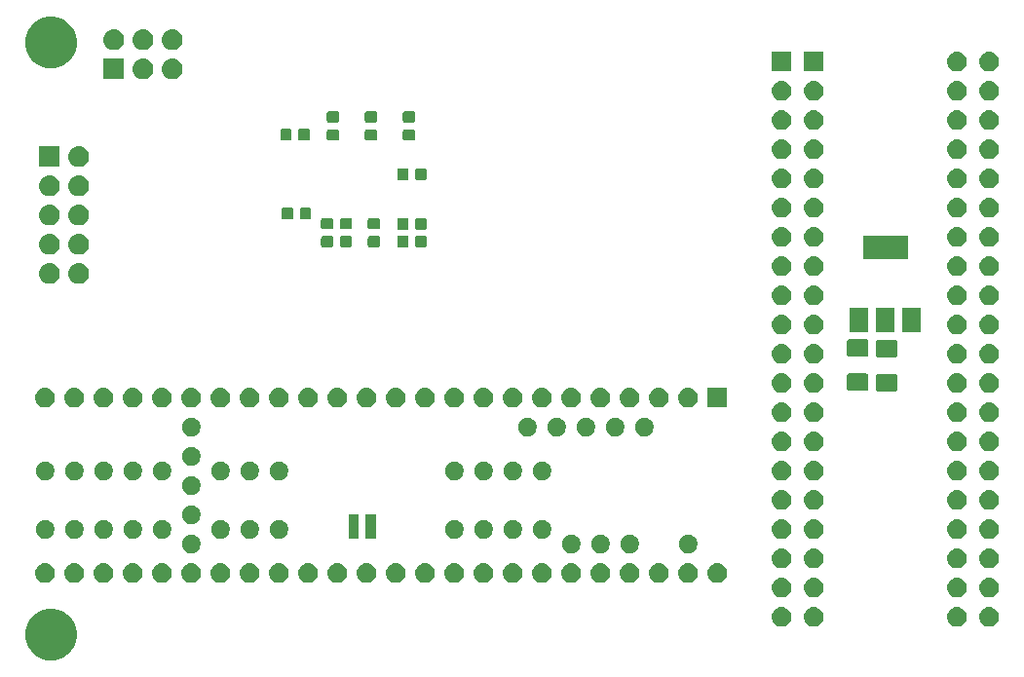
<source format=gbr>
G04 #@! TF.GenerationSoftware,KiCad,Pcbnew,(5.1.2-1)-1*
G04 #@! TF.CreationDate,2020-07-08T23:16:20+01:00*
G04 #@! TF.ProjectId,tranZPUter-SW,7472616e-5a50-4557-9465-722d53572e6b,rev?*
G04 #@! TF.SameCoordinates,Original*
G04 #@! TF.FileFunction,Soldermask,Bot*
G04 #@! TF.FilePolarity,Negative*
%FSLAX46Y46*%
G04 Gerber Fmt 4.6, Leading zero omitted, Abs format (unit mm)*
G04 Created by KiCad (PCBNEW (5.1.2-1)-1) date 2020-07-08 23:16:20*
%MOMM*%
%LPD*%
G04 APERTURE LIST*
%ADD10C,0.100000*%
G04 APERTURE END LIST*
D10*
G36*
X115337880Y-142158776D02*
G01*
X115718593Y-142234504D01*
X116128249Y-142404189D01*
X116496929Y-142650534D01*
X116810466Y-142964071D01*
X117056811Y-143332751D01*
X117226496Y-143742407D01*
X117313000Y-144177296D01*
X117313000Y-144620704D01*
X117226496Y-145055593D01*
X117056811Y-145465249D01*
X116810466Y-145833929D01*
X116496929Y-146147466D01*
X116128249Y-146393811D01*
X115718593Y-146563496D01*
X115337880Y-146639224D01*
X115283705Y-146650000D01*
X114840295Y-146650000D01*
X114786120Y-146639224D01*
X114405407Y-146563496D01*
X113995751Y-146393811D01*
X113627071Y-146147466D01*
X113313534Y-145833929D01*
X113067189Y-145465249D01*
X112897504Y-145055593D01*
X112811000Y-144620704D01*
X112811000Y-144177296D01*
X112897504Y-143742407D01*
X113067189Y-143332751D01*
X113313534Y-142964071D01*
X113627071Y-142650534D01*
X113995751Y-142404189D01*
X114405407Y-142234504D01*
X114786120Y-142158776D01*
X114840295Y-142148000D01*
X115283705Y-142148000D01*
X115337880Y-142158776D01*
X115337880Y-142158776D01*
G37*
G36*
X181522823Y-142036313D02*
G01*
X181683242Y-142084976D01*
X181801151Y-142148000D01*
X181831078Y-142163996D01*
X181960659Y-142270341D01*
X182067004Y-142399922D01*
X182067005Y-142399924D01*
X182146024Y-142547758D01*
X182194687Y-142708177D01*
X182211117Y-142875000D01*
X182194687Y-143041823D01*
X182146024Y-143202242D01*
X182108861Y-143271769D01*
X182067004Y-143350078D01*
X181960659Y-143479659D01*
X181831078Y-143586004D01*
X181815906Y-143594114D01*
X181683242Y-143665024D01*
X181522823Y-143713687D01*
X181397804Y-143726000D01*
X181314196Y-143726000D01*
X181189177Y-143713687D01*
X181028758Y-143665024D01*
X180896094Y-143594114D01*
X180880922Y-143586004D01*
X180751341Y-143479659D01*
X180644996Y-143350078D01*
X180603139Y-143271769D01*
X180565976Y-143202242D01*
X180517313Y-143041823D01*
X180500883Y-142875000D01*
X180517313Y-142708177D01*
X180565976Y-142547758D01*
X180644995Y-142399924D01*
X180644996Y-142399922D01*
X180751341Y-142270341D01*
X180880922Y-142163996D01*
X180910849Y-142148000D01*
X181028758Y-142084976D01*
X181189177Y-142036313D01*
X181314196Y-142024000D01*
X181397804Y-142024000D01*
X181522823Y-142036313D01*
X181522823Y-142036313D01*
G37*
G36*
X196762823Y-142036313D02*
G01*
X196923242Y-142084976D01*
X197041151Y-142148000D01*
X197071078Y-142163996D01*
X197200659Y-142270341D01*
X197307004Y-142399922D01*
X197307005Y-142399924D01*
X197386024Y-142547758D01*
X197434687Y-142708177D01*
X197451117Y-142875000D01*
X197434687Y-143041823D01*
X197386024Y-143202242D01*
X197348861Y-143271769D01*
X197307004Y-143350078D01*
X197200659Y-143479659D01*
X197071078Y-143586004D01*
X197055906Y-143594114D01*
X196923242Y-143665024D01*
X196762823Y-143713687D01*
X196637804Y-143726000D01*
X196554196Y-143726000D01*
X196429177Y-143713687D01*
X196268758Y-143665024D01*
X196136094Y-143594114D01*
X196120922Y-143586004D01*
X195991341Y-143479659D01*
X195884996Y-143350078D01*
X195843139Y-143271769D01*
X195805976Y-143202242D01*
X195757313Y-143041823D01*
X195740883Y-142875000D01*
X195757313Y-142708177D01*
X195805976Y-142547758D01*
X195884995Y-142399924D01*
X195884996Y-142399922D01*
X195991341Y-142270341D01*
X196120922Y-142163996D01*
X196150849Y-142148000D01*
X196268758Y-142084976D01*
X196429177Y-142036313D01*
X196554196Y-142024000D01*
X196637804Y-142024000D01*
X196762823Y-142036313D01*
X196762823Y-142036313D01*
G37*
G36*
X178728823Y-142036313D02*
G01*
X178889242Y-142084976D01*
X179007151Y-142148000D01*
X179037078Y-142163996D01*
X179166659Y-142270341D01*
X179273004Y-142399922D01*
X179273005Y-142399924D01*
X179352024Y-142547758D01*
X179400687Y-142708177D01*
X179417117Y-142875000D01*
X179400687Y-143041823D01*
X179352024Y-143202242D01*
X179314861Y-143271769D01*
X179273004Y-143350078D01*
X179166659Y-143479659D01*
X179037078Y-143586004D01*
X179021906Y-143594114D01*
X178889242Y-143665024D01*
X178728823Y-143713687D01*
X178603804Y-143726000D01*
X178520196Y-143726000D01*
X178395177Y-143713687D01*
X178234758Y-143665024D01*
X178102094Y-143594114D01*
X178086922Y-143586004D01*
X177957341Y-143479659D01*
X177850996Y-143350078D01*
X177809139Y-143271769D01*
X177771976Y-143202242D01*
X177723313Y-143041823D01*
X177706883Y-142875000D01*
X177723313Y-142708177D01*
X177771976Y-142547758D01*
X177850995Y-142399924D01*
X177850996Y-142399922D01*
X177957341Y-142270341D01*
X178086922Y-142163996D01*
X178116849Y-142148000D01*
X178234758Y-142084976D01*
X178395177Y-142036313D01*
X178520196Y-142024000D01*
X178603804Y-142024000D01*
X178728823Y-142036313D01*
X178728823Y-142036313D01*
G37*
G36*
X193968823Y-142036313D02*
G01*
X194129242Y-142084976D01*
X194247151Y-142148000D01*
X194277078Y-142163996D01*
X194406659Y-142270341D01*
X194513004Y-142399922D01*
X194513005Y-142399924D01*
X194592024Y-142547758D01*
X194640687Y-142708177D01*
X194657117Y-142875000D01*
X194640687Y-143041823D01*
X194592024Y-143202242D01*
X194554861Y-143271769D01*
X194513004Y-143350078D01*
X194406659Y-143479659D01*
X194277078Y-143586004D01*
X194261906Y-143594114D01*
X194129242Y-143665024D01*
X193968823Y-143713687D01*
X193843804Y-143726000D01*
X193760196Y-143726000D01*
X193635177Y-143713687D01*
X193474758Y-143665024D01*
X193342094Y-143594114D01*
X193326922Y-143586004D01*
X193197341Y-143479659D01*
X193090996Y-143350078D01*
X193049139Y-143271769D01*
X193011976Y-143202242D01*
X192963313Y-143041823D01*
X192946883Y-142875000D01*
X192963313Y-142708177D01*
X193011976Y-142547758D01*
X193090995Y-142399924D01*
X193090996Y-142399922D01*
X193197341Y-142270341D01*
X193326922Y-142163996D01*
X193356849Y-142148000D01*
X193474758Y-142084976D01*
X193635177Y-142036313D01*
X193760196Y-142024000D01*
X193843804Y-142024000D01*
X193968823Y-142036313D01*
X193968823Y-142036313D01*
G37*
G36*
X178728823Y-139496313D02*
G01*
X178889242Y-139544976D01*
X179021906Y-139615886D01*
X179037078Y-139623996D01*
X179166659Y-139730341D01*
X179273004Y-139859922D01*
X179273005Y-139859924D01*
X179352024Y-140007758D01*
X179400687Y-140168177D01*
X179417117Y-140335000D01*
X179400687Y-140501823D01*
X179352024Y-140662242D01*
X179281114Y-140794906D01*
X179273004Y-140810078D01*
X179166659Y-140939659D01*
X179037078Y-141046004D01*
X179037076Y-141046005D01*
X178889242Y-141125024D01*
X178728823Y-141173687D01*
X178603804Y-141186000D01*
X178520196Y-141186000D01*
X178395177Y-141173687D01*
X178234758Y-141125024D01*
X178086924Y-141046005D01*
X178086922Y-141046004D01*
X177957341Y-140939659D01*
X177850996Y-140810078D01*
X177842886Y-140794906D01*
X177771976Y-140662242D01*
X177723313Y-140501823D01*
X177706883Y-140335000D01*
X177723313Y-140168177D01*
X177771976Y-140007758D01*
X177850995Y-139859924D01*
X177850996Y-139859922D01*
X177957341Y-139730341D01*
X178086922Y-139623996D01*
X178102094Y-139615886D01*
X178234758Y-139544976D01*
X178395177Y-139496313D01*
X178520196Y-139484000D01*
X178603804Y-139484000D01*
X178728823Y-139496313D01*
X178728823Y-139496313D01*
G37*
G36*
X181522823Y-139496313D02*
G01*
X181683242Y-139544976D01*
X181815906Y-139615886D01*
X181831078Y-139623996D01*
X181960659Y-139730341D01*
X182067004Y-139859922D01*
X182067005Y-139859924D01*
X182146024Y-140007758D01*
X182194687Y-140168177D01*
X182211117Y-140335000D01*
X182194687Y-140501823D01*
X182146024Y-140662242D01*
X182075114Y-140794906D01*
X182067004Y-140810078D01*
X181960659Y-140939659D01*
X181831078Y-141046004D01*
X181831076Y-141046005D01*
X181683242Y-141125024D01*
X181522823Y-141173687D01*
X181397804Y-141186000D01*
X181314196Y-141186000D01*
X181189177Y-141173687D01*
X181028758Y-141125024D01*
X180880924Y-141046005D01*
X180880922Y-141046004D01*
X180751341Y-140939659D01*
X180644996Y-140810078D01*
X180636886Y-140794906D01*
X180565976Y-140662242D01*
X180517313Y-140501823D01*
X180500883Y-140335000D01*
X180517313Y-140168177D01*
X180565976Y-140007758D01*
X180644995Y-139859924D01*
X180644996Y-139859922D01*
X180751341Y-139730341D01*
X180880922Y-139623996D01*
X180896094Y-139615886D01*
X181028758Y-139544976D01*
X181189177Y-139496313D01*
X181314196Y-139484000D01*
X181397804Y-139484000D01*
X181522823Y-139496313D01*
X181522823Y-139496313D01*
G37*
G36*
X196762823Y-139496313D02*
G01*
X196923242Y-139544976D01*
X197055906Y-139615886D01*
X197071078Y-139623996D01*
X197200659Y-139730341D01*
X197307004Y-139859922D01*
X197307005Y-139859924D01*
X197386024Y-140007758D01*
X197434687Y-140168177D01*
X197451117Y-140335000D01*
X197434687Y-140501823D01*
X197386024Y-140662242D01*
X197315114Y-140794906D01*
X197307004Y-140810078D01*
X197200659Y-140939659D01*
X197071078Y-141046004D01*
X197071076Y-141046005D01*
X196923242Y-141125024D01*
X196762823Y-141173687D01*
X196637804Y-141186000D01*
X196554196Y-141186000D01*
X196429177Y-141173687D01*
X196268758Y-141125024D01*
X196120924Y-141046005D01*
X196120922Y-141046004D01*
X195991341Y-140939659D01*
X195884996Y-140810078D01*
X195876886Y-140794906D01*
X195805976Y-140662242D01*
X195757313Y-140501823D01*
X195740883Y-140335000D01*
X195757313Y-140168177D01*
X195805976Y-140007758D01*
X195884995Y-139859924D01*
X195884996Y-139859922D01*
X195991341Y-139730341D01*
X196120922Y-139623996D01*
X196136094Y-139615886D01*
X196268758Y-139544976D01*
X196429177Y-139496313D01*
X196554196Y-139484000D01*
X196637804Y-139484000D01*
X196762823Y-139496313D01*
X196762823Y-139496313D01*
G37*
G36*
X193968823Y-139496313D02*
G01*
X194129242Y-139544976D01*
X194261906Y-139615886D01*
X194277078Y-139623996D01*
X194406659Y-139730341D01*
X194513004Y-139859922D01*
X194513005Y-139859924D01*
X194592024Y-140007758D01*
X194640687Y-140168177D01*
X194657117Y-140335000D01*
X194640687Y-140501823D01*
X194592024Y-140662242D01*
X194521114Y-140794906D01*
X194513004Y-140810078D01*
X194406659Y-140939659D01*
X194277078Y-141046004D01*
X194277076Y-141046005D01*
X194129242Y-141125024D01*
X193968823Y-141173687D01*
X193843804Y-141186000D01*
X193760196Y-141186000D01*
X193635177Y-141173687D01*
X193474758Y-141125024D01*
X193326924Y-141046005D01*
X193326922Y-141046004D01*
X193197341Y-140939659D01*
X193090996Y-140810078D01*
X193082886Y-140794906D01*
X193011976Y-140662242D01*
X192963313Y-140501823D01*
X192946883Y-140335000D01*
X192963313Y-140168177D01*
X193011976Y-140007758D01*
X193090995Y-139859924D01*
X193090996Y-139859922D01*
X193197341Y-139730341D01*
X193326922Y-139623996D01*
X193342094Y-139615886D01*
X193474758Y-139544976D01*
X193635177Y-139496313D01*
X193760196Y-139484000D01*
X193843804Y-139484000D01*
X193968823Y-139496313D01*
X193968823Y-139496313D01*
G37*
G36*
X129960823Y-138226313D02*
G01*
X130121242Y-138274976D01*
X130253906Y-138345886D01*
X130269078Y-138353996D01*
X130398659Y-138460341D01*
X130505004Y-138589922D01*
X130505005Y-138589924D01*
X130584024Y-138737758D01*
X130632687Y-138898177D01*
X130649117Y-139065000D01*
X130632687Y-139231823D01*
X130584024Y-139392242D01*
X130534978Y-139484000D01*
X130505004Y-139540078D01*
X130398659Y-139669659D01*
X130269078Y-139776004D01*
X130269076Y-139776005D01*
X130121242Y-139855024D01*
X129960823Y-139903687D01*
X129835804Y-139916000D01*
X129752196Y-139916000D01*
X129627177Y-139903687D01*
X129466758Y-139855024D01*
X129318924Y-139776005D01*
X129318922Y-139776004D01*
X129189341Y-139669659D01*
X129082996Y-139540078D01*
X129053022Y-139484000D01*
X129003976Y-139392242D01*
X128955313Y-139231823D01*
X128938883Y-139065000D01*
X128955313Y-138898177D01*
X129003976Y-138737758D01*
X129082995Y-138589924D01*
X129082996Y-138589922D01*
X129189341Y-138460341D01*
X129318922Y-138353996D01*
X129334094Y-138345886D01*
X129466758Y-138274976D01*
X129627177Y-138226313D01*
X129752196Y-138214000D01*
X129835804Y-138214000D01*
X129960823Y-138226313D01*
X129960823Y-138226313D01*
G37*
G36*
X127420823Y-138226313D02*
G01*
X127581242Y-138274976D01*
X127713906Y-138345886D01*
X127729078Y-138353996D01*
X127858659Y-138460341D01*
X127965004Y-138589922D01*
X127965005Y-138589924D01*
X128044024Y-138737758D01*
X128092687Y-138898177D01*
X128109117Y-139065000D01*
X128092687Y-139231823D01*
X128044024Y-139392242D01*
X127994978Y-139484000D01*
X127965004Y-139540078D01*
X127858659Y-139669659D01*
X127729078Y-139776004D01*
X127729076Y-139776005D01*
X127581242Y-139855024D01*
X127420823Y-139903687D01*
X127295804Y-139916000D01*
X127212196Y-139916000D01*
X127087177Y-139903687D01*
X126926758Y-139855024D01*
X126778924Y-139776005D01*
X126778922Y-139776004D01*
X126649341Y-139669659D01*
X126542996Y-139540078D01*
X126513022Y-139484000D01*
X126463976Y-139392242D01*
X126415313Y-139231823D01*
X126398883Y-139065000D01*
X126415313Y-138898177D01*
X126463976Y-138737758D01*
X126542995Y-138589924D01*
X126542996Y-138589922D01*
X126649341Y-138460341D01*
X126778922Y-138353996D01*
X126794094Y-138345886D01*
X126926758Y-138274976D01*
X127087177Y-138226313D01*
X127212196Y-138214000D01*
X127295804Y-138214000D01*
X127420823Y-138226313D01*
X127420823Y-138226313D01*
G37*
G36*
X124880823Y-138226313D02*
G01*
X125041242Y-138274976D01*
X125173906Y-138345886D01*
X125189078Y-138353996D01*
X125318659Y-138460341D01*
X125425004Y-138589922D01*
X125425005Y-138589924D01*
X125504024Y-138737758D01*
X125552687Y-138898177D01*
X125569117Y-139065000D01*
X125552687Y-139231823D01*
X125504024Y-139392242D01*
X125454978Y-139484000D01*
X125425004Y-139540078D01*
X125318659Y-139669659D01*
X125189078Y-139776004D01*
X125189076Y-139776005D01*
X125041242Y-139855024D01*
X124880823Y-139903687D01*
X124755804Y-139916000D01*
X124672196Y-139916000D01*
X124547177Y-139903687D01*
X124386758Y-139855024D01*
X124238924Y-139776005D01*
X124238922Y-139776004D01*
X124109341Y-139669659D01*
X124002996Y-139540078D01*
X123973022Y-139484000D01*
X123923976Y-139392242D01*
X123875313Y-139231823D01*
X123858883Y-139065000D01*
X123875313Y-138898177D01*
X123923976Y-138737758D01*
X124002995Y-138589924D01*
X124002996Y-138589922D01*
X124109341Y-138460341D01*
X124238922Y-138353996D01*
X124254094Y-138345886D01*
X124386758Y-138274976D01*
X124547177Y-138226313D01*
X124672196Y-138214000D01*
X124755804Y-138214000D01*
X124880823Y-138226313D01*
X124880823Y-138226313D01*
G37*
G36*
X122340823Y-138226313D02*
G01*
X122501242Y-138274976D01*
X122633906Y-138345886D01*
X122649078Y-138353996D01*
X122778659Y-138460341D01*
X122885004Y-138589922D01*
X122885005Y-138589924D01*
X122964024Y-138737758D01*
X123012687Y-138898177D01*
X123029117Y-139065000D01*
X123012687Y-139231823D01*
X122964024Y-139392242D01*
X122914978Y-139484000D01*
X122885004Y-139540078D01*
X122778659Y-139669659D01*
X122649078Y-139776004D01*
X122649076Y-139776005D01*
X122501242Y-139855024D01*
X122340823Y-139903687D01*
X122215804Y-139916000D01*
X122132196Y-139916000D01*
X122007177Y-139903687D01*
X121846758Y-139855024D01*
X121698924Y-139776005D01*
X121698922Y-139776004D01*
X121569341Y-139669659D01*
X121462996Y-139540078D01*
X121433022Y-139484000D01*
X121383976Y-139392242D01*
X121335313Y-139231823D01*
X121318883Y-139065000D01*
X121335313Y-138898177D01*
X121383976Y-138737758D01*
X121462995Y-138589924D01*
X121462996Y-138589922D01*
X121569341Y-138460341D01*
X121698922Y-138353996D01*
X121714094Y-138345886D01*
X121846758Y-138274976D01*
X122007177Y-138226313D01*
X122132196Y-138214000D01*
X122215804Y-138214000D01*
X122340823Y-138226313D01*
X122340823Y-138226313D01*
G37*
G36*
X119800823Y-138226313D02*
G01*
X119961242Y-138274976D01*
X120093906Y-138345886D01*
X120109078Y-138353996D01*
X120238659Y-138460341D01*
X120345004Y-138589922D01*
X120345005Y-138589924D01*
X120424024Y-138737758D01*
X120472687Y-138898177D01*
X120489117Y-139065000D01*
X120472687Y-139231823D01*
X120424024Y-139392242D01*
X120374978Y-139484000D01*
X120345004Y-139540078D01*
X120238659Y-139669659D01*
X120109078Y-139776004D01*
X120109076Y-139776005D01*
X119961242Y-139855024D01*
X119800823Y-139903687D01*
X119675804Y-139916000D01*
X119592196Y-139916000D01*
X119467177Y-139903687D01*
X119306758Y-139855024D01*
X119158924Y-139776005D01*
X119158922Y-139776004D01*
X119029341Y-139669659D01*
X118922996Y-139540078D01*
X118893022Y-139484000D01*
X118843976Y-139392242D01*
X118795313Y-139231823D01*
X118778883Y-139065000D01*
X118795313Y-138898177D01*
X118843976Y-138737758D01*
X118922995Y-138589924D01*
X118922996Y-138589922D01*
X119029341Y-138460341D01*
X119158922Y-138353996D01*
X119174094Y-138345886D01*
X119306758Y-138274976D01*
X119467177Y-138226313D01*
X119592196Y-138214000D01*
X119675804Y-138214000D01*
X119800823Y-138226313D01*
X119800823Y-138226313D01*
G37*
G36*
X117260823Y-138226313D02*
G01*
X117421242Y-138274976D01*
X117553906Y-138345886D01*
X117569078Y-138353996D01*
X117698659Y-138460341D01*
X117805004Y-138589922D01*
X117805005Y-138589924D01*
X117884024Y-138737758D01*
X117932687Y-138898177D01*
X117949117Y-139065000D01*
X117932687Y-139231823D01*
X117884024Y-139392242D01*
X117834978Y-139484000D01*
X117805004Y-139540078D01*
X117698659Y-139669659D01*
X117569078Y-139776004D01*
X117569076Y-139776005D01*
X117421242Y-139855024D01*
X117260823Y-139903687D01*
X117135804Y-139916000D01*
X117052196Y-139916000D01*
X116927177Y-139903687D01*
X116766758Y-139855024D01*
X116618924Y-139776005D01*
X116618922Y-139776004D01*
X116489341Y-139669659D01*
X116382996Y-139540078D01*
X116353022Y-139484000D01*
X116303976Y-139392242D01*
X116255313Y-139231823D01*
X116238883Y-139065000D01*
X116255313Y-138898177D01*
X116303976Y-138737758D01*
X116382995Y-138589924D01*
X116382996Y-138589922D01*
X116489341Y-138460341D01*
X116618922Y-138353996D01*
X116634094Y-138345886D01*
X116766758Y-138274976D01*
X116927177Y-138226313D01*
X117052196Y-138214000D01*
X117135804Y-138214000D01*
X117260823Y-138226313D01*
X117260823Y-138226313D01*
G37*
G36*
X114720823Y-138226313D02*
G01*
X114881242Y-138274976D01*
X115013906Y-138345886D01*
X115029078Y-138353996D01*
X115158659Y-138460341D01*
X115265004Y-138589922D01*
X115265005Y-138589924D01*
X115344024Y-138737758D01*
X115392687Y-138898177D01*
X115409117Y-139065000D01*
X115392687Y-139231823D01*
X115344024Y-139392242D01*
X115294978Y-139484000D01*
X115265004Y-139540078D01*
X115158659Y-139669659D01*
X115029078Y-139776004D01*
X115029076Y-139776005D01*
X114881242Y-139855024D01*
X114720823Y-139903687D01*
X114595804Y-139916000D01*
X114512196Y-139916000D01*
X114387177Y-139903687D01*
X114226758Y-139855024D01*
X114078924Y-139776005D01*
X114078922Y-139776004D01*
X113949341Y-139669659D01*
X113842996Y-139540078D01*
X113813022Y-139484000D01*
X113763976Y-139392242D01*
X113715313Y-139231823D01*
X113698883Y-139065000D01*
X113715313Y-138898177D01*
X113763976Y-138737758D01*
X113842995Y-138589924D01*
X113842996Y-138589922D01*
X113949341Y-138460341D01*
X114078922Y-138353996D01*
X114094094Y-138345886D01*
X114226758Y-138274976D01*
X114387177Y-138226313D01*
X114512196Y-138214000D01*
X114595804Y-138214000D01*
X114720823Y-138226313D01*
X114720823Y-138226313D01*
G37*
G36*
X173140823Y-138226313D02*
G01*
X173301242Y-138274976D01*
X173433906Y-138345886D01*
X173449078Y-138353996D01*
X173578659Y-138460341D01*
X173685004Y-138589922D01*
X173685005Y-138589924D01*
X173764024Y-138737758D01*
X173812687Y-138898177D01*
X173829117Y-139065000D01*
X173812687Y-139231823D01*
X173764024Y-139392242D01*
X173714978Y-139484000D01*
X173685004Y-139540078D01*
X173578659Y-139669659D01*
X173449078Y-139776004D01*
X173449076Y-139776005D01*
X173301242Y-139855024D01*
X173140823Y-139903687D01*
X173015804Y-139916000D01*
X172932196Y-139916000D01*
X172807177Y-139903687D01*
X172646758Y-139855024D01*
X172498924Y-139776005D01*
X172498922Y-139776004D01*
X172369341Y-139669659D01*
X172262996Y-139540078D01*
X172233022Y-139484000D01*
X172183976Y-139392242D01*
X172135313Y-139231823D01*
X172118883Y-139065000D01*
X172135313Y-138898177D01*
X172183976Y-138737758D01*
X172262995Y-138589924D01*
X172262996Y-138589922D01*
X172369341Y-138460341D01*
X172498922Y-138353996D01*
X172514094Y-138345886D01*
X172646758Y-138274976D01*
X172807177Y-138226313D01*
X172932196Y-138214000D01*
X173015804Y-138214000D01*
X173140823Y-138226313D01*
X173140823Y-138226313D01*
G37*
G36*
X170600823Y-138226313D02*
G01*
X170761242Y-138274976D01*
X170893906Y-138345886D01*
X170909078Y-138353996D01*
X171038659Y-138460341D01*
X171145004Y-138589922D01*
X171145005Y-138589924D01*
X171224024Y-138737758D01*
X171272687Y-138898177D01*
X171289117Y-139065000D01*
X171272687Y-139231823D01*
X171224024Y-139392242D01*
X171174978Y-139484000D01*
X171145004Y-139540078D01*
X171038659Y-139669659D01*
X170909078Y-139776004D01*
X170909076Y-139776005D01*
X170761242Y-139855024D01*
X170600823Y-139903687D01*
X170475804Y-139916000D01*
X170392196Y-139916000D01*
X170267177Y-139903687D01*
X170106758Y-139855024D01*
X169958924Y-139776005D01*
X169958922Y-139776004D01*
X169829341Y-139669659D01*
X169722996Y-139540078D01*
X169693022Y-139484000D01*
X169643976Y-139392242D01*
X169595313Y-139231823D01*
X169578883Y-139065000D01*
X169595313Y-138898177D01*
X169643976Y-138737758D01*
X169722995Y-138589924D01*
X169722996Y-138589922D01*
X169829341Y-138460341D01*
X169958922Y-138353996D01*
X169974094Y-138345886D01*
X170106758Y-138274976D01*
X170267177Y-138226313D01*
X170392196Y-138214000D01*
X170475804Y-138214000D01*
X170600823Y-138226313D01*
X170600823Y-138226313D01*
G37*
G36*
X168060823Y-138226313D02*
G01*
X168221242Y-138274976D01*
X168353906Y-138345886D01*
X168369078Y-138353996D01*
X168498659Y-138460341D01*
X168605004Y-138589922D01*
X168605005Y-138589924D01*
X168684024Y-138737758D01*
X168732687Y-138898177D01*
X168749117Y-139065000D01*
X168732687Y-139231823D01*
X168684024Y-139392242D01*
X168634978Y-139484000D01*
X168605004Y-139540078D01*
X168498659Y-139669659D01*
X168369078Y-139776004D01*
X168369076Y-139776005D01*
X168221242Y-139855024D01*
X168060823Y-139903687D01*
X167935804Y-139916000D01*
X167852196Y-139916000D01*
X167727177Y-139903687D01*
X167566758Y-139855024D01*
X167418924Y-139776005D01*
X167418922Y-139776004D01*
X167289341Y-139669659D01*
X167182996Y-139540078D01*
X167153022Y-139484000D01*
X167103976Y-139392242D01*
X167055313Y-139231823D01*
X167038883Y-139065000D01*
X167055313Y-138898177D01*
X167103976Y-138737758D01*
X167182995Y-138589924D01*
X167182996Y-138589922D01*
X167289341Y-138460341D01*
X167418922Y-138353996D01*
X167434094Y-138345886D01*
X167566758Y-138274976D01*
X167727177Y-138226313D01*
X167852196Y-138214000D01*
X167935804Y-138214000D01*
X168060823Y-138226313D01*
X168060823Y-138226313D01*
G37*
G36*
X165520823Y-138226313D02*
G01*
X165681242Y-138274976D01*
X165813906Y-138345886D01*
X165829078Y-138353996D01*
X165958659Y-138460341D01*
X166065004Y-138589922D01*
X166065005Y-138589924D01*
X166144024Y-138737758D01*
X166192687Y-138898177D01*
X166209117Y-139065000D01*
X166192687Y-139231823D01*
X166144024Y-139392242D01*
X166094978Y-139484000D01*
X166065004Y-139540078D01*
X165958659Y-139669659D01*
X165829078Y-139776004D01*
X165829076Y-139776005D01*
X165681242Y-139855024D01*
X165520823Y-139903687D01*
X165395804Y-139916000D01*
X165312196Y-139916000D01*
X165187177Y-139903687D01*
X165026758Y-139855024D01*
X164878924Y-139776005D01*
X164878922Y-139776004D01*
X164749341Y-139669659D01*
X164642996Y-139540078D01*
X164613022Y-139484000D01*
X164563976Y-139392242D01*
X164515313Y-139231823D01*
X164498883Y-139065000D01*
X164515313Y-138898177D01*
X164563976Y-138737758D01*
X164642995Y-138589924D01*
X164642996Y-138589922D01*
X164749341Y-138460341D01*
X164878922Y-138353996D01*
X164894094Y-138345886D01*
X165026758Y-138274976D01*
X165187177Y-138226313D01*
X165312196Y-138214000D01*
X165395804Y-138214000D01*
X165520823Y-138226313D01*
X165520823Y-138226313D01*
G37*
G36*
X162980823Y-138226313D02*
G01*
X163141242Y-138274976D01*
X163273906Y-138345886D01*
X163289078Y-138353996D01*
X163418659Y-138460341D01*
X163525004Y-138589922D01*
X163525005Y-138589924D01*
X163604024Y-138737758D01*
X163652687Y-138898177D01*
X163669117Y-139065000D01*
X163652687Y-139231823D01*
X163604024Y-139392242D01*
X163554978Y-139484000D01*
X163525004Y-139540078D01*
X163418659Y-139669659D01*
X163289078Y-139776004D01*
X163289076Y-139776005D01*
X163141242Y-139855024D01*
X162980823Y-139903687D01*
X162855804Y-139916000D01*
X162772196Y-139916000D01*
X162647177Y-139903687D01*
X162486758Y-139855024D01*
X162338924Y-139776005D01*
X162338922Y-139776004D01*
X162209341Y-139669659D01*
X162102996Y-139540078D01*
X162073022Y-139484000D01*
X162023976Y-139392242D01*
X161975313Y-139231823D01*
X161958883Y-139065000D01*
X161975313Y-138898177D01*
X162023976Y-138737758D01*
X162102995Y-138589924D01*
X162102996Y-138589922D01*
X162209341Y-138460341D01*
X162338922Y-138353996D01*
X162354094Y-138345886D01*
X162486758Y-138274976D01*
X162647177Y-138226313D01*
X162772196Y-138214000D01*
X162855804Y-138214000D01*
X162980823Y-138226313D01*
X162980823Y-138226313D01*
G37*
G36*
X160440823Y-138226313D02*
G01*
X160601242Y-138274976D01*
X160733906Y-138345886D01*
X160749078Y-138353996D01*
X160878659Y-138460341D01*
X160985004Y-138589922D01*
X160985005Y-138589924D01*
X161064024Y-138737758D01*
X161112687Y-138898177D01*
X161129117Y-139065000D01*
X161112687Y-139231823D01*
X161064024Y-139392242D01*
X161014978Y-139484000D01*
X160985004Y-139540078D01*
X160878659Y-139669659D01*
X160749078Y-139776004D01*
X160749076Y-139776005D01*
X160601242Y-139855024D01*
X160440823Y-139903687D01*
X160315804Y-139916000D01*
X160232196Y-139916000D01*
X160107177Y-139903687D01*
X159946758Y-139855024D01*
X159798924Y-139776005D01*
X159798922Y-139776004D01*
X159669341Y-139669659D01*
X159562996Y-139540078D01*
X159533022Y-139484000D01*
X159483976Y-139392242D01*
X159435313Y-139231823D01*
X159418883Y-139065000D01*
X159435313Y-138898177D01*
X159483976Y-138737758D01*
X159562995Y-138589924D01*
X159562996Y-138589922D01*
X159669341Y-138460341D01*
X159798922Y-138353996D01*
X159814094Y-138345886D01*
X159946758Y-138274976D01*
X160107177Y-138226313D01*
X160232196Y-138214000D01*
X160315804Y-138214000D01*
X160440823Y-138226313D01*
X160440823Y-138226313D01*
G37*
G36*
X157900823Y-138226313D02*
G01*
X158061242Y-138274976D01*
X158193906Y-138345886D01*
X158209078Y-138353996D01*
X158338659Y-138460341D01*
X158445004Y-138589922D01*
X158445005Y-138589924D01*
X158524024Y-138737758D01*
X158572687Y-138898177D01*
X158589117Y-139065000D01*
X158572687Y-139231823D01*
X158524024Y-139392242D01*
X158474978Y-139484000D01*
X158445004Y-139540078D01*
X158338659Y-139669659D01*
X158209078Y-139776004D01*
X158209076Y-139776005D01*
X158061242Y-139855024D01*
X157900823Y-139903687D01*
X157775804Y-139916000D01*
X157692196Y-139916000D01*
X157567177Y-139903687D01*
X157406758Y-139855024D01*
X157258924Y-139776005D01*
X157258922Y-139776004D01*
X157129341Y-139669659D01*
X157022996Y-139540078D01*
X156993022Y-139484000D01*
X156943976Y-139392242D01*
X156895313Y-139231823D01*
X156878883Y-139065000D01*
X156895313Y-138898177D01*
X156943976Y-138737758D01*
X157022995Y-138589924D01*
X157022996Y-138589922D01*
X157129341Y-138460341D01*
X157258922Y-138353996D01*
X157274094Y-138345886D01*
X157406758Y-138274976D01*
X157567177Y-138226313D01*
X157692196Y-138214000D01*
X157775804Y-138214000D01*
X157900823Y-138226313D01*
X157900823Y-138226313D01*
G37*
G36*
X155360823Y-138226313D02*
G01*
X155521242Y-138274976D01*
X155653906Y-138345886D01*
X155669078Y-138353996D01*
X155798659Y-138460341D01*
X155905004Y-138589922D01*
X155905005Y-138589924D01*
X155984024Y-138737758D01*
X156032687Y-138898177D01*
X156049117Y-139065000D01*
X156032687Y-139231823D01*
X155984024Y-139392242D01*
X155934978Y-139484000D01*
X155905004Y-139540078D01*
X155798659Y-139669659D01*
X155669078Y-139776004D01*
X155669076Y-139776005D01*
X155521242Y-139855024D01*
X155360823Y-139903687D01*
X155235804Y-139916000D01*
X155152196Y-139916000D01*
X155027177Y-139903687D01*
X154866758Y-139855024D01*
X154718924Y-139776005D01*
X154718922Y-139776004D01*
X154589341Y-139669659D01*
X154482996Y-139540078D01*
X154453022Y-139484000D01*
X154403976Y-139392242D01*
X154355313Y-139231823D01*
X154338883Y-139065000D01*
X154355313Y-138898177D01*
X154403976Y-138737758D01*
X154482995Y-138589924D01*
X154482996Y-138589922D01*
X154589341Y-138460341D01*
X154718922Y-138353996D01*
X154734094Y-138345886D01*
X154866758Y-138274976D01*
X155027177Y-138226313D01*
X155152196Y-138214000D01*
X155235804Y-138214000D01*
X155360823Y-138226313D01*
X155360823Y-138226313D01*
G37*
G36*
X152820823Y-138226313D02*
G01*
X152981242Y-138274976D01*
X153113906Y-138345886D01*
X153129078Y-138353996D01*
X153258659Y-138460341D01*
X153365004Y-138589922D01*
X153365005Y-138589924D01*
X153444024Y-138737758D01*
X153492687Y-138898177D01*
X153509117Y-139065000D01*
X153492687Y-139231823D01*
X153444024Y-139392242D01*
X153394978Y-139484000D01*
X153365004Y-139540078D01*
X153258659Y-139669659D01*
X153129078Y-139776004D01*
X153129076Y-139776005D01*
X152981242Y-139855024D01*
X152820823Y-139903687D01*
X152695804Y-139916000D01*
X152612196Y-139916000D01*
X152487177Y-139903687D01*
X152326758Y-139855024D01*
X152178924Y-139776005D01*
X152178922Y-139776004D01*
X152049341Y-139669659D01*
X151942996Y-139540078D01*
X151913022Y-139484000D01*
X151863976Y-139392242D01*
X151815313Y-139231823D01*
X151798883Y-139065000D01*
X151815313Y-138898177D01*
X151863976Y-138737758D01*
X151942995Y-138589924D01*
X151942996Y-138589922D01*
X152049341Y-138460341D01*
X152178922Y-138353996D01*
X152194094Y-138345886D01*
X152326758Y-138274976D01*
X152487177Y-138226313D01*
X152612196Y-138214000D01*
X152695804Y-138214000D01*
X152820823Y-138226313D01*
X152820823Y-138226313D01*
G37*
G36*
X150280823Y-138226313D02*
G01*
X150441242Y-138274976D01*
X150573906Y-138345886D01*
X150589078Y-138353996D01*
X150718659Y-138460341D01*
X150825004Y-138589922D01*
X150825005Y-138589924D01*
X150904024Y-138737758D01*
X150952687Y-138898177D01*
X150969117Y-139065000D01*
X150952687Y-139231823D01*
X150904024Y-139392242D01*
X150854978Y-139484000D01*
X150825004Y-139540078D01*
X150718659Y-139669659D01*
X150589078Y-139776004D01*
X150589076Y-139776005D01*
X150441242Y-139855024D01*
X150280823Y-139903687D01*
X150155804Y-139916000D01*
X150072196Y-139916000D01*
X149947177Y-139903687D01*
X149786758Y-139855024D01*
X149638924Y-139776005D01*
X149638922Y-139776004D01*
X149509341Y-139669659D01*
X149402996Y-139540078D01*
X149373022Y-139484000D01*
X149323976Y-139392242D01*
X149275313Y-139231823D01*
X149258883Y-139065000D01*
X149275313Y-138898177D01*
X149323976Y-138737758D01*
X149402995Y-138589924D01*
X149402996Y-138589922D01*
X149509341Y-138460341D01*
X149638922Y-138353996D01*
X149654094Y-138345886D01*
X149786758Y-138274976D01*
X149947177Y-138226313D01*
X150072196Y-138214000D01*
X150155804Y-138214000D01*
X150280823Y-138226313D01*
X150280823Y-138226313D01*
G37*
G36*
X147740823Y-138226313D02*
G01*
X147901242Y-138274976D01*
X148033906Y-138345886D01*
X148049078Y-138353996D01*
X148178659Y-138460341D01*
X148285004Y-138589922D01*
X148285005Y-138589924D01*
X148364024Y-138737758D01*
X148412687Y-138898177D01*
X148429117Y-139065000D01*
X148412687Y-139231823D01*
X148364024Y-139392242D01*
X148314978Y-139484000D01*
X148285004Y-139540078D01*
X148178659Y-139669659D01*
X148049078Y-139776004D01*
X148049076Y-139776005D01*
X147901242Y-139855024D01*
X147740823Y-139903687D01*
X147615804Y-139916000D01*
X147532196Y-139916000D01*
X147407177Y-139903687D01*
X147246758Y-139855024D01*
X147098924Y-139776005D01*
X147098922Y-139776004D01*
X146969341Y-139669659D01*
X146862996Y-139540078D01*
X146833022Y-139484000D01*
X146783976Y-139392242D01*
X146735313Y-139231823D01*
X146718883Y-139065000D01*
X146735313Y-138898177D01*
X146783976Y-138737758D01*
X146862995Y-138589924D01*
X146862996Y-138589922D01*
X146969341Y-138460341D01*
X147098922Y-138353996D01*
X147114094Y-138345886D01*
X147246758Y-138274976D01*
X147407177Y-138226313D01*
X147532196Y-138214000D01*
X147615804Y-138214000D01*
X147740823Y-138226313D01*
X147740823Y-138226313D01*
G37*
G36*
X145200823Y-138226313D02*
G01*
X145361242Y-138274976D01*
X145493906Y-138345886D01*
X145509078Y-138353996D01*
X145638659Y-138460341D01*
X145745004Y-138589922D01*
X145745005Y-138589924D01*
X145824024Y-138737758D01*
X145872687Y-138898177D01*
X145889117Y-139065000D01*
X145872687Y-139231823D01*
X145824024Y-139392242D01*
X145774978Y-139484000D01*
X145745004Y-139540078D01*
X145638659Y-139669659D01*
X145509078Y-139776004D01*
X145509076Y-139776005D01*
X145361242Y-139855024D01*
X145200823Y-139903687D01*
X145075804Y-139916000D01*
X144992196Y-139916000D01*
X144867177Y-139903687D01*
X144706758Y-139855024D01*
X144558924Y-139776005D01*
X144558922Y-139776004D01*
X144429341Y-139669659D01*
X144322996Y-139540078D01*
X144293022Y-139484000D01*
X144243976Y-139392242D01*
X144195313Y-139231823D01*
X144178883Y-139065000D01*
X144195313Y-138898177D01*
X144243976Y-138737758D01*
X144322995Y-138589924D01*
X144322996Y-138589922D01*
X144429341Y-138460341D01*
X144558922Y-138353996D01*
X144574094Y-138345886D01*
X144706758Y-138274976D01*
X144867177Y-138226313D01*
X144992196Y-138214000D01*
X145075804Y-138214000D01*
X145200823Y-138226313D01*
X145200823Y-138226313D01*
G37*
G36*
X142660823Y-138226313D02*
G01*
X142821242Y-138274976D01*
X142953906Y-138345886D01*
X142969078Y-138353996D01*
X143098659Y-138460341D01*
X143205004Y-138589922D01*
X143205005Y-138589924D01*
X143284024Y-138737758D01*
X143332687Y-138898177D01*
X143349117Y-139065000D01*
X143332687Y-139231823D01*
X143284024Y-139392242D01*
X143234978Y-139484000D01*
X143205004Y-139540078D01*
X143098659Y-139669659D01*
X142969078Y-139776004D01*
X142969076Y-139776005D01*
X142821242Y-139855024D01*
X142660823Y-139903687D01*
X142535804Y-139916000D01*
X142452196Y-139916000D01*
X142327177Y-139903687D01*
X142166758Y-139855024D01*
X142018924Y-139776005D01*
X142018922Y-139776004D01*
X141889341Y-139669659D01*
X141782996Y-139540078D01*
X141753022Y-139484000D01*
X141703976Y-139392242D01*
X141655313Y-139231823D01*
X141638883Y-139065000D01*
X141655313Y-138898177D01*
X141703976Y-138737758D01*
X141782995Y-138589924D01*
X141782996Y-138589922D01*
X141889341Y-138460341D01*
X142018922Y-138353996D01*
X142034094Y-138345886D01*
X142166758Y-138274976D01*
X142327177Y-138226313D01*
X142452196Y-138214000D01*
X142535804Y-138214000D01*
X142660823Y-138226313D01*
X142660823Y-138226313D01*
G37*
G36*
X140120823Y-138226313D02*
G01*
X140281242Y-138274976D01*
X140413906Y-138345886D01*
X140429078Y-138353996D01*
X140558659Y-138460341D01*
X140665004Y-138589922D01*
X140665005Y-138589924D01*
X140744024Y-138737758D01*
X140792687Y-138898177D01*
X140809117Y-139065000D01*
X140792687Y-139231823D01*
X140744024Y-139392242D01*
X140694978Y-139484000D01*
X140665004Y-139540078D01*
X140558659Y-139669659D01*
X140429078Y-139776004D01*
X140429076Y-139776005D01*
X140281242Y-139855024D01*
X140120823Y-139903687D01*
X139995804Y-139916000D01*
X139912196Y-139916000D01*
X139787177Y-139903687D01*
X139626758Y-139855024D01*
X139478924Y-139776005D01*
X139478922Y-139776004D01*
X139349341Y-139669659D01*
X139242996Y-139540078D01*
X139213022Y-139484000D01*
X139163976Y-139392242D01*
X139115313Y-139231823D01*
X139098883Y-139065000D01*
X139115313Y-138898177D01*
X139163976Y-138737758D01*
X139242995Y-138589924D01*
X139242996Y-138589922D01*
X139349341Y-138460341D01*
X139478922Y-138353996D01*
X139494094Y-138345886D01*
X139626758Y-138274976D01*
X139787177Y-138226313D01*
X139912196Y-138214000D01*
X139995804Y-138214000D01*
X140120823Y-138226313D01*
X140120823Y-138226313D01*
G37*
G36*
X137580823Y-138226313D02*
G01*
X137741242Y-138274976D01*
X137873906Y-138345886D01*
X137889078Y-138353996D01*
X138018659Y-138460341D01*
X138125004Y-138589922D01*
X138125005Y-138589924D01*
X138204024Y-138737758D01*
X138252687Y-138898177D01*
X138269117Y-139065000D01*
X138252687Y-139231823D01*
X138204024Y-139392242D01*
X138154978Y-139484000D01*
X138125004Y-139540078D01*
X138018659Y-139669659D01*
X137889078Y-139776004D01*
X137889076Y-139776005D01*
X137741242Y-139855024D01*
X137580823Y-139903687D01*
X137455804Y-139916000D01*
X137372196Y-139916000D01*
X137247177Y-139903687D01*
X137086758Y-139855024D01*
X136938924Y-139776005D01*
X136938922Y-139776004D01*
X136809341Y-139669659D01*
X136702996Y-139540078D01*
X136673022Y-139484000D01*
X136623976Y-139392242D01*
X136575313Y-139231823D01*
X136558883Y-139065000D01*
X136575313Y-138898177D01*
X136623976Y-138737758D01*
X136702995Y-138589924D01*
X136702996Y-138589922D01*
X136809341Y-138460341D01*
X136938922Y-138353996D01*
X136954094Y-138345886D01*
X137086758Y-138274976D01*
X137247177Y-138226313D01*
X137372196Y-138214000D01*
X137455804Y-138214000D01*
X137580823Y-138226313D01*
X137580823Y-138226313D01*
G37*
G36*
X135040823Y-138226313D02*
G01*
X135201242Y-138274976D01*
X135333906Y-138345886D01*
X135349078Y-138353996D01*
X135478659Y-138460341D01*
X135585004Y-138589922D01*
X135585005Y-138589924D01*
X135664024Y-138737758D01*
X135712687Y-138898177D01*
X135729117Y-139065000D01*
X135712687Y-139231823D01*
X135664024Y-139392242D01*
X135614978Y-139484000D01*
X135585004Y-139540078D01*
X135478659Y-139669659D01*
X135349078Y-139776004D01*
X135349076Y-139776005D01*
X135201242Y-139855024D01*
X135040823Y-139903687D01*
X134915804Y-139916000D01*
X134832196Y-139916000D01*
X134707177Y-139903687D01*
X134546758Y-139855024D01*
X134398924Y-139776005D01*
X134398922Y-139776004D01*
X134269341Y-139669659D01*
X134162996Y-139540078D01*
X134133022Y-139484000D01*
X134083976Y-139392242D01*
X134035313Y-139231823D01*
X134018883Y-139065000D01*
X134035313Y-138898177D01*
X134083976Y-138737758D01*
X134162995Y-138589924D01*
X134162996Y-138589922D01*
X134269341Y-138460341D01*
X134398922Y-138353996D01*
X134414094Y-138345886D01*
X134546758Y-138274976D01*
X134707177Y-138226313D01*
X134832196Y-138214000D01*
X134915804Y-138214000D01*
X135040823Y-138226313D01*
X135040823Y-138226313D01*
G37*
G36*
X132500823Y-138226313D02*
G01*
X132661242Y-138274976D01*
X132793906Y-138345886D01*
X132809078Y-138353996D01*
X132938659Y-138460341D01*
X133045004Y-138589922D01*
X133045005Y-138589924D01*
X133124024Y-138737758D01*
X133172687Y-138898177D01*
X133189117Y-139065000D01*
X133172687Y-139231823D01*
X133124024Y-139392242D01*
X133074978Y-139484000D01*
X133045004Y-139540078D01*
X132938659Y-139669659D01*
X132809078Y-139776004D01*
X132809076Y-139776005D01*
X132661242Y-139855024D01*
X132500823Y-139903687D01*
X132375804Y-139916000D01*
X132292196Y-139916000D01*
X132167177Y-139903687D01*
X132006758Y-139855024D01*
X131858924Y-139776005D01*
X131858922Y-139776004D01*
X131729341Y-139669659D01*
X131622996Y-139540078D01*
X131593022Y-139484000D01*
X131543976Y-139392242D01*
X131495313Y-139231823D01*
X131478883Y-139065000D01*
X131495313Y-138898177D01*
X131543976Y-138737758D01*
X131622995Y-138589924D01*
X131622996Y-138589922D01*
X131729341Y-138460341D01*
X131858922Y-138353996D01*
X131874094Y-138345886D01*
X132006758Y-138274976D01*
X132167177Y-138226313D01*
X132292196Y-138214000D01*
X132375804Y-138214000D01*
X132500823Y-138226313D01*
X132500823Y-138226313D01*
G37*
G36*
X196762823Y-136956313D02*
G01*
X196923242Y-137004976D01*
X197055906Y-137075886D01*
X197071078Y-137083996D01*
X197200659Y-137190341D01*
X197307004Y-137319922D01*
X197307005Y-137319924D01*
X197386024Y-137467758D01*
X197434687Y-137628177D01*
X197451117Y-137795000D01*
X197434687Y-137961823D01*
X197386024Y-138122242D01*
X197336978Y-138214000D01*
X197307004Y-138270078D01*
X197200659Y-138399659D01*
X197071078Y-138506004D01*
X197071076Y-138506005D01*
X196923242Y-138585024D01*
X196762823Y-138633687D01*
X196637804Y-138646000D01*
X196554196Y-138646000D01*
X196429177Y-138633687D01*
X196268758Y-138585024D01*
X196120924Y-138506005D01*
X196120922Y-138506004D01*
X195991341Y-138399659D01*
X195884996Y-138270078D01*
X195855022Y-138214000D01*
X195805976Y-138122242D01*
X195757313Y-137961823D01*
X195740883Y-137795000D01*
X195757313Y-137628177D01*
X195805976Y-137467758D01*
X195884995Y-137319924D01*
X195884996Y-137319922D01*
X195991341Y-137190341D01*
X196120922Y-137083996D01*
X196136094Y-137075886D01*
X196268758Y-137004976D01*
X196429177Y-136956313D01*
X196554196Y-136944000D01*
X196637804Y-136944000D01*
X196762823Y-136956313D01*
X196762823Y-136956313D01*
G37*
G36*
X193968823Y-136956313D02*
G01*
X194129242Y-137004976D01*
X194261906Y-137075886D01*
X194277078Y-137083996D01*
X194406659Y-137190341D01*
X194513004Y-137319922D01*
X194513005Y-137319924D01*
X194592024Y-137467758D01*
X194640687Y-137628177D01*
X194657117Y-137795000D01*
X194640687Y-137961823D01*
X194592024Y-138122242D01*
X194542978Y-138214000D01*
X194513004Y-138270078D01*
X194406659Y-138399659D01*
X194277078Y-138506004D01*
X194277076Y-138506005D01*
X194129242Y-138585024D01*
X193968823Y-138633687D01*
X193843804Y-138646000D01*
X193760196Y-138646000D01*
X193635177Y-138633687D01*
X193474758Y-138585024D01*
X193326924Y-138506005D01*
X193326922Y-138506004D01*
X193197341Y-138399659D01*
X193090996Y-138270078D01*
X193061022Y-138214000D01*
X193011976Y-138122242D01*
X192963313Y-137961823D01*
X192946883Y-137795000D01*
X192963313Y-137628177D01*
X193011976Y-137467758D01*
X193090995Y-137319924D01*
X193090996Y-137319922D01*
X193197341Y-137190341D01*
X193326922Y-137083996D01*
X193342094Y-137075886D01*
X193474758Y-137004976D01*
X193635177Y-136956313D01*
X193760196Y-136944000D01*
X193843804Y-136944000D01*
X193968823Y-136956313D01*
X193968823Y-136956313D01*
G37*
G36*
X181522823Y-136956313D02*
G01*
X181683242Y-137004976D01*
X181815906Y-137075886D01*
X181831078Y-137083996D01*
X181960659Y-137190341D01*
X182067004Y-137319922D01*
X182067005Y-137319924D01*
X182146024Y-137467758D01*
X182194687Y-137628177D01*
X182211117Y-137795000D01*
X182194687Y-137961823D01*
X182146024Y-138122242D01*
X182096978Y-138214000D01*
X182067004Y-138270078D01*
X181960659Y-138399659D01*
X181831078Y-138506004D01*
X181831076Y-138506005D01*
X181683242Y-138585024D01*
X181522823Y-138633687D01*
X181397804Y-138646000D01*
X181314196Y-138646000D01*
X181189177Y-138633687D01*
X181028758Y-138585024D01*
X180880924Y-138506005D01*
X180880922Y-138506004D01*
X180751341Y-138399659D01*
X180644996Y-138270078D01*
X180615022Y-138214000D01*
X180565976Y-138122242D01*
X180517313Y-137961823D01*
X180500883Y-137795000D01*
X180517313Y-137628177D01*
X180565976Y-137467758D01*
X180644995Y-137319924D01*
X180644996Y-137319922D01*
X180751341Y-137190341D01*
X180880922Y-137083996D01*
X180896094Y-137075886D01*
X181028758Y-137004976D01*
X181189177Y-136956313D01*
X181314196Y-136944000D01*
X181397804Y-136944000D01*
X181522823Y-136956313D01*
X181522823Y-136956313D01*
G37*
G36*
X178728823Y-136956313D02*
G01*
X178889242Y-137004976D01*
X179021906Y-137075886D01*
X179037078Y-137083996D01*
X179166659Y-137190341D01*
X179273004Y-137319922D01*
X179273005Y-137319924D01*
X179352024Y-137467758D01*
X179400687Y-137628177D01*
X179417117Y-137795000D01*
X179400687Y-137961823D01*
X179352024Y-138122242D01*
X179302978Y-138214000D01*
X179273004Y-138270078D01*
X179166659Y-138399659D01*
X179037078Y-138506004D01*
X179037076Y-138506005D01*
X178889242Y-138585024D01*
X178728823Y-138633687D01*
X178603804Y-138646000D01*
X178520196Y-138646000D01*
X178395177Y-138633687D01*
X178234758Y-138585024D01*
X178086924Y-138506005D01*
X178086922Y-138506004D01*
X177957341Y-138399659D01*
X177850996Y-138270078D01*
X177821022Y-138214000D01*
X177771976Y-138122242D01*
X177723313Y-137961823D01*
X177706883Y-137795000D01*
X177723313Y-137628177D01*
X177771976Y-137467758D01*
X177850995Y-137319924D01*
X177850996Y-137319922D01*
X177957341Y-137190341D01*
X178086922Y-137083996D01*
X178102094Y-137075886D01*
X178234758Y-137004976D01*
X178395177Y-136956313D01*
X178520196Y-136944000D01*
X178603804Y-136944000D01*
X178728823Y-136956313D01*
X178728823Y-136956313D01*
G37*
G36*
X170671142Y-135743242D02*
G01*
X170819101Y-135804529D01*
X170952255Y-135893499D01*
X171065501Y-136006745D01*
X171154471Y-136139899D01*
X171215758Y-136287858D01*
X171247000Y-136444925D01*
X171247000Y-136605075D01*
X171215758Y-136762142D01*
X171154471Y-136910101D01*
X171065501Y-137043255D01*
X170952255Y-137156501D01*
X170819101Y-137245471D01*
X170671142Y-137306758D01*
X170514075Y-137338000D01*
X170353925Y-137338000D01*
X170196858Y-137306758D01*
X170048899Y-137245471D01*
X169915745Y-137156501D01*
X169802499Y-137043255D01*
X169713529Y-136910101D01*
X169652242Y-136762142D01*
X169621000Y-136605075D01*
X169621000Y-136444925D01*
X169652242Y-136287858D01*
X169713529Y-136139899D01*
X169802499Y-136006745D01*
X169915745Y-135893499D01*
X170048899Y-135804529D01*
X170196858Y-135743242D01*
X170353925Y-135712000D01*
X170514075Y-135712000D01*
X170671142Y-135743242D01*
X170671142Y-135743242D01*
G37*
G36*
X165591142Y-135743242D02*
G01*
X165739101Y-135804529D01*
X165872255Y-135893499D01*
X165985501Y-136006745D01*
X166074471Y-136139899D01*
X166135758Y-136287858D01*
X166167000Y-136444925D01*
X166167000Y-136605075D01*
X166135758Y-136762142D01*
X166074471Y-136910101D01*
X165985501Y-137043255D01*
X165872255Y-137156501D01*
X165739101Y-137245471D01*
X165591142Y-137306758D01*
X165434075Y-137338000D01*
X165273925Y-137338000D01*
X165116858Y-137306758D01*
X164968899Y-137245471D01*
X164835745Y-137156501D01*
X164722499Y-137043255D01*
X164633529Y-136910101D01*
X164572242Y-136762142D01*
X164541000Y-136605075D01*
X164541000Y-136444925D01*
X164572242Y-136287858D01*
X164633529Y-136139899D01*
X164722499Y-136006745D01*
X164835745Y-135893499D01*
X164968899Y-135804529D01*
X165116858Y-135743242D01*
X165273925Y-135712000D01*
X165434075Y-135712000D01*
X165591142Y-135743242D01*
X165591142Y-135743242D01*
G37*
G36*
X163051142Y-135743242D02*
G01*
X163199101Y-135804529D01*
X163332255Y-135893499D01*
X163445501Y-136006745D01*
X163534471Y-136139899D01*
X163595758Y-136287858D01*
X163627000Y-136444925D01*
X163627000Y-136605075D01*
X163595758Y-136762142D01*
X163534471Y-136910101D01*
X163445501Y-137043255D01*
X163332255Y-137156501D01*
X163199101Y-137245471D01*
X163051142Y-137306758D01*
X162894075Y-137338000D01*
X162733925Y-137338000D01*
X162576858Y-137306758D01*
X162428899Y-137245471D01*
X162295745Y-137156501D01*
X162182499Y-137043255D01*
X162093529Y-136910101D01*
X162032242Y-136762142D01*
X162001000Y-136605075D01*
X162001000Y-136444925D01*
X162032242Y-136287858D01*
X162093529Y-136139899D01*
X162182499Y-136006745D01*
X162295745Y-135893499D01*
X162428899Y-135804529D01*
X162576858Y-135743242D01*
X162733925Y-135712000D01*
X162894075Y-135712000D01*
X163051142Y-135743242D01*
X163051142Y-135743242D01*
G37*
G36*
X160511142Y-135743242D02*
G01*
X160659101Y-135804529D01*
X160792255Y-135893499D01*
X160905501Y-136006745D01*
X160994471Y-136139899D01*
X161055758Y-136287858D01*
X161087000Y-136444925D01*
X161087000Y-136605075D01*
X161055758Y-136762142D01*
X160994471Y-136910101D01*
X160905501Y-137043255D01*
X160792255Y-137156501D01*
X160659101Y-137245471D01*
X160511142Y-137306758D01*
X160354075Y-137338000D01*
X160193925Y-137338000D01*
X160036858Y-137306758D01*
X159888899Y-137245471D01*
X159755745Y-137156501D01*
X159642499Y-137043255D01*
X159553529Y-136910101D01*
X159492242Y-136762142D01*
X159461000Y-136605075D01*
X159461000Y-136444925D01*
X159492242Y-136287858D01*
X159553529Y-136139899D01*
X159642499Y-136006745D01*
X159755745Y-135893499D01*
X159888899Y-135804529D01*
X160036858Y-135743242D01*
X160193925Y-135712000D01*
X160354075Y-135712000D01*
X160511142Y-135743242D01*
X160511142Y-135743242D01*
G37*
G36*
X127491142Y-135743242D02*
G01*
X127639101Y-135804529D01*
X127772255Y-135893499D01*
X127885501Y-136006745D01*
X127974471Y-136139899D01*
X128035758Y-136287858D01*
X128067000Y-136444925D01*
X128067000Y-136605075D01*
X128035758Y-136762142D01*
X127974471Y-136910101D01*
X127885501Y-137043255D01*
X127772255Y-137156501D01*
X127639101Y-137245471D01*
X127491142Y-137306758D01*
X127334075Y-137338000D01*
X127173925Y-137338000D01*
X127016858Y-137306758D01*
X126868899Y-137245471D01*
X126735745Y-137156501D01*
X126622499Y-137043255D01*
X126533529Y-136910101D01*
X126472242Y-136762142D01*
X126441000Y-136605075D01*
X126441000Y-136444925D01*
X126472242Y-136287858D01*
X126533529Y-136139899D01*
X126622499Y-136006745D01*
X126735745Y-135893499D01*
X126868899Y-135804529D01*
X127016858Y-135743242D01*
X127173925Y-135712000D01*
X127334075Y-135712000D01*
X127491142Y-135743242D01*
X127491142Y-135743242D01*
G37*
G36*
X181522823Y-134416313D02*
G01*
X181683242Y-134464976D01*
X181813366Y-134534529D01*
X181831078Y-134543996D01*
X181960659Y-134650341D01*
X182067004Y-134779922D01*
X182067005Y-134779924D01*
X182146024Y-134927758D01*
X182194687Y-135088177D01*
X182211117Y-135255000D01*
X182194687Y-135421823D01*
X182146024Y-135582242D01*
X182076667Y-135712000D01*
X182067004Y-135730078D01*
X181960659Y-135859659D01*
X181831078Y-135966004D01*
X181831076Y-135966005D01*
X181683242Y-136045024D01*
X181522823Y-136093687D01*
X181397804Y-136106000D01*
X181314196Y-136106000D01*
X181189177Y-136093687D01*
X181028758Y-136045024D01*
X180880924Y-135966005D01*
X180880922Y-135966004D01*
X180751341Y-135859659D01*
X180644996Y-135730078D01*
X180635333Y-135712000D01*
X180565976Y-135582242D01*
X180517313Y-135421823D01*
X180500883Y-135255000D01*
X180517313Y-135088177D01*
X180565976Y-134927758D01*
X180644995Y-134779924D01*
X180644996Y-134779922D01*
X180751341Y-134650341D01*
X180880922Y-134543996D01*
X180898634Y-134534529D01*
X181028758Y-134464976D01*
X181189177Y-134416313D01*
X181314196Y-134404000D01*
X181397804Y-134404000D01*
X181522823Y-134416313D01*
X181522823Y-134416313D01*
G37*
G36*
X196762823Y-134416313D02*
G01*
X196923242Y-134464976D01*
X197053366Y-134534529D01*
X197071078Y-134543996D01*
X197200659Y-134650341D01*
X197307004Y-134779922D01*
X197307005Y-134779924D01*
X197386024Y-134927758D01*
X197434687Y-135088177D01*
X197451117Y-135255000D01*
X197434687Y-135421823D01*
X197386024Y-135582242D01*
X197316667Y-135712000D01*
X197307004Y-135730078D01*
X197200659Y-135859659D01*
X197071078Y-135966004D01*
X197071076Y-135966005D01*
X196923242Y-136045024D01*
X196762823Y-136093687D01*
X196637804Y-136106000D01*
X196554196Y-136106000D01*
X196429177Y-136093687D01*
X196268758Y-136045024D01*
X196120924Y-135966005D01*
X196120922Y-135966004D01*
X195991341Y-135859659D01*
X195884996Y-135730078D01*
X195875333Y-135712000D01*
X195805976Y-135582242D01*
X195757313Y-135421823D01*
X195740883Y-135255000D01*
X195757313Y-135088177D01*
X195805976Y-134927758D01*
X195884995Y-134779924D01*
X195884996Y-134779922D01*
X195991341Y-134650341D01*
X196120922Y-134543996D01*
X196138634Y-134534529D01*
X196268758Y-134464976D01*
X196429177Y-134416313D01*
X196554196Y-134404000D01*
X196637804Y-134404000D01*
X196762823Y-134416313D01*
X196762823Y-134416313D01*
G37*
G36*
X178728823Y-134416313D02*
G01*
X178889242Y-134464976D01*
X179019366Y-134534529D01*
X179037078Y-134543996D01*
X179166659Y-134650341D01*
X179273004Y-134779922D01*
X179273005Y-134779924D01*
X179352024Y-134927758D01*
X179400687Y-135088177D01*
X179417117Y-135255000D01*
X179400687Y-135421823D01*
X179352024Y-135582242D01*
X179282667Y-135712000D01*
X179273004Y-135730078D01*
X179166659Y-135859659D01*
X179037078Y-135966004D01*
X179037076Y-135966005D01*
X178889242Y-136045024D01*
X178728823Y-136093687D01*
X178603804Y-136106000D01*
X178520196Y-136106000D01*
X178395177Y-136093687D01*
X178234758Y-136045024D01*
X178086924Y-135966005D01*
X178086922Y-135966004D01*
X177957341Y-135859659D01*
X177850996Y-135730078D01*
X177841333Y-135712000D01*
X177771976Y-135582242D01*
X177723313Y-135421823D01*
X177706883Y-135255000D01*
X177723313Y-135088177D01*
X177771976Y-134927758D01*
X177850995Y-134779924D01*
X177850996Y-134779922D01*
X177957341Y-134650341D01*
X178086922Y-134543996D01*
X178104634Y-134534529D01*
X178234758Y-134464976D01*
X178395177Y-134416313D01*
X178520196Y-134404000D01*
X178603804Y-134404000D01*
X178728823Y-134416313D01*
X178728823Y-134416313D01*
G37*
G36*
X193968823Y-134416313D02*
G01*
X194129242Y-134464976D01*
X194259366Y-134534529D01*
X194277078Y-134543996D01*
X194406659Y-134650341D01*
X194513004Y-134779922D01*
X194513005Y-134779924D01*
X194592024Y-134927758D01*
X194640687Y-135088177D01*
X194657117Y-135255000D01*
X194640687Y-135421823D01*
X194592024Y-135582242D01*
X194522667Y-135712000D01*
X194513004Y-135730078D01*
X194406659Y-135859659D01*
X194277078Y-135966004D01*
X194277076Y-135966005D01*
X194129242Y-136045024D01*
X193968823Y-136093687D01*
X193843804Y-136106000D01*
X193760196Y-136106000D01*
X193635177Y-136093687D01*
X193474758Y-136045024D01*
X193326924Y-135966005D01*
X193326922Y-135966004D01*
X193197341Y-135859659D01*
X193090996Y-135730078D01*
X193081333Y-135712000D01*
X193011976Y-135582242D01*
X192963313Y-135421823D01*
X192946883Y-135255000D01*
X192963313Y-135088177D01*
X193011976Y-134927758D01*
X193090995Y-134779924D01*
X193090996Y-134779922D01*
X193197341Y-134650341D01*
X193326922Y-134543996D01*
X193344634Y-134534529D01*
X193474758Y-134464976D01*
X193635177Y-134416313D01*
X193760196Y-134404000D01*
X193843804Y-134404000D01*
X193968823Y-134416313D01*
X193968823Y-134416313D01*
G37*
G36*
X117331142Y-134473242D02*
G01*
X117479101Y-134534529D01*
X117612255Y-134623499D01*
X117725501Y-134736745D01*
X117814471Y-134869899D01*
X117875758Y-135017858D01*
X117907000Y-135174925D01*
X117907000Y-135335075D01*
X117875758Y-135492142D01*
X117814471Y-135640101D01*
X117725501Y-135773255D01*
X117612255Y-135886501D01*
X117479101Y-135975471D01*
X117331142Y-136036758D01*
X117174075Y-136068000D01*
X117013925Y-136068000D01*
X116856858Y-136036758D01*
X116708899Y-135975471D01*
X116575745Y-135886501D01*
X116462499Y-135773255D01*
X116373529Y-135640101D01*
X116312242Y-135492142D01*
X116281000Y-135335075D01*
X116281000Y-135174925D01*
X116312242Y-135017858D01*
X116373529Y-134869899D01*
X116462499Y-134736745D01*
X116575745Y-134623499D01*
X116708899Y-134534529D01*
X116856858Y-134473242D01*
X117013925Y-134442000D01*
X117174075Y-134442000D01*
X117331142Y-134473242D01*
X117331142Y-134473242D01*
G37*
G36*
X157971142Y-134473242D02*
G01*
X158119101Y-134534529D01*
X158252255Y-134623499D01*
X158365501Y-134736745D01*
X158454471Y-134869899D01*
X158515758Y-135017858D01*
X158547000Y-135174925D01*
X158547000Y-135335075D01*
X158515758Y-135492142D01*
X158454471Y-135640101D01*
X158365501Y-135773255D01*
X158252255Y-135886501D01*
X158119101Y-135975471D01*
X157971142Y-136036758D01*
X157814075Y-136068000D01*
X157653925Y-136068000D01*
X157496858Y-136036758D01*
X157348899Y-135975471D01*
X157215745Y-135886501D01*
X157102499Y-135773255D01*
X157013529Y-135640101D01*
X156952242Y-135492142D01*
X156921000Y-135335075D01*
X156921000Y-135174925D01*
X156952242Y-135017858D01*
X157013529Y-134869899D01*
X157102499Y-134736745D01*
X157215745Y-134623499D01*
X157348899Y-134534529D01*
X157496858Y-134473242D01*
X157653925Y-134442000D01*
X157814075Y-134442000D01*
X157971142Y-134473242D01*
X157971142Y-134473242D01*
G37*
G36*
X114791142Y-134473242D02*
G01*
X114939101Y-134534529D01*
X115072255Y-134623499D01*
X115185501Y-134736745D01*
X115274471Y-134869899D01*
X115335758Y-135017858D01*
X115367000Y-135174925D01*
X115367000Y-135335075D01*
X115335758Y-135492142D01*
X115274471Y-135640101D01*
X115185501Y-135773255D01*
X115072255Y-135886501D01*
X114939101Y-135975471D01*
X114791142Y-136036758D01*
X114634075Y-136068000D01*
X114473925Y-136068000D01*
X114316858Y-136036758D01*
X114168899Y-135975471D01*
X114035745Y-135886501D01*
X113922499Y-135773255D01*
X113833529Y-135640101D01*
X113772242Y-135492142D01*
X113741000Y-135335075D01*
X113741000Y-135174925D01*
X113772242Y-135017858D01*
X113833529Y-134869899D01*
X113922499Y-134736745D01*
X114035745Y-134623499D01*
X114168899Y-134534529D01*
X114316858Y-134473242D01*
X114473925Y-134442000D01*
X114634075Y-134442000D01*
X114791142Y-134473242D01*
X114791142Y-134473242D01*
G37*
G36*
X135111142Y-134473242D02*
G01*
X135259101Y-134534529D01*
X135392255Y-134623499D01*
X135505501Y-134736745D01*
X135594471Y-134869899D01*
X135655758Y-135017858D01*
X135687000Y-135174925D01*
X135687000Y-135335075D01*
X135655758Y-135492142D01*
X135594471Y-135640101D01*
X135505501Y-135773255D01*
X135392255Y-135886501D01*
X135259101Y-135975471D01*
X135111142Y-136036758D01*
X134954075Y-136068000D01*
X134793925Y-136068000D01*
X134636858Y-136036758D01*
X134488899Y-135975471D01*
X134355745Y-135886501D01*
X134242499Y-135773255D01*
X134153529Y-135640101D01*
X134092242Y-135492142D01*
X134061000Y-135335075D01*
X134061000Y-135174925D01*
X134092242Y-135017858D01*
X134153529Y-134869899D01*
X134242499Y-134736745D01*
X134355745Y-134623499D01*
X134488899Y-134534529D01*
X134636858Y-134473242D01*
X134793925Y-134442000D01*
X134954075Y-134442000D01*
X135111142Y-134473242D01*
X135111142Y-134473242D01*
G37*
G36*
X119871142Y-134473242D02*
G01*
X120019101Y-134534529D01*
X120152255Y-134623499D01*
X120265501Y-134736745D01*
X120354471Y-134869899D01*
X120415758Y-135017858D01*
X120447000Y-135174925D01*
X120447000Y-135335075D01*
X120415758Y-135492142D01*
X120354471Y-135640101D01*
X120265501Y-135773255D01*
X120152255Y-135886501D01*
X120019101Y-135975471D01*
X119871142Y-136036758D01*
X119714075Y-136068000D01*
X119553925Y-136068000D01*
X119396858Y-136036758D01*
X119248899Y-135975471D01*
X119115745Y-135886501D01*
X119002499Y-135773255D01*
X118913529Y-135640101D01*
X118852242Y-135492142D01*
X118821000Y-135335075D01*
X118821000Y-135174925D01*
X118852242Y-135017858D01*
X118913529Y-134869899D01*
X119002499Y-134736745D01*
X119115745Y-134623499D01*
X119248899Y-134534529D01*
X119396858Y-134473242D01*
X119553925Y-134442000D01*
X119714075Y-134442000D01*
X119871142Y-134473242D01*
X119871142Y-134473242D01*
G37*
G36*
X122411142Y-134473242D02*
G01*
X122559101Y-134534529D01*
X122692255Y-134623499D01*
X122805501Y-134736745D01*
X122894471Y-134869899D01*
X122955758Y-135017858D01*
X122987000Y-135174925D01*
X122987000Y-135335075D01*
X122955758Y-135492142D01*
X122894471Y-135640101D01*
X122805501Y-135773255D01*
X122692255Y-135886501D01*
X122559101Y-135975471D01*
X122411142Y-136036758D01*
X122254075Y-136068000D01*
X122093925Y-136068000D01*
X121936858Y-136036758D01*
X121788899Y-135975471D01*
X121655745Y-135886501D01*
X121542499Y-135773255D01*
X121453529Y-135640101D01*
X121392242Y-135492142D01*
X121361000Y-135335075D01*
X121361000Y-135174925D01*
X121392242Y-135017858D01*
X121453529Y-134869899D01*
X121542499Y-134736745D01*
X121655745Y-134623499D01*
X121788899Y-134534529D01*
X121936858Y-134473242D01*
X122093925Y-134442000D01*
X122254075Y-134442000D01*
X122411142Y-134473242D01*
X122411142Y-134473242D01*
G37*
G36*
X124951142Y-134473242D02*
G01*
X125099101Y-134534529D01*
X125232255Y-134623499D01*
X125345501Y-134736745D01*
X125434471Y-134869899D01*
X125495758Y-135017858D01*
X125527000Y-135174925D01*
X125527000Y-135335075D01*
X125495758Y-135492142D01*
X125434471Y-135640101D01*
X125345501Y-135773255D01*
X125232255Y-135886501D01*
X125099101Y-135975471D01*
X124951142Y-136036758D01*
X124794075Y-136068000D01*
X124633925Y-136068000D01*
X124476858Y-136036758D01*
X124328899Y-135975471D01*
X124195745Y-135886501D01*
X124082499Y-135773255D01*
X123993529Y-135640101D01*
X123932242Y-135492142D01*
X123901000Y-135335075D01*
X123901000Y-135174925D01*
X123932242Y-135017858D01*
X123993529Y-134869899D01*
X124082499Y-134736745D01*
X124195745Y-134623499D01*
X124328899Y-134534529D01*
X124476858Y-134473242D01*
X124633925Y-134442000D01*
X124794075Y-134442000D01*
X124951142Y-134473242D01*
X124951142Y-134473242D01*
G37*
G36*
X132571142Y-134473242D02*
G01*
X132719101Y-134534529D01*
X132852255Y-134623499D01*
X132965501Y-134736745D01*
X133054471Y-134869899D01*
X133115758Y-135017858D01*
X133147000Y-135174925D01*
X133147000Y-135335075D01*
X133115758Y-135492142D01*
X133054471Y-135640101D01*
X132965501Y-135773255D01*
X132852255Y-135886501D01*
X132719101Y-135975471D01*
X132571142Y-136036758D01*
X132414075Y-136068000D01*
X132253925Y-136068000D01*
X132096858Y-136036758D01*
X131948899Y-135975471D01*
X131815745Y-135886501D01*
X131702499Y-135773255D01*
X131613529Y-135640101D01*
X131552242Y-135492142D01*
X131521000Y-135335075D01*
X131521000Y-135174925D01*
X131552242Y-135017858D01*
X131613529Y-134869899D01*
X131702499Y-134736745D01*
X131815745Y-134623499D01*
X131948899Y-134534529D01*
X132096858Y-134473242D01*
X132253925Y-134442000D01*
X132414075Y-134442000D01*
X132571142Y-134473242D01*
X132571142Y-134473242D01*
G37*
G36*
X130031142Y-134473242D02*
G01*
X130179101Y-134534529D01*
X130312255Y-134623499D01*
X130425501Y-134736745D01*
X130514471Y-134869899D01*
X130575758Y-135017858D01*
X130607000Y-135174925D01*
X130607000Y-135335075D01*
X130575758Y-135492142D01*
X130514471Y-135640101D01*
X130425501Y-135773255D01*
X130312255Y-135886501D01*
X130179101Y-135975471D01*
X130031142Y-136036758D01*
X129874075Y-136068000D01*
X129713925Y-136068000D01*
X129556858Y-136036758D01*
X129408899Y-135975471D01*
X129275745Y-135886501D01*
X129162499Y-135773255D01*
X129073529Y-135640101D01*
X129012242Y-135492142D01*
X128981000Y-135335075D01*
X128981000Y-135174925D01*
X129012242Y-135017858D01*
X129073529Y-134869899D01*
X129162499Y-134736745D01*
X129275745Y-134623499D01*
X129408899Y-134534529D01*
X129556858Y-134473242D01*
X129713925Y-134442000D01*
X129874075Y-134442000D01*
X130031142Y-134473242D01*
X130031142Y-134473242D01*
G37*
G36*
X155431142Y-134473242D02*
G01*
X155579101Y-134534529D01*
X155712255Y-134623499D01*
X155825501Y-134736745D01*
X155914471Y-134869899D01*
X155975758Y-135017858D01*
X156007000Y-135174925D01*
X156007000Y-135335075D01*
X155975758Y-135492142D01*
X155914471Y-135640101D01*
X155825501Y-135773255D01*
X155712255Y-135886501D01*
X155579101Y-135975471D01*
X155431142Y-136036758D01*
X155274075Y-136068000D01*
X155113925Y-136068000D01*
X154956858Y-136036758D01*
X154808899Y-135975471D01*
X154675745Y-135886501D01*
X154562499Y-135773255D01*
X154473529Y-135640101D01*
X154412242Y-135492142D01*
X154381000Y-135335075D01*
X154381000Y-135174925D01*
X154412242Y-135017858D01*
X154473529Y-134869899D01*
X154562499Y-134736745D01*
X154675745Y-134623499D01*
X154808899Y-134534529D01*
X154956858Y-134473242D01*
X155113925Y-134442000D01*
X155274075Y-134442000D01*
X155431142Y-134473242D01*
X155431142Y-134473242D01*
G37*
G36*
X152891142Y-134473242D02*
G01*
X153039101Y-134534529D01*
X153172255Y-134623499D01*
X153285501Y-134736745D01*
X153374471Y-134869899D01*
X153435758Y-135017858D01*
X153467000Y-135174925D01*
X153467000Y-135335075D01*
X153435758Y-135492142D01*
X153374471Y-135640101D01*
X153285501Y-135773255D01*
X153172255Y-135886501D01*
X153039101Y-135975471D01*
X152891142Y-136036758D01*
X152734075Y-136068000D01*
X152573925Y-136068000D01*
X152416858Y-136036758D01*
X152268899Y-135975471D01*
X152135745Y-135886501D01*
X152022499Y-135773255D01*
X151933529Y-135640101D01*
X151872242Y-135492142D01*
X151841000Y-135335075D01*
X151841000Y-135174925D01*
X151872242Y-135017858D01*
X151933529Y-134869899D01*
X152022499Y-134736745D01*
X152135745Y-134623499D01*
X152268899Y-134534529D01*
X152416858Y-134473242D01*
X152573925Y-134442000D01*
X152734075Y-134442000D01*
X152891142Y-134473242D01*
X152891142Y-134473242D01*
G37*
G36*
X150351142Y-134473242D02*
G01*
X150499101Y-134534529D01*
X150632255Y-134623499D01*
X150745501Y-134736745D01*
X150834471Y-134869899D01*
X150895758Y-135017858D01*
X150927000Y-135174925D01*
X150927000Y-135335075D01*
X150895758Y-135492142D01*
X150834471Y-135640101D01*
X150745501Y-135773255D01*
X150632255Y-135886501D01*
X150499101Y-135975471D01*
X150351142Y-136036758D01*
X150194075Y-136068000D01*
X150033925Y-136068000D01*
X149876858Y-136036758D01*
X149728899Y-135975471D01*
X149595745Y-135886501D01*
X149482499Y-135773255D01*
X149393529Y-135640101D01*
X149332242Y-135492142D01*
X149301000Y-135335075D01*
X149301000Y-135174925D01*
X149332242Y-135017858D01*
X149393529Y-134869899D01*
X149482499Y-134736745D01*
X149595745Y-134623499D01*
X149728899Y-134534529D01*
X149876858Y-134473242D01*
X150033925Y-134442000D01*
X150194075Y-134442000D01*
X150351142Y-134473242D01*
X150351142Y-134473242D01*
G37*
G36*
X143314000Y-136052000D02*
G01*
X142412000Y-136052000D01*
X142412000Y-133950000D01*
X143314000Y-133950000D01*
X143314000Y-136052000D01*
X143314000Y-136052000D01*
G37*
G36*
X141814000Y-136052000D02*
G01*
X140912000Y-136052000D01*
X140912000Y-133950000D01*
X141814000Y-133950000D01*
X141814000Y-136052000D01*
X141814000Y-136052000D01*
G37*
G36*
X127491142Y-133203242D02*
G01*
X127639101Y-133264529D01*
X127772255Y-133353499D01*
X127885501Y-133466745D01*
X127974471Y-133599899D01*
X128035758Y-133747858D01*
X128067000Y-133904925D01*
X128067000Y-134065075D01*
X128035758Y-134222142D01*
X127974471Y-134370101D01*
X127885501Y-134503255D01*
X127772255Y-134616501D01*
X127639101Y-134705471D01*
X127491142Y-134766758D01*
X127334075Y-134798000D01*
X127173925Y-134798000D01*
X127016858Y-134766758D01*
X126868899Y-134705471D01*
X126735745Y-134616501D01*
X126622499Y-134503255D01*
X126533529Y-134370101D01*
X126472242Y-134222142D01*
X126441000Y-134065075D01*
X126441000Y-133904925D01*
X126472242Y-133747858D01*
X126533529Y-133599899D01*
X126622499Y-133466745D01*
X126735745Y-133353499D01*
X126868899Y-133264529D01*
X127016858Y-133203242D01*
X127173925Y-133172000D01*
X127334075Y-133172000D01*
X127491142Y-133203242D01*
X127491142Y-133203242D01*
G37*
G36*
X193968823Y-131876313D02*
G01*
X194129242Y-131924976D01*
X194261906Y-131995886D01*
X194277078Y-132003996D01*
X194406659Y-132110341D01*
X194513004Y-132239922D01*
X194513005Y-132239924D01*
X194592024Y-132387758D01*
X194640687Y-132548177D01*
X194657117Y-132715000D01*
X194640687Y-132881823D01*
X194592024Y-133042242D01*
X194522667Y-133172000D01*
X194513004Y-133190078D01*
X194406659Y-133319659D01*
X194277078Y-133426004D01*
X194277076Y-133426005D01*
X194129242Y-133505024D01*
X193968823Y-133553687D01*
X193843804Y-133566000D01*
X193760196Y-133566000D01*
X193635177Y-133553687D01*
X193474758Y-133505024D01*
X193326924Y-133426005D01*
X193326922Y-133426004D01*
X193197341Y-133319659D01*
X193090996Y-133190078D01*
X193081333Y-133172000D01*
X193011976Y-133042242D01*
X192963313Y-132881823D01*
X192946883Y-132715000D01*
X192963313Y-132548177D01*
X193011976Y-132387758D01*
X193090995Y-132239924D01*
X193090996Y-132239922D01*
X193197341Y-132110341D01*
X193326922Y-132003996D01*
X193342094Y-131995886D01*
X193474758Y-131924976D01*
X193635177Y-131876313D01*
X193760196Y-131864000D01*
X193843804Y-131864000D01*
X193968823Y-131876313D01*
X193968823Y-131876313D01*
G37*
G36*
X196762823Y-131876313D02*
G01*
X196923242Y-131924976D01*
X197055906Y-131995886D01*
X197071078Y-132003996D01*
X197200659Y-132110341D01*
X197307004Y-132239922D01*
X197307005Y-132239924D01*
X197386024Y-132387758D01*
X197434687Y-132548177D01*
X197451117Y-132715000D01*
X197434687Y-132881823D01*
X197386024Y-133042242D01*
X197316667Y-133172000D01*
X197307004Y-133190078D01*
X197200659Y-133319659D01*
X197071078Y-133426004D01*
X197071076Y-133426005D01*
X196923242Y-133505024D01*
X196762823Y-133553687D01*
X196637804Y-133566000D01*
X196554196Y-133566000D01*
X196429177Y-133553687D01*
X196268758Y-133505024D01*
X196120924Y-133426005D01*
X196120922Y-133426004D01*
X195991341Y-133319659D01*
X195884996Y-133190078D01*
X195875333Y-133172000D01*
X195805976Y-133042242D01*
X195757313Y-132881823D01*
X195740883Y-132715000D01*
X195757313Y-132548177D01*
X195805976Y-132387758D01*
X195884995Y-132239924D01*
X195884996Y-132239922D01*
X195991341Y-132110341D01*
X196120922Y-132003996D01*
X196136094Y-131995886D01*
X196268758Y-131924976D01*
X196429177Y-131876313D01*
X196554196Y-131864000D01*
X196637804Y-131864000D01*
X196762823Y-131876313D01*
X196762823Y-131876313D01*
G37*
G36*
X181522823Y-131876313D02*
G01*
X181683242Y-131924976D01*
X181815906Y-131995886D01*
X181831078Y-132003996D01*
X181960659Y-132110341D01*
X182067004Y-132239922D01*
X182067005Y-132239924D01*
X182146024Y-132387758D01*
X182194687Y-132548177D01*
X182211117Y-132715000D01*
X182194687Y-132881823D01*
X182146024Y-133042242D01*
X182076667Y-133172000D01*
X182067004Y-133190078D01*
X181960659Y-133319659D01*
X181831078Y-133426004D01*
X181831076Y-133426005D01*
X181683242Y-133505024D01*
X181522823Y-133553687D01*
X181397804Y-133566000D01*
X181314196Y-133566000D01*
X181189177Y-133553687D01*
X181028758Y-133505024D01*
X180880924Y-133426005D01*
X180880922Y-133426004D01*
X180751341Y-133319659D01*
X180644996Y-133190078D01*
X180635333Y-133172000D01*
X180565976Y-133042242D01*
X180517313Y-132881823D01*
X180500883Y-132715000D01*
X180517313Y-132548177D01*
X180565976Y-132387758D01*
X180644995Y-132239924D01*
X180644996Y-132239922D01*
X180751341Y-132110341D01*
X180880922Y-132003996D01*
X180896094Y-131995886D01*
X181028758Y-131924976D01*
X181189177Y-131876313D01*
X181314196Y-131864000D01*
X181397804Y-131864000D01*
X181522823Y-131876313D01*
X181522823Y-131876313D01*
G37*
G36*
X178728823Y-131876313D02*
G01*
X178889242Y-131924976D01*
X179021906Y-131995886D01*
X179037078Y-132003996D01*
X179166659Y-132110341D01*
X179273004Y-132239922D01*
X179273005Y-132239924D01*
X179352024Y-132387758D01*
X179400687Y-132548177D01*
X179417117Y-132715000D01*
X179400687Y-132881823D01*
X179352024Y-133042242D01*
X179282667Y-133172000D01*
X179273004Y-133190078D01*
X179166659Y-133319659D01*
X179037078Y-133426004D01*
X179037076Y-133426005D01*
X178889242Y-133505024D01*
X178728823Y-133553687D01*
X178603804Y-133566000D01*
X178520196Y-133566000D01*
X178395177Y-133553687D01*
X178234758Y-133505024D01*
X178086924Y-133426005D01*
X178086922Y-133426004D01*
X177957341Y-133319659D01*
X177850996Y-133190078D01*
X177841333Y-133172000D01*
X177771976Y-133042242D01*
X177723313Y-132881823D01*
X177706883Y-132715000D01*
X177723313Y-132548177D01*
X177771976Y-132387758D01*
X177850995Y-132239924D01*
X177850996Y-132239922D01*
X177957341Y-132110341D01*
X178086922Y-132003996D01*
X178102094Y-131995886D01*
X178234758Y-131924976D01*
X178395177Y-131876313D01*
X178520196Y-131864000D01*
X178603804Y-131864000D01*
X178728823Y-131876313D01*
X178728823Y-131876313D01*
G37*
G36*
X127491142Y-130663242D02*
G01*
X127639101Y-130724529D01*
X127772255Y-130813499D01*
X127885501Y-130926745D01*
X127974471Y-131059899D01*
X128035758Y-131207858D01*
X128067000Y-131364925D01*
X128067000Y-131525075D01*
X128035758Y-131682142D01*
X127974471Y-131830101D01*
X127885501Y-131963255D01*
X127772255Y-132076501D01*
X127639101Y-132165471D01*
X127491142Y-132226758D01*
X127334075Y-132258000D01*
X127173925Y-132258000D01*
X127016858Y-132226758D01*
X126868899Y-132165471D01*
X126735745Y-132076501D01*
X126622499Y-131963255D01*
X126533529Y-131830101D01*
X126472242Y-131682142D01*
X126441000Y-131525075D01*
X126441000Y-131364925D01*
X126472242Y-131207858D01*
X126533529Y-131059899D01*
X126622499Y-130926745D01*
X126735745Y-130813499D01*
X126868899Y-130724529D01*
X127016858Y-130663242D01*
X127173925Y-130632000D01*
X127334075Y-130632000D01*
X127491142Y-130663242D01*
X127491142Y-130663242D01*
G37*
G36*
X178728823Y-129336313D02*
G01*
X178889242Y-129384976D01*
X179019366Y-129454529D01*
X179037078Y-129463996D01*
X179166659Y-129570341D01*
X179273004Y-129699922D01*
X179273005Y-129699924D01*
X179352024Y-129847758D01*
X179400687Y-130008177D01*
X179417117Y-130175000D01*
X179400687Y-130341823D01*
X179352024Y-130502242D01*
X179282667Y-130632000D01*
X179273004Y-130650078D01*
X179166659Y-130779659D01*
X179037078Y-130886004D01*
X179037076Y-130886005D01*
X178889242Y-130965024D01*
X178728823Y-131013687D01*
X178603804Y-131026000D01*
X178520196Y-131026000D01*
X178395177Y-131013687D01*
X178234758Y-130965024D01*
X178086924Y-130886005D01*
X178086922Y-130886004D01*
X177957341Y-130779659D01*
X177850996Y-130650078D01*
X177841333Y-130632000D01*
X177771976Y-130502242D01*
X177723313Y-130341823D01*
X177706883Y-130175000D01*
X177723313Y-130008177D01*
X177771976Y-129847758D01*
X177850995Y-129699924D01*
X177850996Y-129699922D01*
X177957341Y-129570341D01*
X178086922Y-129463996D01*
X178104634Y-129454529D01*
X178234758Y-129384976D01*
X178395177Y-129336313D01*
X178520196Y-129324000D01*
X178603804Y-129324000D01*
X178728823Y-129336313D01*
X178728823Y-129336313D01*
G37*
G36*
X181522823Y-129336313D02*
G01*
X181683242Y-129384976D01*
X181813366Y-129454529D01*
X181831078Y-129463996D01*
X181960659Y-129570341D01*
X182067004Y-129699922D01*
X182067005Y-129699924D01*
X182146024Y-129847758D01*
X182194687Y-130008177D01*
X182211117Y-130175000D01*
X182194687Y-130341823D01*
X182146024Y-130502242D01*
X182076667Y-130632000D01*
X182067004Y-130650078D01*
X181960659Y-130779659D01*
X181831078Y-130886004D01*
X181831076Y-130886005D01*
X181683242Y-130965024D01*
X181522823Y-131013687D01*
X181397804Y-131026000D01*
X181314196Y-131026000D01*
X181189177Y-131013687D01*
X181028758Y-130965024D01*
X180880924Y-130886005D01*
X180880922Y-130886004D01*
X180751341Y-130779659D01*
X180644996Y-130650078D01*
X180635333Y-130632000D01*
X180565976Y-130502242D01*
X180517313Y-130341823D01*
X180500883Y-130175000D01*
X180517313Y-130008177D01*
X180565976Y-129847758D01*
X180644995Y-129699924D01*
X180644996Y-129699922D01*
X180751341Y-129570341D01*
X180880922Y-129463996D01*
X180898634Y-129454529D01*
X181028758Y-129384976D01*
X181189177Y-129336313D01*
X181314196Y-129324000D01*
X181397804Y-129324000D01*
X181522823Y-129336313D01*
X181522823Y-129336313D01*
G37*
G36*
X196762823Y-129336313D02*
G01*
X196923242Y-129384976D01*
X197053366Y-129454529D01*
X197071078Y-129463996D01*
X197200659Y-129570341D01*
X197307004Y-129699922D01*
X197307005Y-129699924D01*
X197386024Y-129847758D01*
X197434687Y-130008177D01*
X197451117Y-130175000D01*
X197434687Y-130341823D01*
X197386024Y-130502242D01*
X197316667Y-130632000D01*
X197307004Y-130650078D01*
X197200659Y-130779659D01*
X197071078Y-130886004D01*
X197071076Y-130886005D01*
X196923242Y-130965024D01*
X196762823Y-131013687D01*
X196637804Y-131026000D01*
X196554196Y-131026000D01*
X196429177Y-131013687D01*
X196268758Y-130965024D01*
X196120924Y-130886005D01*
X196120922Y-130886004D01*
X195991341Y-130779659D01*
X195884996Y-130650078D01*
X195875333Y-130632000D01*
X195805976Y-130502242D01*
X195757313Y-130341823D01*
X195740883Y-130175000D01*
X195757313Y-130008177D01*
X195805976Y-129847758D01*
X195884995Y-129699924D01*
X195884996Y-129699922D01*
X195991341Y-129570341D01*
X196120922Y-129463996D01*
X196138634Y-129454529D01*
X196268758Y-129384976D01*
X196429177Y-129336313D01*
X196554196Y-129324000D01*
X196637804Y-129324000D01*
X196762823Y-129336313D01*
X196762823Y-129336313D01*
G37*
G36*
X193968823Y-129336313D02*
G01*
X194129242Y-129384976D01*
X194259366Y-129454529D01*
X194277078Y-129463996D01*
X194406659Y-129570341D01*
X194513004Y-129699922D01*
X194513005Y-129699924D01*
X194592024Y-129847758D01*
X194640687Y-130008177D01*
X194657117Y-130175000D01*
X194640687Y-130341823D01*
X194592024Y-130502242D01*
X194522667Y-130632000D01*
X194513004Y-130650078D01*
X194406659Y-130779659D01*
X194277078Y-130886004D01*
X194277076Y-130886005D01*
X194129242Y-130965024D01*
X193968823Y-131013687D01*
X193843804Y-131026000D01*
X193760196Y-131026000D01*
X193635177Y-131013687D01*
X193474758Y-130965024D01*
X193326924Y-130886005D01*
X193326922Y-130886004D01*
X193197341Y-130779659D01*
X193090996Y-130650078D01*
X193081333Y-130632000D01*
X193011976Y-130502242D01*
X192963313Y-130341823D01*
X192946883Y-130175000D01*
X192963313Y-130008177D01*
X193011976Y-129847758D01*
X193090995Y-129699924D01*
X193090996Y-129699922D01*
X193197341Y-129570341D01*
X193326922Y-129463996D01*
X193344634Y-129454529D01*
X193474758Y-129384976D01*
X193635177Y-129336313D01*
X193760196Y-129324000D01*
X193843804Y-129324000D01*
X193968823Y-129336313D01*
X193968823Y-129336313D01*
G37*
G36*
X157971142Y-129393242D02*
G01*
X158119101Y-129454529D01*
X158252255Y-129543499D01*
X158365501Y-129656745D01*
X158454471Y-129789899D01*
X158515758Y-129937858D01*
X158547000Y-130094925D01*
X158547000Y-130255075D01*
X158515758Y-130412142D01*
X158454471Y-130560101D01*
X158365501Y-130693255D01*
X158252255Y-130806501D01*
X158119101Y-130895471D01*
X157971142Y-130956758D01*
X157814075Y-130988000D01*
X157653925Y-130988000D01*
X157496858Y-130956758D01*
X157348899Y-130895471D01*
X157215745Y-130806501D01*
X157102499Y-130693255D01*
X157013529Y-130560101D01*
X156952242Y-130412142D01*
X156921000Y-130255075D01*
X156921000Y-130094925D01*
X156952242Y-129937858D01*
X157013529Y-129789899D01*
X157102499Y-129656745D01*
X157215745Y-129543499D01*
X157348899Y-129454529D01*
X157496858Y-129393242D01*
X157653925Y-129362000D01*
X157814075Y-129362000D01*
X157971142Y-129393242D01*
X157971142Y-129393242D01*
G37*
G36*
X135111142Y-129393242D02*
G01*
X135259101Y-129454529D01*
X135392255Y-129543499D01*
X135505501Y-129656745D01*
X135594471Y-129789899D01*
X135655758Y-129937858D01*
X135687000Y-130094925D01*
X135687000Y-130255075D01*
X135655758Y-130412142D01*
X135594471Y-130560101D01*
X135505501Y-130693255D01*
X135392255Y-130806501D01*
X135259101Y-130895471D01*
X135111142Y-130956758D01*
X134954075Y-130988000D01*
X134793925Y-130988000D01*
X134636858Y-130956758D01*
X134488899Y-130895471D01*
X134355745Y-130806501D01*
X134242499Y-130693255D01*
X134153529Y-130560101D01*
X134092242Y-130412142D01*
X134061000Y-130255075D01*
X134061000Y-130094925D01*
X134092242Y-129937858D01*
X134153529Y-129789899D01*
X134242499Y-129656745D01*
X134355745Y-129543499D01*
X134488899Y-129454529D01*
X134636858Y-129393242D01*
X134793925Y-129362000D01*
X134954075Y-129362000D01*
X135111142Y-129393242D01*
X135111142Y-129393242D01*
G37*
G36*
X132571142Y-129393242D02*
G01*
X132719101Y-129454529D01*
X132852255Y-129543499D01*
X132965501Y-129656745D01*
X133054471Y-129789899D01*
X133115758Y-129937858D01*
X133147000Y-130094925D01*
X133147000Y-130255075D01*
X133115758Y-130412142D01*
X133054471Y-130560101D01*
X132965501Y-130693255D01*
X132852255Y-130806501D01*
X132719101Y-130895471D01*
X132571142Y-130956758D01*
X132414075Y-130988000D01*
X132253925Y-130988000D01*
X132096858Y-130956758D01*
X131948899Y-130895471D01*
X131815745Y-130806501D01*
X131702499Y-130693255D01*
X131613529Y-130560101D01*
X131552242Y-130412142D01*
X131521000Y-130255075D01*
X131521000Y-130094925D01*
X131552242Y-129937858D01*
X131613529Y-129789899D01*
X131702499Y-129656745D01*
X131815745Y-129543499D01*
X131948899Y-129454529D01*
X132096858Y-129393242D01*
X132253925Y-129362000D01*
X132414075Y-129362000D01*
X132571142Y-129393242D01*
X132571142Y-129393242D01*
G37*
G36*
X114791142Y-129393242D02*
G01*
X114939101Y-129454529D01*
X115072255Y-129543499D01*
X115185501Y-129656745D01*
X115274471Y-129789899D01*
X115335758Y-129937858D01*
X115367000Y-130094925D01*
X115367000Y-130255075D01*
X115335758Y-130412142D01*
X115274471Y-130560101D01*
X115185501Y-130693255D01*
X115072255Y-130806501D01*
X114939101Y-130895471D01*
X114791142Y-130956758D01*
X114634075Y-130988000D01*
X114473925Y-130988000D01*
X114316858Y-130956758D01*
X114168899Y-130895471D01*
X114035745Y-130806501D01*
X113922499Y-130693255D01*
X113833529Y-130560101D01*
X113772242Y-130412142D01*
X113741000Y-130255075D01*
X113741000Y-130094925D01*
X113772242Y-129937858D01*
X113833529Y-129789899D01*
X113922499Y-129656745D01*
X114035745Y-129543499D01*
X114168899Y-129454529D01*
X114316858Y-129393242D01*
X114473925Y-129362000D01*
X114634075Y-129362000D01*
X114791142Y-129393242D01*
X114791142Y-129393242D01*
G37*
G36*
X150351142Y-129393242D02*
G01*
X150499101Y-129454529D01*
X150632255Y-129543499D01*
X150745501Y-129656745D01*
X150834471Y-129789899D01*
X150895758Y-129937858D01*
X150927000Y-130094925D01*
X150927000Y-130255075D01*
X150895758Y-130412142D01*
X150834471Y-130560101D01*
X150745501Y-130693255D01*
X150632255Y-130806501D01*
X150499101Y-130895471D01*
X150351142Y-130956758D01*
X150194075Y-130988000D01*
X150033925Y-130988000D01*
X149876858Y-130956758D01*
X149728899Y-130895471D01*
X149595745Y-130806501D01*
X149482499Y-130693255D01*
X149393529Y-130560101D01*
X149332242Y-130412142D01*
X149301000Y-130255075D01*
X149301000Y-130094925D01*
X149332242Y-129937858D01*
X149393529Y-129789899D01*
X149482499Y-129656745D01*
X149595745Y-129543499D01*
X149728899Y-129454529D01*
X149876858Y-129393242D01*
X150033925Y-129362000D01*
X150194075Y-129362000D01*
X150351142Y-129393242D01*
X150351142Y-129393242D01*
G37*
G36*
X152891142Y-129393242D02*
G01*
X153039101Y-129454529D01*
X153172255Y-129543499D01*
X153285501Y-129656745D01*
X153374471Y-129789899D01*
X153435758Y-129937858D01*
X153467000Y-130094925D01*
X153467000Y-130255075D01*
X153435758Y-130412142D01*
X153374471Y-130560101D01*
X153285501Y-130693255D01*
X153172255Y-130806501D01*
X153039101Y-130895471D01*
X152891142Y-130956758D01*
X152734075Y-130988000D01*
X152573925Y-130988000D01*
X152416858Y-130956758D01*
X152268899Y-130895471D01*
X152135745Y-130806501D01*
X152022499Y-130693255D01*
X151933529Y-130560101D01*
X151872242Y-130412142D01*
X151841000Y-130255075D01*
X151841000Y-130094925D01*
X151872242Y-129937858D01*
X151933529Y-129789899D01*
X152022499Y-129656745D01*
X152135745Y-129543499D01*
X152268899Y-129454529D01*
X152416858Y-129393242D01*
X152573925Y-129362000D01*
X152734075Y-129362000D01*
X152891142Y-129393242D01*
X152891142Y-129393242D01*
G37*
G36*
X130031142Y-129393242D02*
G01*
X130179101Y-129454529D01*
X130312255Y-129543499D01*
X130425501Y-129656745D01*
X130514471Y-129789899D01*
X130575758Y-129937858D01*
X130607000Y-130094925D01*
X130607000Y-130255075D01*
X130575758Y-130412142D01*
X130514471Y-130560101D01*
X130425501Y-130693255D01*
X130312255Y-130806501D01*
X130179101Y-130895471D01*
X130031142Y-130956758D01*
X129874075Y-130988000D01*
X129713925Y-130988000D01*
X129556858Y-130956758D01*
X129408899Y-130895471D01*
X129275745Y-130806501D01*
X129162499Y-130693255D01*
X129073529Y-130560101D01*
X129012242Y-130412142D01*
X128981000Y-130255075D01*
X128981000Y-130094925D01*
X129012242Y-129937858D01*
X129073529Y-129789899D01*
X129162499Y-129656745D01*
X129275745Y-129543499D01*
X129408899Y-129454529D01*
X129556858Y-129393242D01*
X129713925Y-129362000D01*
X129874075Y-129362000D01*
X130031142Y-129393242D01*
X130031142Y-129393242D01*
G37*
G36*
X155431142Y-129393242D02*
G01*
X155579101Y-129454529D01*
X155712255Y-129543499D01*
X155825501Y-129656745D01*
X155914471Y-129789899D01*
X155975758Y-129937858D01*
X156007000Y-130094925D01*
X156007000Y-130255075D01*
X155975758Y-130412142D01*
X155914471Y-130560101D01*
X155825501Y-130693255D01*
X155712255Y-130806501D01*
X155579101Y-130895471D01*
X155431142Y-130956758D01*
X155274075Y-130988000D01*
X155113925Y-130988000D01*
X154956858Y-130956758D01*
X154808899Y-130895471D01*
X154675745Y-130806501D01*
X154562499Y-130693255D01*
X154473529Y-130560101D01*
X154412242Y-130412142D01*
X154381000Y-130255075D01*
X154381000Y-130094925D01*
X154412242Y-129937858D01*
X154473529Y-129789899D01*
X154562499Y-129656745D01*
X154675745Y-129543499D01*
X154808899Y-129454529D01*
X154956858Y-129393242D01*
X155113925Y-129362000D01*
X155274075Y-129362000D01*
X155431142Y-129393242D01*
X155431142Y-129393242D01*
G37*
G36*
X124951142Y-129393242D02*
G01*
X125099101Y-129454529D01*
X125232255Y-129543499D01*
X125345501Y-129656745D01*
X125434471Y-129789899D01*
X125495758Y-129937858D01*
X125527000Y-130094925D01*
X125527000Y-130255075D01*
X125495758Y-130412142D01*
X125434471Y-130560101D01*
X125345501Y-130693255D01*
X125232255Y-130806501D01*
X125099101Y-130895471D01*
X124951142Y-130956758D01*
X124794075Y-130988000D01*
X124633925Y-130988000D01*
X124476858Y-130956758D01*
X124328899Y-130895471D01*
X124195745Y-130806501D01*
X124082499Y-130693255D01*
X123993529Y-130560101D01*
X123932242Y-130412142D01*
X123901000Y-130255075D01*
X123901000Y-130094925D01*
X123932242Y-129937858D01*
X123993529Y-129789899D01*
X124082499Y-129656745D01*
X124195745Y-129543499D01*
X124328899Y-129454529D01*
X124476858Y-129393242D01*
X124633925Y-129362000D01*
X124794075Y-129362000D01*
X124951142Y-129393242D01*
X124951142Y-129393242D01*
G37*
G36*
X117331142Y-129393242D02*
G01*
X117479101Y-129454529D01*
X117612255Y-129543499D01*
X117725501Y-129656745D01*
X117814471Y-129789899D01*
X117875758Y-129937858D01*
X117907000Y-130094925D01*
X117907000Y-130255075D01*
X117875758Y-130412142D01*
X117814471Y-130560101D01*
X117725501Y-130693255D01*
X117612255Y-130806501D01*
X117479101Y-130895471D01*
X117331142Y-130956758D01*
X117174075Y-130988000D01*
X117013925Y-130988000D01*
X116856858Y-130956758D01*
X116708899Y-130895471D01*
X116575745Y-130806501D01*
X116462499Y-130693255D01*
X116373529Y-130560101D01*
X116312242Y-130412142D01*
X116281000Y-130255075D01*
X116281000Y-130094925D01*
X116312242Y-129937858D01*
X116373529Y-129789899D01*
X116462499Y-129656745D01*
X116575745Y-129543499D01*
X116708899Y-129454529D01*
X116856858Y-129393242D01*
X117013925Y-129362000D01*
X117174075Y-129362000D01*
X117331142Y-129393242D01*
X117331142Y-129393242D01*
G37*
G36*
X119871142Y-129393242D02*
G01*
X120019101Y-129454529D01*
X120152255Y-129543499D01*
X120265501Y-129656745D01*
X120354471Y-129789899D01*
X120415758Y-129937858D01*
X120447000Y-130094925D01*
X120447000Y-130255075D01*
X120415758Y-130412142D01*
X120354471Y-130560101D01*
X120265501Y-130693255D01*
X120152255Y-130806501D01*
X120019101Y-130895471D01*
X119871142Y-130956758D01*
X119714075Y-130988000D01*
X119553925Y-130988000D01*
X119396858Y-130956758D01*
X119248899Y-130895471D01*
X119115745Y-130806501D01*
X119002499Y-130693255D01*
X118913529Y-130560101D01*
X118852242Y-130412142D01*
X118821000Y-130255075D01*
X118821000Y-130094925D01*
X118852242Y-129937858D01*
X118913529Y-129789899D01*
X119002499Y-129656745D01*
X119115745Y-129543499D01*
X119248899Y-129454529D01*
X119396858Y-129393242D01*
X119553925Y-129362000D01*
X119714075Y-129362000D01*
X119871142Y-129393242D01*
X119871142Y-129393242D01*
G37*
G36*
X122411142Y-129393242D02*
G01*
X122559101Y-129454529D01*
X122692255Y-129543499D01*
X122805501Y-129656745D01*
X122894471Y-129789899D01*
X122955758Y-129937858D01*
X122987000Y-130094925D01*
X122987000Y-130255075D01*
X122955758Y-130412142D01*
X122894471Y-130560101D01*
X122805501Y-130693255D01*
X122692255Y-130806501D01*
X122559101Y-130895471D01*
X122411142Y-130956758D01*
X122254075Y-130988000D01*
X122093925Y-130988000D01*
X121936858Y-130956758D01*
X121788899Y-130895471D01*
X121655745Y-130806501D01*
X121542499Y-130693255D01*
X121453529Y-130560101D01*
X121392242Y-130412142D01*
X121361000Y-130255075D01*
X121361000Y-130094925D01*
X121392242Y-129937858D01*
X121453529Y-129789899D01*
X121542499Y-129656745D01*
X121655745Y-129543499D01*
X121788899Y-129454529D01*
X121936858Y-129393242D01*
X122093925Y-129362000D01*
X122254075Y-129362000D01*
X122411142Y-129393242D01*
X122411142Y-129393242D01*
G37*
G36*
X127491142Y-128123242D02*
G01*
X127639101Y-128184529D01*
X127772255Y-128273499D01*
X127885501Y-128386745D01*
X127974471Y-128519899D01*
X128035758Y-128667858D01*
X128067000Y-128824925D01*
X128067000Y-128985075D01*
X128035758Y-129142142D01*
X127974471Y-129290101D01*
X127885501Y-129423255D01*
X127772255Y-129536501D01*
X127639101Y-129625471D01*
X127491142Y-129686758D01*
X127334075Y-129718000D01*
X127173925Y-129718000D01*
X127016858Y-129686758D01*
X126868899Y-129625471D01*
X126735745Y-129536501D01*
X126622499Y-129423255D01*
X126533529Y-129290101D01*
X126472242Y-129142142D01*
X126441000Y-128985075D01*
X126441000Y-128824925D01*
X126472242Y-128667858D01*
X126533529Y-128519899D01*
X126622499Y-128386745D01*
X126735745Y-128273499D01*
X126868899Y-128184529D01*
X127016858Y-128123242D01*
X127173925Y-128092000D01*
X127334075Y-128092000D01*
X127491142Y-128123242D01*
X127491142Y-128123242D01*
G37*
G36*
X178728823Y-126796313D02*
G01*
X178889242Y-126844976D01*
X179021906Y-126915886D01*
X179037078Y-126923996D01*
X179166659Y-127030341D01*
X179273004Y-127159922D01*
X179273005Y-127159924D01*
X179352024Y-127307758D01*
X179400687Y-127468177D01*
X179417117Y-127635000D01*
X179400687Y-127801823D01*
X179352024Y-127962242D01*
X179282667Y-128092000D01*
X179273004Y-128110078D01*
X179166659Y-128239659D01*
X179037078Y-128346004D01*
X179037076Y-128346005D01*
X178889242Y-128425024D01*
X178728823Y-128473687D01*
X178603804Y-128486000D01*
X178520196Y-128486000D01*
X178395177Y-128473687D01*
X178234758Y-128425024D01*
X178086924Y-128346005D01*
X178086922Y-128346004D01*
X177957341Y-128239659D01*
X177850996Y-128110078D01*
X177841333Y-128092000D01*
X177771976Y-127962242D01*
X177723313Y-127801823D01*
X177706883Y-127635000D01*
X177723313Y-127468177D01*
X177771976Y-127307758D01*
X177850995Y-127159924D01*
X177850996Y-127159922D01*
X177957341Y-127030341D01*
X178086922Y-126923996D01*
X178102094Y-126915886D01*
X178234758Y-126844976D01*
X178395177Y-126796313D01*
X178520196Y-126784000D01*
X178603804Y-126784000D01*
X178728823Y-126796313D01*
X178728823Y-126796313D01*
G37*
G36*
X196762823Y-126796313D02*
G01*
X196923242Y-126844976D01*
X197055906Y-126915886D01*
X197071078Y-126923996D01*
X197200659Y-127030341D01*
X197307004Y-127159922D01*
X197307005Y-127159924D01*
X197386024Y-127307758D01*
X197434687Y-127468177D01*
X197451117Y-127635000D01*
X197434687Y-127801823D01*
X197386024Y-127962242D01*
X197316667Y-128092000D01*
X197307004Y-128110078D01*
X197200659Y-128239659D01*
X197071078Y-128346004D01*
X197071076Y-128346005D01*
X196923242Y-128425024D01*
X196762823Y-128473687D01*
X196637804Y-128486000D01*
X196554196Y-128486000D01*
X196429177Y-128473687D01*
X196268758Y-128425024D01*
X196120924Y-128346005D01*
X196120922Y-128346004D01*
X195991341Y-128239659D01*
X195884996Y-128110078D01*
X195875333Y-128092000D01*
X195805976Y-127962242D01*
X195757313Y-127801823D01*
X195740883Y-127635000D01*
X195757313Y-127468177D01*
X195805976Y-127307758D01*
X195884995Y-127159924D01*
X195884996Y-127159922D01*
X195991341Y-127030341D01*
X196120922Y-126923996D01*
X196136094Y-126915886D01*
X196268758Y-126844976D01*
X196429177Y-126796313D01*
X196554196Y-126784000D01*
X196637804Y-126784000D01*
X196762823Y-126796313D01*
X196762823Y-126796313D01*
G37*
G36*
X193968823Y-126796313D02*
G01*
X194129242Y-126844976D01*
X194261906Y-126915886D01*
X194277078Y-126923996D01*
X194406659Y-127030341D01*
X194513004Y-127159922D01*
X194513005Y-127159924D01*
X194592024Y-127307758D01*
X194640687Y-127468177D01*
X194657117Y-127635000D01*
X194640687Y-127801823D01*
X194592024Y-127962242D01*
X194522667Y-128092000D01*
X194513004Y-128110078D01*
X194406659Y-128239659D01*
X194277078Y-128346004D01*
X194277076Y-128346005D01*
X194129242Y-128425024D01*
X193968823Y-128473687D01*
X193843804Y-128486000D01*
X193760196Y-128486000D01*
X193635177Y-128473687D01*
X193474758Y-128425024D01*
X193326924Y-128346005D01*
X193326922Y-128346004D01*
X193197341Y-128239659D01*
X193090996Y-128110078D01*
X193081333Y-128092000D01*
X193011976Y-127962242D01*
X192963313Y-127801823D01*
X192946883Y-127635000D01*
X192963313Y-127468177D01*
X193011976Y-127307758D01*
X193090995Y-127159924D01*
X193090996Y-127159922D01*
X193197341Y-127030341D01*
X193326922Y-126923996D01*
X193342094Y-126915886D01*
X193474758Y-126844976D01*
X193635177Y-126796313D01*
X193760196Y-126784000D01*
X193843804Y-126784000D01*
X193968823Y-126796313D01*
X193968823Y-126796313D01*
G37*
G36*
X181522823Y-126796313D02*
G01*
X181683242Y-126844976D01*
X181815906Y-126915886D01*
X181831078Y-126923996D01*
X181960659Y-127030341D01*
X182067004Y-127159922D01*
X182067005Y-127159924D01*
X182146024Y-127307758D01*
X182194687Y-127468177D01*
X182211117Y-127635000D01*
X182194687Y-127801823D01*
X182146024Y-127962242D01*
X182076667Y-128092000D01*
X182067004Y-128110078D01*
X181960659Y-128239659D01*
X181831078Y-128346004D01*
X181831076Y-128346005D01*
X181683242Y-128425024D01*
X181522823Y-128473687D01*
X181397804Y-128486000D01*
X181314196Y-128486000D01*
X181189177Y-128473687D01*
X181028758Y-128425024D01*
X180880924Y-128346005D01*
X180880922Y-128346004D01*
X180751341Y-128239659D01*
X180644996Y-128110078D01*
X180635333Y-128092000D01*
X180565976Y-127962242D01*
X180517313Y-127801823D01*
X180500883Y-127635000D01*
X180517313Y-127468177D01*
X180565976Y-127307758D01*
X180644995Y-127159924D01*
X180644996Y-127159922D01*
X180751341Y-127030341D01*
X180880922Y-126923996D01*
X180896094Y-126915886D01*
X181028758Y-126844976D01*
X181189177Y-126796313D01*
X181314196Y-126784000D01*
X181397804Y-126784000D01*
X181522823Y-126796313D01*
X181522823Y-126796313D01*
G37*
G36*
X164321142Y-125583242D02*
G01*
X164469101Y-125644529D01*
X164602255Y-125733499D01*
X164715501Y-125846745D01*
X164804471Y-125979899D01*
X164865758Y-126127858D01*
X164897000Y-126284925D01*
X164897000Y-126445075D01*
X164865758Y-126602142D01*
X164804471Y-126750101D01*
X164715501Y-126883255D01*
X164602255Y-126996501D01*
X164469101Y-127085471D01*
X164321142Y-127146758D01*
X164164075Y-127178000D01*
X164003925Y-127178000D01*
X163846858Y-127146758D01*
X163698899Y-127085471D01*
X163565745Y-126996501D01*
X163452499Y-126883255D01*
X163363529Y-126750101D01*
X163302242Y-126602142D01*
X163271000Y-126445075D01*
X163271000Y-126284925D01*
X163302242Y-126127858D01*
X163363529Y-125979899D01*
X163452499Y-125846745D01*
X163565745Y-125733499D01*
X163698899Y-125644529D01*
X163846858Y-125583242D01*
X164003925Y-125552000D01*
X164164075Y-125552000D01*
X164321142Y-125583242D01*
X164321142Y-125583242D01*
G37*
G36*
X127491142Y-125583242D02*
G01*
X127639101Y-125644529D01*
X127772255Y-125733499D01*
X127885501Y-125846745D01*
X127974471Y-125979899D01*
X128035758Y-126127858D01*
X128067000Y-126284925D01*
X128067000Y-126445075D01*
X128035758Y-126602142D01*
X127974471Y-126750101D01*
X127885501Y-126883255D01*
X127772255Y-126996501D01*
X127639101Y-127085471D01*
X127491142Y-127146758D01*
X127334075Y-127178000D01*
X127173925Y-127178000D01*
X127016858Y-127146758D01*
X126868899Y-127085471D01*
X126735745Y-126996501D01*
X126622499Y-126883255D01*
X126533529Y-126750101D01*
X126472242Y-126602142D01*
X126441000Y-126445075D01*
X126441000Y-126284925D01*
X126472242Y-126127858D01*
X126533529Y-125979899D01*
X126622499Y-125846745D01*
X126735745Y-125733499D01*
X126868899Y-125644529D01*
X127016858Y-125583242D01*
X127173925Y-125552000D01*
X127334075Y-125552000D01*
X127491142Y-125583242D01*
X127491142Y-125583242D01*
G37*
G36*
X166861142Y-125583242D02*
G01*
X167009101Y-125644529D01*
X167142255Y-125733499D01*
X167255501Y-125846745D01*
X167344471Y-125979899D01*
X167405758Y-126127858D01*
X167437000Y-126284925D01*
X167437000Y-126445075D01*
X167405758Y-126602142D01*
X167344471Y-126750101D01*
X167255501Y-126883255D01*
X167142255Y-126996501D01*
X167009101Y-127085471D01*
X166861142Y-127146758D01*
X166704075Y-127178000D01*
X166543925Y-127178000D01*
X166386858Y-127146758D01*
X166238899Y-127085471D01*
X166105745Y-126996501D01*
X165992499Y-126883255D01*
X165903529Y-126750101D01*
X165842242Y-126602142D01*
X165811000Y-126445075D01*
X165811000Y-126284925D01*
X165842242Y-126127858D01*
X165903529Y-125979899D01*
X165992499Y-125846745D01*
X166105745Y-125733499D01*
X166238899Y-125644529D01*
X166386858Y-125583242D01*
X166543925Y-125552000D01*
X166704075Y-125552000D01*
X166861142Y-125583242D01*
X166861142Y-125583242D01*
G37*
G36*
X161781142Y-125583242D02*
G01*
X161929101Y-125644529D01*
X162062255Y-125733499D01*
X162175501Y-125846745D01*
X162264471Y-125979899D01*
X162325758Y-126127858D01*
X162357000Y-126284925D01*
X162357000Y-126445075D01*
X162325758Y-126602142D01*
X162264471Y-126750101D01*
X162175501Y-126883255D01*
X162062255Y-126996501D01*
X161929101Y-127085471D01*
X161781142Y-127146758D01*
X161624075Y-127178000D01*
X161463925Y-127178000D01*
X161306858Y-127146758D01*
X161158899Y-127085471D01*
X161025745Y-126996501D01*
X160912499Y-126883255D01*
X160823529Y-126750101D01*
X160762242Y-126602142D01*
X160731000Y-126445075D01*
X160731000Y-126284925D01*
X160762242Y-126127858D01*
X160823529Y-125979899D01*
X160912499Y-125846745D01*
X161025745Y-125733499D01*
X161158899Y-125644529D01*
X161306858Y-125583242D01*
X161463925Y-125552000D01*
X161624075Y-125552000D01*
X161781142Y-125583242D01*
X161781142Y-125583242D01*
G37*
G36*
X159241142Y-125583242D02*
G01*
X159389101Y-125644529D01*
X159522255Y-125733499D01*
X159635501Y-125846745D01*
X159724471Y-125979899D01*
X159785758Y-126127858D01*
X159817000Y-126284925D01*
X159817000Y-126445075D01*
X159785758Y-126602142D01*
X159724471Y-126750101D01*
X159635501Y-126883255D01*
X159522255Y-126996501D01*
X159389101Y-127085471D01*
X159241142Y-127146758D01*
X159084075Y-127178000D01*
X158923925Y-127178000D01*
X158766858Y-127146758D01*
X158618899Y-127085471D01*
X158485745Y-126996501D01*
X158372499Y-126883255D01*
X158283529Y-126750101D01*
X158222242Y-126602142D01*
X158191000Y-126445075D01*
X158191000Y-126284925D01*
X158222242Y-126127858D01*
X158283529Y-125979899D01*
X158372499Y-125846745D01*
X158485745Y-125733499D01*
X158618899Y-125644529D01*
X158766858Y-125583242D01*
X158923925Y-125552000D01*
X159084075Y-125552000D01*
X159241142Y-125583242D01*
X159241142Y-125583242D01*
G37*
G36*
X156701142Y-125583242D02*
G01*
X156849101Y-125644529D01*
X156982255Y-125733499D01*
X157095501Y-125846745D01*
X157184471Y-125979899D01*
X157245758Y-126127858D01*
X157277000Y-126284925D01*
X157277000Y-126445075D01*
X157245758Y-126602142D01*
X157184471Y-126750101D01*
X157095501Y-126883255D01*
X156982255Y-126996501D01*
X156849101Y-127085471D01*
X156701142Y-127146758D01*
X156544075Y-127178000D01*
X156383925Y-127178000D01*
X156226858Y-127146758D01*
X156078899Y-127085471D01*
X155945745Y-126996501D01*
X155832499Y-126883255D01*
X155743529Y-126750101D01*
X155682242Y-126602142D01*
X155651000Y-126445075D01*
X155651000Y-126284925D01*
X155682242Y-126127858D01*
X155743529Y-125979899D01*
X155832499Y-125846745D01*
X155945745Y-125733499D01*
X156078899Y-125644529D01*
X156226858Y-125583242D01*
X156383925Y-125552000D01*
X156544075Y-125552000D01*
X156701142Y-125583242D01*
X156701142Y-125583242D01*
G37*
G36*
X193968823Y-124256313D02*
G01*
X194129242Y-124304976D01*
X194261906Y-124375886D01*
X194277078Y-124383996D01*
X194406659Y-124490341D01*
X194513004Y-124619922D01*
X194513005Y-124619924D01*
X194592024Y-124767758D01*
X194640687Y-124928177D01*
X194657117Y-125095000D01*
X194640687Y-125261823D01*
X194592024Y-125422242D01*
X194522667Y-125552000D01*
X194513004Y-125570078D01*
X194406659Y-125699659D01*
X194277078Y-125806004D01*
X194277076Y-125806005D01*
X194129242Y-125885024D01*
X193968823Y-125933687D01*
X193843804Y-125946000D01*
X193760196Y-125946000D01*
X193635177Y-125933687D01*
X193474758Y-125885024D01*
X193326924Y-125806005D01*
X193326922Y-125806004D01*
X193197341Y-125699659D01*
X193090996Y-125570078D01*
X193081333Y-125552000D01*
X193011976Y-125422242D01*
X192963313Y-125261823D01*
X192946883Y-125095000D01*
X192963313Y-124928177D01*
X193011976Y-124767758D01*
X193090995Y-124619924D01*
X193090996Y-124619922D01*
X193197341Y-124490341D01*
X193326922Y-124383996D01*
X193342094Y-124375886D01*
X193474758Y-124304976D01*
X193635177Y-124256313D01*
X193760196Y-124244000D01*
X193843804Y-124244000D01*
X193968823Y-124256313D01*
X193968823Y-124256313D01*
G37*
G36*
X178728823Y-124256313D02*
G01*
X178889242Y-124304976D01*
X179021906Y-124375886D01*
X179037078Y-124383996D01*
X179166659Y-124490341D01*
X179273004Y-124619922D01*
X179273005Y-124619924D01*
X179352024Y-124767758D01*
X179400687Y-124928177D01*
X179417117Y-125095000D01*
X179400687Y-125261823D01*
X179352024Y-125422242D01*
X179282667Y-125552000D01*
X179273004Y-125570078D01*
X179166659Y-125699659D01*
X179037078Y-125806004D01*
X179037076Y-125806005D01*
X178889242Y-125885024D01*
X178728823Y-125933687D01*
X178603804Y-125946000D01*
X178520196Y-125946000D01*
X178395177Y-125933687D01*
X178234758Y-125885024D01*
X178086924Y-125806005D01*
X178086922Y-125806004D01*
X177957341Y-125699659D01*
X177850996Y-125570078D01*
X177841333Y-125552000D01*
X177771976Y-125422242D01*
X177723313Y-125261823D01*
X177706883Y-125095000D01*
X177723313Y-124928177D01*
X177771976Y-124767758D01*
X177850995Y-124619924D01*
X177850996Y-124619922D01*
X177957341Y-124490341D01*
X178086922Y-124383996D01*
X178102094Y-124375886D01*
X178234758Y-124304976D01*
X178395177Y-124256313D01*
X178520196Y-124244000D01*
X178603804Y-124244000D01*
X178728823Y-124256313D01*
X178728823Y-124256313D01*
G37*
G36*
X196762823Y-124256313D02*
G01*
X196923242Y-124304976D01*
X197055906Y-124375886D01*
X197071078Y-124383996D01*
X197200659Y-124490341D01*
X197307004Y-124619922D01*
X197307005Y-124619924D01*
X197386024Y-124767758D01*
X197434687Y-124928177D01*
X197451117Y-125095000D01*
X197434687Y-125261823D01*
X197386024Y-125422242D01*
X197316667Y-125552000D01*
X197307004Y-125570078D01*
X197200659Y-125699659D01*
X197071078Y-125806004D01*
X197071076Y-125806005D01*
X196923242Y-125885024D01*
X196762823Y-125933687D01*
X196637804Y-125946000D01*
X196554196Y-125946000D01*
X196429177Y-125933687D01*
X196268758Y-125885024D01*
X196120924Y-125806005D01*
X196120922Y-125806004D01*
X195991341Y-125699659D01*
X195884996Y-125570078D01*
X195875333Y-125552000D01*
X195805976Y-125422242D01*
X195757313Y-125261823D01*
X195740883Y-125095000D01*
X195757313Y-124928177D01*
X195805976Y-124767758D01*
X195884995Y-124619924D01*
X195884996Y-124619922D01*
X195991341Y-124490341D01*
X196120922Y-124383996D01*
X196136094Y-124375886D01*
X196268758Y-124304976D01*
X196429177Y-124256313D01*
X196554196Y-124244000D01*
X196637804Y-124244000D01*
X196762823Y-124256313D01*
X196762823Y-124256313D01*
G37*
G36*
X181522823Y-124256313D02*
G01*
X181683242Y-124304976D01*
X181815906Y-124375886D01*
X181831078Y-124383996D01*
X181960659Y-124490341D01*
X182067004Y-124619922D01*
X182067005Y-124619924D01*
X182146024Y-124767758D01*
X182194687Y-124928177D01*
X182211117Y-125095000D01*
X182194687Y-125261823D01*
X182146024Y-125422242D01*
X182076667Y-125552000D01*
X182067004Y-125570078D01*
X181960659Y-125699659D01*
X181831078Y-125806004D01*
X181831076Y-125806005D01*
X181683242Y-125885024D01*
X181522823Y-125933687D01*
X181397804Y-125946000D01*
X181314196Y-125946000D01*
X181189177Y-125933687D01*
X181028758Y-125885024D01*
X180880924Y-125806005D01*
X180880922Y-125806004D01*
X180751341Y-125699659D01*
X180644996Y-125570078D01*
X180635333Y-125552000D01*
X180565976Y-125422242D01*
X180517313Y-125261823D01*
X180500883Y-125095000D01*
X180517313Y-124928177D01*
X180565976Y-124767758D01*
X180644995Y-124619924D01*
X180644996Y-124619922D01*
X180751341Y-124490341D01*
X180880922Y-124383996D01*
X180896094Y-124375886D01*
X181028758Y-124304976D01*
X181189177Y-124256313D01*
X181314196Y-124244000D01*
X181397804Y-124244000D01*
X181522823Y-124256313D01*
X181522823Y-124256313D01*
G37*
G36*
X173825000Y-124676000D02*
G01*
X172123000Y-124676000D01*
X172123000Y-122974000D01*
X173825000Y-122974000D01*
X173825000Y-124676000D01*
X173825000Y-124676000D01*
G37*
G36*
X119800823Y-122986313D02*
G01*
X119961242Y-123034976D01*
X120044772Y-123079624D01*
X120109078Y-123113996D01*
X120238659Y-123220341D01*
X120345004Y-123349922D01*
X120345005Y-123349924D01*
X120424024Y-123497758D01*
X120472687Y-123658177D01*
X120489117Y-123825000D01*
X120472687Y-123991823D01*
X120424024Y-124152242D01*
X120374978Y-124244000D01*
X120345004Y-124300078D01*
X120238659Y-124429659D01*
X120109078Y-124536004D01*
X120109076Y-124536005D01*
X119961242Y-124615024D01*
X119800823Y-124663687D01*
X119675804Y-124676000D01*
X119592196Y-124676000D01*
X119467177Y-124663687D01*
X119306758Y-124615024D01*
X119158924Y-124536005D01*
X119158922Y-124536004D01*
X119029341Y-124429659D01*
X118922996Y-124300078D01*
X118893022Y-124244000D01*
X118843976Y-124152242D01*
X118795313Y-123991823D01*
X118778883Y-123825000D01*
X118795313Y-123658177D01*
X118843976Y-123497758D01*
X118922995Y-123349924D01*
X118922996Y-123349922D01*
X119029341Y-123220341D01*
X119158922Y-123113996D01*
X119223228Y-123079624D01*
X119306758Y-123034976D01*
X119467177Y-122986313D01*
X119592196Y-122974000D01*
X119675804Y-122974000D01*
X119800823Y-122986313D01*
X119800823Y-122986313D01*
G37*
G36*
X170600823Y-122986313D02*
G01*
X170761242Y-123034976D01*
X170844772Y-123079624D01*
X170909078Y-123113996D01*
X171038659Y-123220341D01*
X171145004Y-123349922D01*
X171145005Y-123349924D01*
X171224024Y-123497758D01*
X171272687Y-123658177D01*
X171289117Y-123825000D01*
X171272687Y-123991823D01*
X171224024Y-124152242D01*
X171174978Y-124244000D01*
X171145004Y-124300078D01*
X171038659Y-124429659D01*
X170909078Y-124536004D01*
X170909076Y-124536005D01*
X170761242Y-124615024D01*
X170600823Y-124663687D01*
X170475804Y-124676000D01*
X170392196Y-124676000D01*
X170267177Y-124663687D01*
X170106758Y-124615024D01*
X169958924Y-124536005D01*
X169958922Y-124536004D01*
X169829341Y-124429659D01*
X169722996Y-124300078D01*
X169693022Y-124244000D01*
X169643976Y-124152242D01*
X169595313Y-123991823D01*
X169578883Y-123825000D01*
X169595313Y-123658177D01*
X169643976Y-123497758D01*
X169722995Y-123349924D01*
X169722996Y-123349922D01*
X169829341Y-123220341D01*
X169958922Y-123113996D01*
X170023228Y-123079624D01*
X170106758Y-123034976D01*
X170267177Y-122986313D01*
X170392196Y-122974000D01*
X170475804Y-122974000D01*
X170600823Y-122986313D01*
X170600823Y-122986313D01*
G37*
G36*
X168060823Y-122986313D02*
G01*
X168221242Y-123034976D01*
X168304772Y-123079624D01*
X168369078Y-123113996D01*
X168498659Y-123220341D01*
X168605004Y-123349922D01*
X168605005Y-123349924D01*
X168684024Y-123497758D01*
X168732687Y-123658177D01*
X168749117Y-123825000D01*
X168732687Y-123991823D01*
X168684024Y-124152242D01*
X168634978Y-124244000D01*
X168605004Y-124300078D01*
X168498659Y-124429659D01*
X168369078Y-124536004D01*
X168369076Y-124536005D01*
X168221242Y-124615024D01*
X168060823Y-124663687D01*
X167935804Y-124676000D01*
X167852196Y-124676000D01*
X167727177Y-124663687D01*
X167566758Y-124615024D01*
X167418924Y-124536005D01*
X167418922Y-124536004D01*
X167289341Y-124429659D01*
X167182996Y-124300078D01*
X167153022Y-124244000D01*
X167103976Y-124152242D01*
X167055313Y-123991823D01*
X167038883Y-123825000D01*
X167055313Y-123658177D01*
X167103976Y-123497758D01*
X167182995Y-123349924D01*
X167182996Y-123349922D01*
X167289341Y-123220341D01*
X167418922Y-123113996D01*
X167483228Y-123079624D01*
X167566758Y-123034976D01*
X167727177Y-122986313D01*
X167852196Y-122974000D01*
X167935804Y-122974000D01*
X168060823Y-122986313D01*
X168060823Y-122986313D01*
G37*
G36*
X165520823Y-122986313D02*
G01*
X165681242Y-123034976D01*
X165764772Y-123079624D01*
X165829078Y-123113996D01*
X165958659Y-123220341D01*
X166065004Y-123349922D01*
X166065005Y-123349924D01*
X166144024Y-123497758D01*
X166192687Y-123658177D01*
X166209117Y-123825000D01*
X166192687Y-123991823D01*
X166144024Y-124152242D01*
X166094978Y-124244000D01*
X166065004Y-124300078D01*
X165958659Y-124429659D01*
X165829078Y-124536004D01*
X165829076Y-124536005D01*
X165681242Y-124615024D01*
X165520823Y-124663687D01*
X165395804Y-124676000D01*
X165312196Y-124676000D01*
X165187177Y-124663687D01*
X165026758Y-124615024D01*
X164878924Y-124536005D01*
X164878922Y-124536004D01*
X164749341Y-124429659D01*
X164642996Y-124300078D01*
X164613022Y-124244000D01*
X164563976Y-124152242D01*
X164515313Y-123991823D01*
X164498883Y-123825000D01*
X164515313Y-123658177D01*
X164563976Y-123497758D01*
X164642995Y-123349924D01*
X164642996Y-123349922D01*
X164749341Y-123220341D01*
X164878922Y-123113996D01*
X164943228Y-123079624D01*
X165026758Y-123034976D01*
X165187177Y-122986313D01*
X165312196Y-122974000D01*
X165395804Y-122974000D01*
X165520823Y-122986313D01*
X165520823Y-122986313D01*
G37*
G36*
X162980823Y-122986313D02*
G01*
X163141242Y-123034976D01*
X163224772Y-123079624D01*
X163289078Y-123113996D01*
X163418659Y-123220341D01*
X163525004Y-123349922D01*
X163525005Y-123349924D01*
X163604024Y-123497758D01*
X163652687Y-123658177D01*
X163669117Y-123825000D01*
X163652687Y-123991823D01*
X163604024Y-124152242D01*
X163554978Y-124244000D01*
X163525004Y-124300078D01*
X163418659Y-124429659D01*
X163289078Y-124536004D01*
X163289076Y-124536005D01*
X163141242Y-124615024D01*
X162980823Y-124663687D01*
X162855804Y-124676000D01*
X162772196Y-124676000D01*
X162647177Y-124663687D01*
X162486758Y-124615024D01*
X162338924Y-124536005D01*
X162338922Y-124536004D01*
X162209341Y-124429659D01*
X162102996Y-124300078D01*
X162073022Y-124244000D01*
X162023976Y-124152242D01*
X161975313Y-123991823D01*
X161958883Y-123825000D01*
X161975313Y-123658177D01*
X162023976Y-123497758D01*
X162102995Y-123349924D01*
X162102996Y-123349922D01*
X162209341Y-123220341D01*
X162338922Y-123113996D01*
X162403228Y-123079624D01*
X162486758Y-123034976D01*
X162647177Y-122986313D01*
X162772196Y-122974000D01*
X162855804Y-122974000D01*
X162980823Y-122986313D01*
X162980823Y-122986313D01*
G37*
G36*
X160440823Y-122986313D02*
G01*
X160601242Y-123034976D01*
X160684772Y-123079624D01*
X160749078Y-123113996D01*
X160878659Y-123220341D01*
X160985004Y-123349922D01*
X160985005Y-123349924D01*
X161064024Y-123497758D01*
X161112687Y-123658177D01*
X161129117Y-123825000D01*
X161112687Y-123991823D01*
X161064024Y-124152242D01*
X161014978Y-124244000D01*
X160985004Y-124300078D01*
X160878659Y-124429659D01*
X160749078Y-124536004D01*
X160749076Y-124536005D01*
X160601242Y-124615024D01*
X160440823Y-124663687D01*
X160315804Y-124676000D01*
X160232196Y-124676000D01*
X160107177Y-124663687D01*
X159946758Y-124615024D01*
X159798924Y-124536005D01*
X159798922Y-124536004D01*
X159669341Y-124429659D01*
X159562996Y-124300078D01*
X159533022Y-124244000D01*
X159483976Y-124152242D01*
X159435313Y-123991823D01*
X159418883Y-123825000D01*
X159435313Y-123658177D01*
X159483976Y-123497758D01*
X159562995Y-123349924D01*
X159562996Y-123349922D01*
X159669341Y-123220341D01*
X159798922Y-123113996D01*
X159863228Y-123079624D01*
X159946758Y-123034976D01*
X160107177Y-122986313D01*
X160232196Y-122974000D01*
X160315804Y-122974000D01*
X160440823Y-122986313D01*
X160440823Y-122986313D01*
G37*
G36*
X157900823Y-122986313D02*
G01*
X158061242Y-123034976D01*
X158144772Y-123079624D01*
X158209078Y-123113996D01*
X158338659Y-123220341D01*
X158445004Y-123349922D01*
X158445005Y-123349924D01*
X158524024Y-123497758D01*
X158572687Y-123658177D01*
X158589117Y-123825000D01*
X158572687Y-123991823D01*
X158524024Y-124152242D01*
X158474978Y-124244000D01*
X158445004Y-124300078D01*
X158338659Y-124429659D01*
X158209078Y-124536004D01*
X158209076Y-124536005D01*
X158061242Y-124615024D01*
X157900823Y-124663687D01*
X157775804Y-124676000D01*
X157692196Y-124676000D01*
X157567177Y-124663687D01*
X157406758Y-124615024D01*
X157258924Y-124536005D01*
X157258922Y-124536004D01*
X157129341Y-124429659D01*
X157022996Y-124300078D01*
X156993022Y-124244000D01*
X156943976Y-124152242D01*
X156895313Y-123991823D01*
X156878883Y-123825000D01*
X156895313Y-123658177D01*
X156943976Y-123497758D01*
X157022995Y-123349924D01*
X157022996Y-123349922D01*
X157129341Y-123220341D01*
X157258922Y-123113996D01*
X157323228Y-123079624D01*
X157406758Y-123034976D01*
X157567177Y-122986313D01*
X157692196Y-122974000D01*
X157775804Y-122974000D01*
X157900823Y-122986313D01*
X157900823Y-122986313D01*
G37*
G36*
X122340823Y-122986313D02*
G01*
X122501242Y-123034976D01*
X122584772Y-123079624D01*
X122649078Y-123113996D01*
X122778659Y-123220341D01*
X122885004Y-123349922D01*
X122885005Y-123349924D01*
X122964024Y-123497758D01*
X123012687Y-123658177D01*
X123029117Y-123825000D01*
X123012687Y-123991823D01*
X122964024Y-124152242D01*
X122914978Y-124244000D01*
X122885004Y-124300078D01*
X122778659Y-124429659D01*
X122649078Y-124536004D01*
X122649076Y-124536005D01*
X122501242Y-124615024D01*
X122340823Y-124663687D01*
X122215804Y-124676000D01*
X122132196Y-124676000D01*
X122007177Y-124663687D01*
X121846758Y-124615024D01*
X121698924Y-124536005D01*
X121698922Y-124536004D01*
X121569341Y-124429659D01*
X121462996Y-124300078D01*
X121433022Y-124244000D01*
X121383976Y-124152242D01*
X121335313Y-123991823D01*
X121318883Y-123825000D01*
X121335313Y-123658177D01*
X121383976Y-123497758D01*
X121462995Y-123349924D01*
X121462996Y-123349922D01*
X121569341Y-123220341D01*
X121698922Y-123113996D01*
X121763228Y-123079624D01*
X121846758Y-123034976D01*
X122007177Y-122986313D01*
X122132196Y-122974000D01*
X122215804Y-122974000D01*
X122340823Y-122986313D01*
X122340823Y-122986313D01*
G37*
G36*
X117260823Y-122986313D02*
G01*
X117421242Y-123034976D01*
X117504772Y-123079624D01*
X117569078Y-123113996D01*
X117698659Y-123220341D01*
X117805004Y-123349922D01*
X117805005Y-123349924D01*
X117884024Y-123497758D01*
X117932687Y-123658177D01*
X117949117Y-123825000D01*
X117932687Y-123991823D01*
X117884024Y-124152242D01*
X117834978Y-124244000D01*
X117805004Y-124300078D01*
X117698659Y-124429659D01*
X117569078Y-124536004D01*
X117569076Y-124536005D01*
X117421242Y-124615024D01*
X117260823Y-124663687D01*
X117135804Y-124676000D01*
X117052196Y-124676000D01*
X116927177Y-124663687D01*
X116766758Y-124615024D01*
X116618924Y-124536005D01*
X116618922Y-124536004D01*
X116489341Y-124429659D01*
X116382996Y-124300078D01*
X116353022Y-124244000D01*
X116303976Y-124152242D01*
X116255313Y-123991823D01*
X116238883Y-123825000D01*
X116255313Y-123658177D01*
X116303976Y-123497758D01*
X116382995Y-123349924D01*
X116382996Y-123349922D01*
X116489341Y-123220341D01*
X116618922Y-123113996D01*
X116683228Y-123079624D01*
X116766758Y-123034976D01*
X116927177Y-122986313D01*
X117052196Y-122974000D01*
X117135804Y-122974000D01*
X117260823Y-122986313D01*
X117260823Y-122986313D01*
G37*
G36*
X114720823Y-122986313D02*
G01*
X114881242Y-123034976D01*
X114964772Y-123079624D01*
X115029078Y-123113996D01*
X115158659Y-123220341D01*
X115265004Y-123349922D01*
X115265005Y-123349924D01*
X115344024Y-123497758D01*
X115392687Y-123658177D01*
X115409117Y-123825000D01*
X115392687Y-123991823D01*
X115344024Y-124152242D01*
X115294978Y-124244000D01*
X115265004Y-124300078D01*
X115158659Y-124429659D01*
X115029078Y-124536004D01*
X115029076Y-124536005D01*
X114881242Y-124615024D01*
X114720823Y-124663687D01*
X114595804Y-124676000D01*
X114512196Y-124676000D01*
X114387177Y-124663687D01*
X114226758Y-124615024D01*
X114078924Y-124536005D01*
X114078922Y-124536004D01*
X113949341Y-124429659D01*
X113842996Y-124300078D01*
X113813022Y-124244000D01*
X113763976Y-124152242D01*
X113715313Y-123991823D01*
X113698883Y-123825000D01*
X113715313Y-123658177D01*
X113763976Y-123497758D01*
X113842995Y-123349924D01*
X113842996Y-123349922D01*
X113949341Y-123220341D01*
X114078922Y-123113996D01*
X114143228Y-123079624D01*
X114226758Y-123034976D01*
X114387177Y-122986313D01*
X114512196Y-122974000D01*
X114595804Y-122974000D01*
X114720823Y-122986313D01*
X114720823Y-122986313D01*
G37*
G36*
X124880823Y-122986313D02*
G01*
X125041242Y-123034976D01*
X125124772Y-123079624D01*
X125189078Y-123113996D01*
X125318659Y-123220341D01*
X125425004Y-123349922D01*
X125425005Y-123349924D01*
X125504024Y-123497758D01*
X125552687Y-123658177D01*
X125569117Y-123825000D01*
X125552687Y-123991823D01*
X125504024Y-124152242D01*
X125454978Y-124244000D01*
X125425004Y-124300078D01*
X125318659Y-124429659D01*
X125189078Y-124536004D01*
X125189076Y-124536005D01*
X125041242Y-124615024D01*
X124880823Y-124663687D01*
X124755804Y-124676000D01*
X124672196Y-124676000D01*
X124547177Y-124663687D01*
X124386758Y-124615024D01*
X124238924Y-124536005D01*
X124238922Y-124536004D01*
X124109341Y-124429659D01*
X124002996Y-124300078D01*
X123973022Y-124244000D01*
X123923976Y-124152242D01*
X123875313Y-123991823D01*
X123858883Y-123825000D01*
X123875313Y-123658177D01*
X123923976Y-123497758D01*
X124002995Y-123349924D01*
X124002996Y-123349922D01*
X124109341Y-123220341D01*
X124238922Y-123113996D01*
X124303228Y-123079624D01*
X124386758Y-123034976D01*
X124547177Y-122986313D01*
X124672196Y-122974000D01*
X124755804Y-122974000D01*
X124880823Y-122986313D01*
X124880823Y-122986313D01*
G37*
G36*
X155360823Y-122986313D02*
G01*
X155521242Y-123034976D01*
X155604772Y-123079624D01*
X155669078Y-123113996D01*
X155798659Y-123220341D01*
X155905004Y-123349922D01*
X155905005Y-123349924D01*
X155984024Y-123497758D01*
X156032687Y-123658177D01*
X156049117Y-123825000D01*
X156032687Y-123991823D01*
X155984024Y-124152242D01*
X155934978Y-124244000D01*
X155905004Y-124300078D01*
X155798659Y-124429659D01*
X155669078Y-124536004D01*
X155669076Y-124536005D01*
X155521242Y-124615024D01*
X155360823Y-124663687D01*
X155235804Y-124676000D01*
X155152196Y-124676000D01*
X155027177Y-124663687D01*
X154866758Y-124615024D01*
X154718924Y-124536005D01*
X154718922Y-124536004D01*
X154589341Y-124429659D01*
X154482996Y-124300078D01*
X154453022Y-124244000D01*
X154403976Y-124152242D01*
X154355313Y-123991823D01*
X154338883Y-123825000D01*
X154355313Y-123658177D01*
X154403976Y-123497758D01*
X154482995Y-123349924D01*
X154482996Y-123349922D01*
X154589341Y-123220341D01*
X154718922Y-123113996D01*
X154783228Y-123079624D01*
X154866758Y-123034976D01*
X155027177Y-122986313D01*
X155152196Y-122974000D01*
X155235804Y-122974000D01*
X155360823Y-122986313D01*
X155360823Y-122986313D01*
G37*
G36*
X127420823Y-122986313D02*
G01*
X127581242Y-123034976D01*
X127664772Y-123079624D01*
X127729078Y-123113996D01*
X127858659Y-123220341D01*
X127965004Y-123349922D01*
X127965005Y-123349924D01*
X128044024Y-123497758D01*
X128092687Y-123658177D01*
X128109117Y-123825000D01*
X128092687Y-123991823D01*
X128044024Y-124152242D01*
X127994978Y-124244000D01*
X127965004Y-124300078D01*
X127858659Y-124429659D01*
X127729078Y-124536004D01*
X127729076Y-124536005D01*
X127581242Y-124615024D01*
X127420823Y-124663687D01*
X127295804Y-124676000D01*
X127212196Y-124676000D01*
X127087177Y-124663687D01*
X126926758Y-124615024D01*
X126778924Y-124536005D01*
X126778922Y-124536004D01*
X126649341Y-124429659D01*
X126542996Y-124300078D01*
X126513022Y-124244000D01*
X126463976Y-124152242D01*
X126415313Y-123991823D01*
X126398883Y-123825000D01*
X126415313Y-123658177D01*
X126463976Y-123497758D01*
X126542995Y-123349924D01*
X126542996Y-123349922D01*
X126649341Y-123220341D01*
X126778922Y-123113996D01*
X126843228Y-123079624D01*
X126926758Y-123034976D01*
X127087177Y-122986313D01*
X127212196Y-122974000D01*
X127295804Y-122974000D01*
X127420823Y-122986313D01*
X127420823Y-122986313D01*
G37*
G36*
X129960823Y-122986313D02*
G01*
X130121242Y-123034976D01*
X130204772Y-123079624D01*
X130269078Y-123113996D01*
X130398659Y-123220341D01*
X130505004Y-123349922D01*
X130505005Y-123349924D01*
X130584024Y-123497758D01*
X130632687Y-123658177D01*
X130649117Y-123825000D01*
X130632687Y-123991823D01*
X130584024Y-124152242D01*
X130534978Y-124244000D01*
X130505004Y-124300078D01*
X130398659Y-124429659D01*
X130269078Y-124536004D01*
X130269076Y-124536005D01*
X130121242Y-124615024D01*
X129960823Y-124663687D01*
X129835804Y-124676000D01*
X129752196Y-124676000D01*
X129627177Y-124663687D01*
X129466758Y-124615024D01*
X129318924Y-124536005D01*
X129318922Y-124536004D01*
X129189341Y-124429659D01*
X129082996Y-124300078D01*
X129053022Y-124244000D01*
X129003976Y-124152242D01*
X128955313Y-123991823D01*
X128938883Y-123825000D01*
X128955313Y-123658177D01*
X129003976Y-123497758D01*
X129082995Y-123349924D01*
X129082996Y-123349922D01*
X129189341Y-123220341D01*
X129318922Y-123113996D01*
X129383228Y-123079624D01*
X129466758Y-123034976D01*
X129627177Y-122986313D01*
X129752196Y-122974000D01*
X129835804Y-122974000D01*
X129960823Y-122986313D01*
X129960823Y-122986313D01*
G37*
G36*
X132500823Y-122986313D02*
G01*
X132661242Y-123034976D01*
X132744772Y-123079624D01*
X132809078Y-123113996D01*
X132938659Y-123220341D01*
X133045004Y-123349922D01*
X133045005Y-123349924D01*
X133124024Y-123497758D01*
X133172687Y-123658177D01*
X133189117Y-123825000D01*
X133172687Y-123991823D01*
X133124024Y-124152242D01*
X133074978Y-124244000D01*
X133045004Y-124300078D01*
X132938659Y-124429659D01*
X132809078Y-124536004D01*
X132809076Y-124536005D01*
X132661242Y-124615024D01*
X132500823Y-124663687D01*
X132375804Y-124676000D01*
X132292196Y-124676000D01*
X132167177Y-124663687D01*
X132006758Y-124615024D01*
X131858924Y-124536005D01*
X131858922Y-124536004D01*
X131729341Y-124429659D01*
X131622996Y-124300078D01*
X131593022Y-124244000D01*
X131543976Y-124152242D01*
X131495313Y-123991823D01*
X131478883Y-123825000D01*
X131495313Y-123658177D01*
X131543976Y-123497758D01*
X131622995Y-123349924D01*
X131622996Y-123349922D01*
X131729341Y-123220341D01*
X131858922Y-123113996D01*
X131923228Y-123079624D01*
X132006758Y-123034976D01*
X132167177Y-122986313D01*
X132292196Y-122974000D01*
X132375804Y-122974000D01*
X132500823Y-122986313D01*
X132500823Y-122986313D01*
G37*
G36*
X135040823Y-122986313D02*
G01*
X135201242Y-123034976D01*
X135284772Y-123079624D01*
X135349078Y-123113996D01*
X135478659Y-123220341D01*
X135585004Y-123349922D01*
X135585005Y-123349924D01*
X135664024Y-123497758D01*
X135712687Y-123658177D01*
X135729117Y-123825000D01*
X135712687Y-123991823D01*
X135664024Y-124152242D01*
X135614978Y-124244000D01*
X135585004Y-124300078D01*
X135478659Y-124429659D01*
X135349078Y-124536004D01*
X135349076Y-124536005D01*
X135201242Y-124615024D01*
X135040823Y-124663687D01*
X134915804Y-124676000D01*
X134832196Y-124676000D01*
X134707177Y-124663687D01*
X134546758Y-124615024D01*
X134398924Y-124536005D01*
X134398922Y-124536004D01*
X134269341Y-124429659D01*
X134162996Y-124300078D01*
X134133022Y-124244000D01*
X134083976Y-124152242D01*
X134035313Y-123991823D01*
X134018883Y-123825000D01*
X134035313Y-123658177D01*
X134083976Y-123497758D01*
X134162995Y-123349924D01*
X134162996Y-123349922D01*
X134269341Y-123220341D01*
X134398922Y-123113996D01*
X134463228Y-123079624D01*
X134546758Y-123034976D01*
X134707177Y-122986313D01*
X134832196Y-122974000D01*
X134915804Y-122974000D01*
X135040823Y-122986313D01*
X135040823Y-122986313D01*
G37*
G36*
X152820823Y-122986313D02*
G01*
X152981242Y-123034976D01*
X153064772Y-123079624D01*
X153129078Y-123113996D01*
X153258659Y-123220341D01*
X153365004Y-123349922D01*
X153365005Y-123349924D01*
X153444024Y-123497758D01*
X153492687Y-123658177D01*
X153509117Y-123825000D01*
X153492687Y-123991823D01*
X153444024Y-124152242D01*
X153394978Y-124244000D01*
X153365004Y-124300078D01*
X153258659Y-124429659D01*
X153129078Y-124536004D01*
X153129076Y-124536005D01*
X152981242Y-124615024D01*
X152820823Y-124663687D01*
X152695804Y-124676000D01*
X152612196Y-124676000D01*
X152487177Y-124663687D01*
X152326758Y-124615024D01*
X152178924Y-124536005D01*
X152178922Y-124536004D01*
X152049341Y-124429659D01*
X151942996Y-124300078D01*
X151913022Y-124244000D01*
X151863976Y-124152242D01*
X151815313Y-123991823D01*
X151798883Y-123825000D01*
X151815313Y-123658177D01*
X151863976Y-123497758D01*
X151942995Y-123349924D01*
X151942996Y-123349922D01*
X152049341Y-123220341D01*
X152178922Y-123113996D01*
X152243228Y-123079624D01*
X152326758Y-123034976D01*
X152487177Y-122986313D01*
X152612196Y-122974000D01*
X152695804Y-122974000D01*
X152820823Y-122986313D01*
X152820823Y-122986313D01*
G37*
G36*
X137580823Y-122986313D02*
G01*
X137741242Y-123034976D01*
X137824772Y-123079624D01*
X137889078Y-123113996D01*
X138018659Y-123220341D01*
X138125004Y-123349922D01*
X138125005Y-123349924D01*
X138204024Y-123497758D01*
X138252687Y-123658177D01*
X138269117Y-123825000D01*
X138252687Y-123991823D01*
X138204024Y-124152242D01*
X138154978Y-124244000D01*
X138125004Y-124300078D01*
X138018659Y-124429659D01*
X137889078Y-124536004D01*
X137889076Y-124536005D01*
X137741242Y-124615024D01*
X137580823Y-124663687D01*
X137455804Y-124676000D01*
X137372196Y-124676000D01*
X137247177Y-124663687D01*
X137086758Y-124615024D01*
X136938924Y-124536005D01*
X136938922Y-124536004D01*
X136809341Y-124429659D01*
X136702996Y-124300078D01*
X136673022Y-124244000D01*
X136623976Y-124152242D01*
X136575313Y-123991823D01*
X136558883Y-123825000D01*
X136575313Y-123658177D01*
X136623976Y-123497758D01*
X136702995Y-123349924D01*
X136702996Y-123349922D01*
X136809341Y-123220341D01*
X136938922Y-123113996D01*
X137003228Y-123079624D01*
X137086758Y-123034976D01*
X137247177Y-122986313D01*
X137372196Y-122974000D01*
X137455804Y-122974000D01*
X137580823Y-122986313D01*
X137580823Y-122986313D01*
G37*
G36*
X150280823Y-122986313D02*
G01*
X150441242Y-123034976D01*
X150524772Y-123079624D01*
X150589078Y-123113996D01*
X150718659Y-123220341D01*
X150825004Y-123349922D01*
X150825005Y-123349924D01*
X150904024Y-123497758D01*
X150952687Y-123658177D01*
X150969117Y-123825000D01*
X150952687Y-123991823D01*
X150904024Y-124152242D01*
X150854978Y-124244000D01*
X150825004Y-124300078D01*
X150718659Y-124429659D01*
X150589078Y-124536004D01*
X150589076Y-124536005D01*
X150441242Y-124615024D01*
X150280823Y-124663687D01*
X150155804Y-124676000D01*
X150072196Y-124676000D01*
X149947177Y-124663687D01*
X149786758Y-124615024D01*
X149638924Y-124536005D01*
X149638922Y-124536004D01*
X149509341Y-124429659D01*
X149402996Y-124300078D01*
X149373022Y-124244000D01*
X149323976Y-124152242D01*
X149275313Y-123991823D01*
X149258883Y-123825000D01*
X149275313Y-123658177D01*
X149323976Y-123497758D01*
X149402995Y-123349924D01*
X149402996Y-123349922D01*
X149509341Y-123220341D01*
X149638922Y-123113996D01*
X149703228Y-123079624D01*
X149786758Y-123034976D01*
X149947177Y-122986313D01*
X150072196Y-122974000D01*
X150155804Y-122974000D01*
X150280823Y-122986313D01*
X150280823Y-122986313D01*
G37*
G36*
X147740823Y-122986313D02*
G01*
X147901242Y-123034976D01*
X147984772Y-123079624D01*
X148049078Y-123113996D01*
X148178659Y-123220341D01*
X148285004Y-123349922D01*
X148285005Y-123349924D01*
X148364024Y-123497758D01*
X148412687Y-123658177D01*
X148429117Y-123825000D01*
X148412687Y-123991823D01*
X148364024Y-124152242D01*
X148314978Y-124244000D01*
X148285004Y-124300078D01*
X148178659Y-124429659D01*
X148049078Y-124536004D01*
X148049076Y-124536005D01*
X147901242Y-124615024D01*
X147740823Y-124663687D01*
X147615804Y-124676000D01*
X147532196Y-124676000D01*
X147407177Y-124663687D01*
X147246758Y-124615024D01*
X147098924Y-124536005D01*
X147098922Y-124536004D01*
X146969341Y-124429659D01*
X146862996Y-124300078D01*
X146833022Y-124244000D01*
X146783976Y-124152242D01*
X146735313Y-123991823D01*
X146718883Y-123825000D01*
X146735313Y-123658177D01*
X146783976Y-123497758D01*
X146862995Y-123349924D01*
X146862996Y-123349922D01*
X146969341Y-123220341D01*
X147098922Y-123113996D01*
X147163228Y-123079624D01*
X147246758Y-123034976D01*
X147407177Y-122986313D01*
X147532196Y-122974000D01*
X147615804Y-122974000D01*
X147740823Y-122986313D01*
X147740823Y-122986313D01*
G37*
G36*
X145200823Y-122986313D02*
G01*
X145361242Y-123034976D01*
X145444772Y-123079624D01*
X145509078Y-123113996D01*
X145638659Y-123220341D01*
X145745004Y-123349922D01*
X145745005Y-123349924D01*
X145824024Y-123497758D01*
X145872687Y-123658177D01*
X145889117Y-123825000D01*
X145872687Y-123991823D01*
X145824024Y-124152242D01*
X145774978Y-124244000D01*
X145745004Y-124300078D01*
X145638659Y-124429659D01*
X145509078Y-124536004D01*
X145509076Y-124536005D01*
X145361242Y-124615024D01*
X145200823Y-124663687D01*
X145075804Y-124676000D01*
X144992196Y-124676000D01*
X144867177Y-124663687D01*
X144706758Y-124615024D01*
X144558924Y-124536005D01*
X144558922Y-124536004D01*
X144429341Y-124429659D01*
X144322996Y-124300078D01*
X144293022Y-124244000D01*
X144243976Y-124152242D01*
X144195313Y-123991823D01*
X144178883Y-123825000D01*
X144195313Y-123658177D01*
X144243976Y-123497758D01*
X144322995Y-123349924D01*
X144322996Y-123349922D01*
X144429341Y-123220341D01*
X144558922Y-123113996D01*
X144623228Y-123079624D01*
X144706758Y-123034976D01*
X144867177Y-122986313D01*
X144992196Y-122974000D01*
X145075804Y-122974000D01*
X145200823Y-122986313D01*
X145200823Y-122986313D01*
G37*
G36*
X142660823Y-122986313D02*
G01*
X142821242Y-123034976D01*
X142904772Y-123079624D01*
X142969078Y-123113996D01*
X143098659Y-123220341D01*
X143205004Y-123349922D01*
X143205005Y-123349924D01*
X143284024Y-123497758D01*
X143332687Y-123658177D01*
X143349117Y-123825000D01*
X143332687Y-123991823D01*
X143284024Y-124152242D01*
X143234978Y-124244000D01*
X143205004Y-124300078D01*
X143098659Y-124429659D01*
X142969078Y-124536004D01*
X142969076Y-124536005D01*
X142821242Y-124615024D01*
X142660823Y-124663687D01*
X142535804Y-124676000D01*
X142452196Y-124676000D01*
X142327177Y-124663687D01*
X142166758Y-124615024D01*
X142018924Y-124536005D01*
X142018922Y-124536004D01*
X141889341Y-124429659D01*
X141782996Y-124300078D01*
X141753022Y-124244000D01*
X141703976Y-124152242D01*
X141655313Y-123991823D01*
X141638883Y-123825000D01*
X141655313Y-123658177D01*
X141703976Y-123497758D01*
X141782995Y-123349924D01*
X141782996Y-123349922D01*
X141889341Y-123220341D01*
X142018922Y-123113996D01*
X142083228Y-123079624D01*
X142166758Y-123034976D01*
X142327177Y-122986313D01*
X142452196Y-122974000D01*
X142535804Y-122974000D01*
X142660823Y-122986313D01*
X142660823Y-122986313D01*
G37*
G36*
X140120823Y-122986313D02*
G01*
X140281242Y-123034976D01*
X140364772Y-123079624D01*
X140429078Y-123113996D01*
X140558659Y-123220341D01*
X140665004Y-123349922D01*
X140665005Y-123349924D01*
X140744024Y-123497758D01*
X140792687Y-123658177D01*
X140809117Y-123825000D01*
X140792687Y-123991823D01*
X140744024Y-124152242D01*
X140694978Y-124244000D01*
X140665004Y-124300078D01*
X140558659Y-124429659D01*
X140429078Y-124536004D01*
X140429076Y-124536005D01*
X140281242Y-124615024D01*
X140120823Y-124663687D01*
X139995804Y-124676000D01*
X139912196Y-124676000D01*
X139787177Y-124663687D01*
X139626758Y-124615024D01*
X139478924Y-124536005D01*
X139478922Y-124536004D01*
X139349341Y-124429659D01*
X139242996Y-124300078D01*
X139213022Y-124244000D01*
X139163976Y-124152242D01*
X139115313Y-123991823D01*
X139098883Y-123825000D01*
X139115313Y-123658177D01*
X139163976Y-123497758D01*
X139242995Y-123349924D01*
X139242996Y-123349922D01*
X139349341Y-123220341D01*
X139478922Y-123113996D01*
X139543228Y-123079624D01*
X139626758Y-123034976D01*
X139787177Y-122986313D01*
X139912196Y-122974000D01*
X139995804Y-122974000D01*
X140120823Y-122986313D01*
X140120823Y-122986313D01*
G37*
G36*
X181522823Y-121716313D02*
G01*
X181683242Y-121764976D01*
X181767713Y-121810127D01*
X181831078Y-121843996D01*
X181960659Y-121950341D01*
X182067004Y-122079922D01*
X182067005Y-122079924D01*
X182146024Y-122227758D01*
X182194687Y-122388177D01*
X182211117Y-122555000D01*
X182194687Y-122721823D01*
X182146024Y-122882242D01*
X182090397Y-122986313D01*
X182067004Y-123030078D01*
X181960659Y-123159659D01*
X181831078Y-123266004D01*
X181831076Y-123266005D01*
X181683242Y-123345024D01*
X181522823Y-123393687D01*
X181397804Y-123406000D01*
X181314196Y-123406000D01*
X181189177Y-123393687D01*
X181028758Y-123345024D01*
X180880924Y-123266005D01*
X180880922Y-123266004D01*
X180751341Y-123159659D01*
X180644996Y-123030078D01*
X180621603Y-122986313D01*
X180565976Y-122882242D01*
X180517313Y-122721823D01*
X180500883Y-122555000D01*
X180517313Y-122388177D01*
X180565976Y-122227758D01*
X180644995Y-122079924D01*
X180644996Y-122079922D01*
X180751341Y-121950341D01*
X180880922Y-121843996D01*
X180944287Y-121810127D01*
X181028758Y-121764976D01*
X181189177Y-121716313D01*
X181314196Y-121704000D01*
X181397804Y-121704000D01*
X181522823Y-121716313D01*
X181522823Y-121716313D01*
G37*
G36*
X178728823Y-121716313D02*
G01*
X178889242Y-121764976D01*
X178973713Y-121810127D01*
X179037078Y-121843996D01*
X179166659Y-121950341D01*
X179273004Y-122079922D01*
X179273005Y-122079924D01*
X179352024Y-122227758D01*
X179400687Y-122388177D01*
X179417117Y-122555000D01*
X179400687Y-122721823D01*
X179352024Y-122882242D01*
X179296397Y-122986313D01*
X179273004Y-123030078D01*
X179166659Y-123159659D01*
X179037078Y-123266004D01*
X179037076Y-123266005D01*
X178889242Y-123345024D01*
X178728823Y-123393687D01*
X178603804Y-123406000D01*
X178520196Y-123406000D01*
X178395177Y-123393687D01*
X178234758Y-123345024D01*
X178086924Y-123266005D01*
X178086922Y-123266004D01*
X177957341Y-123159659D01*
X177850996Y-123030078D01*
X177827603Y-122986313D01*
X177771976Y-122882242D01*
X177723313Y-122721823D01*
X177706883Y-122555000D01*
X177723313Y-122388177D01*
X177771976Y-122227758D01*
X177850995Y-122079924D01*
X177850996Y-122079922D01*
X177957341Y-121950341D01*
X178086922Y-121843996D01*
X178150287Y-121810127D01*
X178234758Y-121764976D01*
X178395177Y-121716313D01*
X178520196Y-121704000D01*
X178603804Y-121704000D01*
X178728823Y-121716313D01*
X178728823Y-121716313D01*
G37*
G36*
X193968823Y-121716313D02*
G01*
X194129242Y-121764976D01*
X194213713Y-121810127D01*
X194277078Y-121843996D01*
X194406659Y-121950341D01*
X194513004Y-122079922D01*
X194513005Y-122079924D01*
X194592024Y-122227758D01*
X194640687Y-122388177D01*
X194657117Y-122555000D01*
X194640687Y-122721823D01*
X194592024Y-122882242D01*
X194536397Y-122986313D01*
X194513004Y-123030078D01*
X194406659Y-123159659D01*
X194277078Y-123266004D01*
X194277076Y-123266005D01*
X194129242Y-123345024D01*
X193968823Y-123393687D01*
X193843804Y-123406000D01*
X193760196Y-123406000D01*
X193635177Y-123393687D01*
X193474758Y-123345024D01*
X193326924Y-123266005D01*
X193326922Y-123266004D01*
X193197341Y-123159659D01*
X193090996Y-123030078D01*
X193067603Y-122986313D01*
X193011976Y-122882242D01*
X192963313Y-122721823D01*
X192946883Y-122555000D01*
X192963313Y-122388177D01*
X193011976Y-122227758D01*
X193090995Y-122079924D01*
X193090996Y-122079922D01*
X193197341Y-121950341D01*
X193326922Y-121843996D01*
X193390287Y-121810127D01*
X193474758Y-121764976D01*
X193635177Y-121716313D01*
X193760196Y-121704000D01*
X193843804Y-121704000D01*
X193968823Y-121716313D01*
X193968823Y-121716313D01*
G37*
G36*
X196762823Y-121716313D02*
G01*
X196923242Y-121764976D01*
X197007713Y-121810127D01*
X197071078Y-121843996D01*
X197200659Y-121950341D01*
X197307004Y-122079922D01*
X197307005Y-122079924D01*
X197386024Y-122227758D01*
X197434687Y-122388177D01*
X197451117Y-122555000D01*
X197434687Y-122721823D01*
X197386024Y-122882242D01*
X197330397Y-122986313D01*
X197307004Y-123030078D01*
X197200659Y-123159659D01*
X197071078Y-123266004D01*
X197071076Y-123266005D01*
X196923242Y-123345024D01*
X196762823Y-123393687D01*
X196637804Y-123406000D01*
X196554196Y-123406000D01*
X196429177Y-123393687D01*
X196268758Y-123345024D01*
X196120924Y-123266005D01*
X196120922Y-123266004D01*
X195991341Y-123159659D01*
X195884996Y-123030078D01*
X195861603Y-122986313D01*
X195805976Y-122882242D01*
X195757313Y-122721823D01*
X195740883Y-122555000D01*
X195757313Y-122388177D01*
X195805976Y-122227758D01*
X195884995Y-122079924D01*
X195884996Y-122079922D01*
X195991341Y-121950341D01*
X196120922Y-121843996D01*
X196184287Y-121810127D01*
X196268758Y-121764976D01*
X196429177Y-121716313D01*
X196554196Y-121704000D01*
X196637804Y-121704000D01*
X196762823Y-121716313D01*
X196762823Y-121716313D01*
G37*
G36*
X188481562Y-121759181D02*
G01*
X188516481Y-121769774D01*
X188548663Y-121786976D01*
X188576873Y-121810127D01*
X188600024Y-121838337D01*
X188617226Y-121870519D01*
X188627819Y-121905438D01*
X188632000Y-121947895D01*
X188632000Y-123089105D01*
X188627819Y-123131562D01*
X188617226Y-123166481D01*
X188600024Y-123198663D01*
X188576873Y-123226873D01*
X188548663Y-123250024D01*
X188516481Y-123267226D01*
X188481562Y-123277819D01*
X188439105Y-123282000D01*
X186972895Y-123282000D01*
X186930438Y-123277819D01*
X186895519Y-123267226D01*
X186863337Y-123250024D01*
X186835127Y-123226873D01*
X186811976Y-123198663D01*
X186794774Y-123166481D01*
X186784181Y-123131562D01*
X186780000Y-123089105D01*
X186780000Y-121947895D01*
X186784181Y-121905438D01*
X186794774Y-121870519D01*
X186811976Y-121838337D01*
X186835127Y-121810127D01*
X186863337Y-121786976D01*
X186895519Y-121769774D01*
X186930438Y-121759181D01*
X186972895Y-121755000D01*
X188439105Y-121755000D01*
X188481562Y-121759181D01*
X188481562Y-121759181D01*
G37*
G36*
X185941562Y-121722181D02*
G01*
X185976481Y-121732774D01*
X186008663Y-121749976D01*
X186036873Y-121773127D01*
X186060024Y-121801337D01*
X186077226Y-121833519D01*
X186087819Y-121868438D01*
X186092000Y-121910895D01*
X186092000Y-123052105D01*
X186087819Y-123094562D01*
X186077226Y-123129481D01*
X186060024Y-123161663D01*
X186036873Y-123189873D01*
X186008663Y-123213024D01*
X185976481Y-123230226D01*
X185941562Y-123240819D01*
X185899105Y-123245000D01*
X184432895Y-123245000D01*
X184390438Y-123240819D01*
X184355519Y-123230226D01*
X184323337Y-123213024D01*
X184295127Y-123189873D01*
X184271976Y-123161663D01*
X184254774Y-123129481D01*
X184244181Y-123094562D01*
X184240000Y-123052105D01*
X184240000Y-121910895D01*
X184244181Y-121868438D01*
X184254774Y-121833519D01*
X184271976Y-121801337D01*
X184295127Y-121773127D01*
X184323337Y-121749976D01*
X184355519Y-121732774D01*
X184390438Y-121722181D01*
X184432895Y-121718000D01*
X185899105Y-121718000D01*
X185941562Y-121722181D01*
X185941562Y-121722181D01*
G37*
G36*
X181522823Y-119176313D02*
G01*
X181683242Y-119224976D01*
X181815906Y-119295886D01*
X181831078Y-119303996D01*
X181960659Y-119410341D01*
X182067004Y-119539922D01*
X182067005Y-119539924D01*
X182146024Y-119687758D01*
X182194687Y-119848177D01*
X182211117Y-120015000D01*
X182194687Y-120181823D01*
X182146024Y-120342242D01*
X182075114Y-120474906D01*
X182067004Y-120490078D01*
X181960659Y-120619659D01*
X181831078Y-120726004D01*
X181831076Y-120726005D01*
X181683242Y-120805024D01*
X181522823Y-120853687D01*
X181397804Y-120866000D01*
X181314196Y-120866000D01*
X181189177Y-120853687D01*
X181028758Y-120805024D01*
X180880924Y-120726005D01*
X180880922Y-120726004D01*
X180751341Y-120619659D01*
X180644996Y-120490078D01*
X180636886Y-120474906D01*
X180565976Y-120342242D01*
X180517313Y-120181823D01*
X180500883Y-120015000D01*
X180517313Y-119848177D01*
X180565976Y-119687758D01*
X180644995Y-119539924D01*
X180644996Y-119539922D01*
X180751341Y-119410341D01*
X180880922Y-119303996D01*
X180896094Y-119295886D01*
X181028758Y-119224976D01*
X181189177Y-119176313D01*
X181314196Y-119164000D01*
X181397804Y-119164000D01*
X181522823Y-119176313D01*
X181522823Y-119176313D01*
G37*
G36*
X178728823Y-119176313D02*
G01*
X178889242Y-119224976D01*
X179021906Y-119295886D01*
X179037078Y-119303996D01*
X179166659Y-119410341D01*
X179273004Y-119539922D01*
X179273005Y-119539924D01*
X179352024Y-119687758D01*
X179400687Y-119848177D01*
X179417117Y-120015000D01*
X179400687Y-120181823D01*
X179352024Y-120342242D01*
X179281114Y-120474906D01*
X179273004Y-120490078D01*
X179166659Y-120619659D01*
X179037078Y-120726004D01*
X179037076Y-120726005D01*
X178889242Y-120805024D01*
X178728823Y-120853687D01*
X178603804Y-120866000D01*
X178520196Y-120866000D01*
X178395177Y-120853687D01*
X178234758Y-120805024D01*
X178086924Y-120726005D01*
X178086922Y-120726004D01*
X177957341Y-120619659D01*
X177850996Y-120490078D01*
X177842886Y-120474906D01*
X177771976Y-120342242D01*
X177723313Y-120181823D01*
X177706883Y-120015000D01*
X177723313Y-119848177D01*
X177771976Y-119687758D01*
X177850995Y-119539924D01*
X177850996Y-119539922D01*
X177957341Y-119410341D01*
X178086922Y-119303996D01*
X178102094Y-119295886D01*
X178234758Y-119224976D01*
X178395177Y-119176313D01*
X178520196Y-119164000D01*
X178603804Y-119164000D01*
X178728823Y-119176313D01*
X178728823Y-119176313D01*
G37*
G36*
X193968823Y-119176313D02*
G01*
X194129242Y-119224976D01*
X194261906Y-119295886D01*
X194277078Y-119303996D01*
X194406659Y-119410341D01*
X194513004Y-119539922D01*
X194513005Y-119539924D01*
X194592024Y-119687758D01*
X194640687Y-119848177D01*
X194657117Y-120015000D01*
X194640687Y-120181823D01*
X194592024Y-120342242D01*
X194521114Y-120474906D01*
X194513004Y-120490078D01*
X194406659Y-120619659D01*
X194277078Y-120726004D01*
X194277076Y-120726005D01*
X194129242Y-120805024D01*
X193968823Y-120853687D01*
X193843804Y-120866000D01*
X193760196Y-120866000D01*
X193635177Y-120853687D01*
X193474758Y-120805024D01*
X193326924Y-120726005D01*
X193326922Y-120726004D01*
X193197341Y-120619659D01*
X193090996Y-120490078D01*
X193082886Y-120474906D01*
X193011976Y-120342242D01*
X192963313Y-120181823D01*
X192946883Y-120015000D01*
X192963313Y-119848177D01*
X193011976Y-119687758D01*
X193090995Y-119539924D01*
X193090996Y-119539922D01*
X193197341Y-119410341D01*
X193326922Y-119303996D01*
X193342094Y-119295886D01*
X193474758Y-119224976D01*
X193635177Y-119176313D01*
X193760196Y-119164000D01*
X193843804Y-119164000D01*
X193968823Y-119176313D01*
X193968823Y-119176313D01*
G37*
G36*
X196762823Y-119176313D02*
G01*
X196923242Y-119224976D01*
X197055906Y-119295886D01*
X197071078Y-119303996D01*
X197200659Y-119410341D01*
X197307004Y-119539922D01*
X197307005Y-119539924D01*
X197386024Y-119687758D01*
X197434687Y-119848177D01*
X197451117Y-120015000D01*
X197434687Y-120181823D01*
X197386024Y-120342242D01*
X197315114Y-120474906D01*
X197307004Y-120490078D01*
X197200659Y-120619659D01*
X197071078Y-120726004D01*
X197071076Y-120726005D01*
X196923242Y-120805024D01*
X196762823Y-120853687D01*
X196637804Y-120866000D01*
X196554196Y-120866000D01*
X196429177Y-120853687D01*
X196268758Y-120805024D01*
X196120924Y-120726005D01*
X196120922Y-120726004D01*
X195991341Y-120619659D01*
X195884996Y-120490078D01*
X195876886Y-120474906D01*
X195805976Y-120342242D01*
X195757313Y-120181823D01*
X195740883Y-120015000D01*
X195757313Y-119848177D01*
X195805976Y-119687758D01*
X195884995Y-119539924D01*
X195884996Y-119539922D01*
X195991341Y-119410341D01*
X196120922Y-119303996D01*
X196136094Y-119295886D01*
X196268758Y-119224976D01*
X196429177Y-119176313D01*
X196554196Y-119164000D01*
X196637804Y-119164000D01*
X196762823Y-119176313D01*
X196762823Y-119176313D01*
G37*
G36*
X188481562Y-118784181D02*
G01*
X188516481Y-118794774D01*
X188548663Y-118811976D01*
X188576873Y-118835127D01*
X188600024Y-118863337D01*
X188617226Y-118895519D01*
X188627819Y-118930438D01*
X188632000Y-118972895D01*
X188632000Y-120114105D01*
X188627819Y-120156562D01*
X188617226Y-120191481D01*
X188600024Y-120223663D01*
X188576873Y-120251873D01*
X188548663Y-120275024D01*
X188516481Y-120292226D01*
X188481562Y-120302819D01*
X188439105Y-120307000D01*
X186972895Y-120307000D01*
X186930438Y-120302819D01*
X186895519Y-120292226D01*
X186863337Y-120275024D01*
X186835127Y-120251873D01*
X186811976Y-120223663D01*
X186794774Y-120191481D01*
X186784181Y-120156562D01*
X186780000Y-120114105D01*
X186780000Y-118972895D01*
X186784181Y-118930438D01*
X186794774Y-118895519D01*
X186811976Y-118863337D01*
X186835127Y-118835127D01*
X186863337Y-118811976D01*
X186895519Y-118794774D01*
X186930438Y-118784181D01*
X186972895Y-118780000D01*
X188439105Y-118780000D01*
X188481562Y-118784181D01*
X188481562Y-118784181D01*
G37*
G36*
X185941562Y-118747181D02*
G01*
X185976481Y-118757774D01*
X186008663Y-118774976D01*
X186036873Y-118798127D01*
X186060024Y-118826337D01*
X186077226Y-118858519D01*
X186087819Y-118893438D01*
X186092000Y-118935895D01*
X186092000Y-120077105D01*
X186087819Y-120119562D01*
X186077226Y-120154481D01*
X186060024Y-120186663D01*
X186036873Y-120214873D01*
X186008663Y-120238024D01*
X185976481Y-120255226D01*
X185941562Y-120265819D01*
X185899105Y-120270000D01*
X184432895Y-120270000D01*
X184390438Y-120265819D01*
X184355519Y-120255226D01*
X184323337Y-120238024D01*
X184295127Y-120214873D01*
X184271976Y-120186663D01*
X184254774Y-120154481D01*
X184244181Y-120119562D01*
X184240000Y-120077105D01*
X184240000Y-118935895D01*
X184244181Y-118893438D01*
X184254774Y-118858519D01*
X184271976Y-118826337D01*
X184295127Y-118798127D01*
X184323337Y-118774976D01*
X184355519Y-118757774D01*
X184390438Y-118747181D01*
X184432895Y-118743000D01*
X185899105Y-118743000D01*
X185941562Y-118747181D01*
X185941562Y-118747181D01*
G37*
G36*
X181522823Y-116636313D02*
G01*
X181683242Y-116684976D01*
X181815906Y-116755886D01*
X181831078Y-116763996D01*
X181960659Y-116870341D01*
X182067004Y-116999922D01*
X182067005Y-116999924D01*
X182146024Y-117147758D01*
X182194687Y-117308177D01*
X182211117Y-117475000D01*
X182194687Y-117641823D01*
X182146024Y-117802242D01*
X182075114Y-117934906D01*
X182067004Y-117950078D01*
X181960659Y-118079659D01*
X181831078Y-118186004D01*
X181831076Y-118186005D01*
X181683242Y-118265024D01*
X181522823Y-118313687D01*
X181397804Y-118326000D01*
X181314196Y-118326000D01*
X181189177Y-118313687D01*
X181028758Y-118265024D01*
X180880924Y-118186005D01*
X180880922Y-118186004D01*
X180751341Y-118079659D01*
X180644996Y-117950078D01*
X180636886Y-117934906D01*
X180565976Y-117802242D01*
X180517313Y-117641823D01*
X180500883Y-117475000D01*
X180517313Y-117308177D01*
X180565976Y-117147758D01*
X180644995Y-116999924D01*
X180644996Y-116999922D01*
X180751341Y-116870341D01*
X180880922Y-116763996D01*
X180896094Y-116755886D01*
X181028758Y-116684976D01*
X181189177Y-116636313D01*
X181314196Y-116624000D01*
X181397804Y-116624000D01*
X181522823Y-116636313D01*
X181522823Y-116636313D01*
G37*
G36*
X178728823Y-116636313D02*
G01*
X178889242Y-116684976D01*
X179021906Y-116755886D01*
X179037078Y-116763996D01*
X179166659Y-116870341D01*
X179273004Y-116999922D01*
X179273005Y-116999924D01*
X179352024Y-117147758D01*
X179400687Y-117308177D01*
X179417117Y-117475000D01*
X179400687Y-117641823D01*
X179352024Y-117802242D01*
X179281114Y-117934906D01*
X179273004Y-117950078D01*
X179166659Y-118079659D01*
X179037078Y-118186004D01*
X179037076Y-118186005D01*
X178889242Y-118265024D01*
X178728823Y-118313687D01*
X178603804Y-118326000D01*
X178520196Y-118326000D01*
X178395177Y-118313687D01*
X178234758Y-118265024D01*
X178086924Y-118186005D01*
X178086922Y-118186004D01*
X177957341Y-118079659D01*
X177850996Y-117950078D01*
X177842886Y-117934906D01*
X177771976Y-117802242D01*
X177723313Y-117641823D01*
X177706883Y-117475000D01*
X177723313Y-117308177D01*
X177771976Y-117147758D01*
X177850995Y-116999924D01*
X177850996Y-116999922D01*
X177957341Y-116870341D01*
X178086922Y-116763996D01*
X178102094Y-116755886D01*
X178234758Y-116684976D01*
X178395177Y-116636313D01*
X178520196Y-116624000D01*
X178603804Y-116624000D01*
X178728823Y-116636313D01*
X178728823Y-116636313D01*
G37*
G36*
X193968823Y-116636313D02*
G01*
X194129242Y-116684976D01*
X194261906Y-116755886D01*
X194277078Y-116763996D01*
X194406659Y-116870341D01*
X194513004Y-116999922D01*
X194513005Y-116999924D01*
X194592024Y-117147758D01*
X194640687Y-117308177D01*
X194657117Y-117475000D01*
X194640687Y-117641823D01*
X194592024Y-117802242D01*
X194521114Y-117934906D01*
X194513004Y-117950078D01*
X194406659Y-118079659D01*
X194277078Y-118186004D01*
X194277076Y-118186005D01*
X194129242Y-118265024D01*
X193968823Y-118313687D01*
X193843804Y-118326000D01*
X193760196Y-118326000D01*
X193635177Y-118313687D01*
X193474758Y-118265024D01*
X193326924Y-118186005D01*
X193326922Y-118186004D01*
X193197341Y-118079659D01*
X193090996Y-117950078D01*
X193082886Y-117934906D01*
X193011976Y-117802242D01*
X192963313Y-117641823D01*
X192946883Y-117475000D01*
X192963313Y-117308177D01*
X193011976Y-117147758D01*
X193090995Y-116999924D01*
X193090996Y-116999922D01*
X193197341Y-116870341D01*
X193326922Y-116763996D01*
X193342094Y-116755886D01*
X193474758Y-116684976D01*
X193635177Y-116636313D01*
X193760196Y-116624000D01*
X193843804Y-116624000D01*
X193968823Y-116636313D01*
X193968823Y-116636313D01*
G37*
G36*
X196762823Y-116636313D02*
G01*
X196923242Y-116684976D01*
X197055906Y-116755886D01*
X197071078Y-116763996D01*
X197200659Y-116870341D01*
X197307004Y-116999922D01*
X197307005Y-116999924D01*
X197386024Y-117147758D01*
X197434687Y-117308177D01*
X197451117Y-117475000D01*
X197434687Y-117641823D01*
X197386024Y-117802242D01*
X197315114Y-117934906D01*
X197307004Y-117950078D01*
X197200659Y-118079659D01*
X197071078Y-118186004D01*
X197071076Y-118186005D01*
X196923242Y-118265024D01*
X196762823Y-118313687D01*
X196637804Y-118326000D01*
X196554196Y-118326000D01*
X196429177Y-118313687D01*
X196268758Y-118265024D01*
X196120924Y-118186005D01*
X196120922Y-118186004D01*
X195991341Y-118079659D01*
X195884996Y-117950078D01*
X195876886Y-117934906D01*
X195805976Y-117802242D01*
X195757313Y-117641823D01*
X195740883Y-117475000D01*
X195757313Y-117308177D01*
X195805976Y-117147758D01*
X195884995Y-116999924D01*
X195884996Y-116999922D01*
X195991341Y-116870341D01*
X196120922Y-116763996D01*
X196136094Y-116755886D01*
X196268758Y-116684976D01*
X196429177Y-116636313D01*
X196554196Y-116624000D01*
X196637804Y-116624000D01*
X196762823Y-116636313D01*
X196762823Y-116636313D01*
G37*
G36*
X190680000Y-118120000D02*
G01*
X189078000Y-118120000D01*
X189078000Y-116018000D01*
X190680000Y-116018000D01*
X190680000Y-118120000D01*
X190680000Y-118120000D01*
G37*
G36*
X186080000Y-118120000D02*
G01*
X184478000Y-118120000D01*
X184478000Y-116018000D01*
X186080000Y-116018000D01*
X186080000Y-118120000D01*
X186080000Y-118120000D01*
G37*
G36*
X188380000Y-118120000D02*
G01*
X186778000Y-118120000D01*
X186778000Y-116018000D01*
X188380000Y-116018000D01*
X188380000Y-118120000D01*
X188380000Y-118120000D01*
G37*
G36*
X178728823Y-114096313D02*
G01*
X178889242Y-114144976D01*
X179021906Y-114215886D01*
X179037078Y-114223996D01*
X179166659Y-114330341D01*
X179273004Y-114459922D01*
X179273005Y-114459924D01*
X179352024Y-114607758D01*
X179400687Y-114768177D01*
X179417117Y-114935000D01*
X179400687Y-115101823D01*
X179352024Y-115262242D01*
X179281114Y-115394906D01*
X179273004Y-115410078D01*
X179166659Y-115539659D01*
X179037078Y-115646004D01*
X179037076Y-115646005D01*
X178889242Y-115725024D01*
X178728823Y-115773687D01*
X178603804Y-115786000D01*
X178520196Y-115786000D01*
X178395177Y-115773687D01*
X178234758Y-115725024D01*
X178086924Y-115646005D01*
X178086922Y-115646004D01*
X177957341Y-115539659D01*
X177850996Y-115410078D01*
X177842886Y-115394906D01*
X177771976Y-115262242D01*
X177723313Y-115101823D01*
X177706883Y-114935000D01*
X177723313Y-114768177D01*
X177771976Y-114607758D01*
X177850995Y-114459924D01*
X177850996Y-114459922D01*
X177957341Y-114330341D01*
X178086922Y-114223996D01*
X178102094Y-114215886D01*
X178234758Y-114144976D01*
X178395177Y-114096313D01*
X178520196Y-114084000D01*
X178603804Y-114084000D01*
X178728823Y-114096313D01*
X178728823Y-114096313D01*
G37*
G36*
X181522823Y-114096313D02*
G01*
X181683242Y-114144976D01*
X181815906Y-114215886D01*
X181831078Y-114223996D01*
X181960659Y-114330341D01*
X182067004Y-114459922D01*
X182067005Y-114459924D01*
X182146024Y-114607758D01*
X182194687Y-114768177D01*
X182211117Y-114935000D01*
X182194687Y-115101823D01*
X182146024Y-115262242D01*
X182075114Y-115394906D01*
X182067004Y-115410078D01*
X181960659Y-115539659D01*
X181831078Y-115646004D01*
X181831076Y-115646005D01*
X181683242Y-115725024D01*
X181522823Y-115773687D01*
X181397804Y-115786000D01*
X181314196Y-115786000D01*
X181189177Y-115773687D01*
X181028758Y-115725024D01*
X180880924Y-115646005D01*
X180880922Y-115646004D01*
X180751341Y-115539659D01*
X180644996Y-115410078D01*
X180636886Y-115394906D01*
X180565976Y-115262242D01*
X180517313Y-115101823D01*
X180500883Y-114935000D01*
X180517313Y-114768177D01*
X180565976Y-114607758D01*
X180644995Y-114459924D01*
X180644996Y-114459922D01*
X180751341Y-114330341D01*
X180880922Y-114223996D01*
X180896094Y-114215886D01*
X181028758Y-114144976D01*
X181189177Y-114096313D01*
X181314196Y-114084000D01*
X181397804Y-114084000D01*
X181522823Y-114096313D01*
X181522823Y-114096313D01*
G37*
G36*
X196762823Y-114096313D02*
G01*
X196923242Y-114144976D01*
X197055906Y-114215886D01*
X197071078Y-114223996D01*
X197200659Y-114330341D01*
X197307004Y-114459922D01*
X197307005Y-114459924D01*
X197386024Y-114607758D01*
X197434687Y-114768177D01*
X197451117Y-114935000D01*
X197434687Y-115101823D01*
X197386024Y-115262242D01*
X197315114Y-115394906D01*
X197307004Y-115410078D01*
X197200659Y-115539659D01*
X197071078Y-115646004D01*
X197071076Y-115646005D01*
X196923242Y-115725024D01*
X196762823Y-115773687D01*
X196637804Y-115786000D01*
X196554196Y-115786000D01*
X196429177Y-115773687D01*
X196268758Y-115725024D01*
X196120924Y-115646005D01*
X196120922Y-115646004D01*
X195991341Y-115539659D01*
X195884996Y-115410078D01*
X195876886Y-115394906D01*
X195805976Y-115262242D01*
X195757313Y-115101823D01*
X195740883Y-114935000D01*
X195757313Y-114768177D01*
X195805976Y-114607758D01*
X195884995Y-114459924D01*
X195884996Y-114459922D01*
X195991341Y-114330341D01*
X196120922Y-114223996D01*
X196136094Y-114215886D01*
X196268758Y-114144976D01*
X196429177Y-114096313D01*
X196554196Y-114084000D01*
X196637804Y-114084000D01*
X196762823Y-114096313D01*
X196762823Y-114096313D01*
G37*
G36*
X193968823Y-114096313D02*
G01*
X194129242Y-114144976D01*
X194261906Y-114215886D01*
X194277078Y-114223996D01*
X194406659Y-114330341D01*
X194513004Y-114459922D01*
X194513005Y-114459924D01*
X194592024Y-114607758D01*
X194640687Y-114768177D01*
X194657117Y-114935000D01*
X194640687Y-115101823D01*
X194592024Y-115262242D01*
X194521114Y-115394906D01*
X194513004Y-115410078D01*
X194406659Y-115539659D01*
X194277078Y-115646004D01*
X194277076Y-115646005D01*
X194129242Y-115725024D01*
X193968823Y-115773687D01*
X193843804Y-115786000D01*
X193760196Y-115786000D01*
X193635177Y-115773687D01*
X193474758Y-115725024D01*
X193326924Y-115646005D01*
X193326922Y-115646004D01*
X193197341Y-115539659D01*
X193090996Y-115410078D01*
X193082886Y-115394906D01*
X193011976Y-115262242D01*
X192963313Y-115101823D01*
X192946883Y-114935000D01*
X192963313Y-114768177D01*
X193011976Y-114607758D01*
X193090995Y-114459924D01*
X193090996Y-114459922D01*
X193197341Y-114330341D01*
X193326922Y-114223996D01*
X193342094Y-114215886D01*
X193474758Y-114144976D01*
X193635177Y-114096313D01*
X193760196Y-114084000D01*
X193843804Y-114084000D01*
X193968823Y-114096313D01*
X193968823Y-114096313D01*
G37*
G36*
X115045443Y-112135519D02*
G01*
X115111627Y-112142037D01*
X115281466Y-112193557D01*
X115437991Y-112277222D01*
X115473729Y-112306552D01*
X115575186Y-112389814D01*
X115658448Y-112491271D01*
X115687778Y-112527009D01*
X115771443Y-112683534D01*
X115822963Y-112853373D01*
X115840359Y-113030000D01*
X115822963Y-113206627D01*
X115771443Y-113376466D01*
X115687778Y-113532991D01*
X115658448Y-113568729D01*
X115575186Y-113670186D01*
X115473729Y-113753448D01*
X115437991Y-113782778D01*
X115281466Y-113866443D01*
X115111627Y-113917963D01*
X115045443Y-113924481D01*
X114979260Y-113931000D01*
X114890740Y-113931000D01*
X114824557Y-113924481D01*
X114758373Y-113917963D01*
X114588534Y-113866443D01*
X114432009Y-113782778D01*
X114396271Y-113753448D01*
X114294814Y-113670186D01*
X114211552Y-113568729D01*
X114182222Y-113532991D01*
X114098557Y-113376466D01*
X114047037Y-113206627D01*
X114029641Y-113030000D01*
X114047037Y-112853373D01*
X114098557Y-112683534D01*
X114182222Y-112527009D01*
X114211552Y-112491271D01*
X114294814Y-112389814D01*
X114396271Y-112306552D01*
X114432009Y-112277222D01*
X114588534Y-112193557D01*
X114758373Y-112142037D01*
X114824557Y-112135519D01*
X114890740Y-112129000D01*
X114979260Y-112129000D01*
X115045443Y-112135519D01*
X115045443Y-112135519D01*
G37*
G36*
X117585443Y-112135519D02*
G01*
X117651627Y-112142037D01*
X117821466Y-112193557D01*
X117977991Y-112277222D01*
X118013729Y-112306552D01*
X118115186Y-112389814D01*
X118198448Y-112491271D01*
X118227778Y-112527009D01*
X118311443Y-112683534D01*
X118362963Y-112853373D01*
X118380359Y-113030000D01*
X118362963Y-113206627D01*
X118311443Y-113376466D01*
X118227778Y-113532991D01*
X118198448Y-113568729D01*
X118115186Y-113670186D01*
X118013729Y-113753448D01*
X117977991Y-113782778D01*
X117821466Y-113866443D01*
X117651627Y-113917963D01*
X117585443Y-113924481D01*
X117519260Y-113931000D01*
X117430740Y-113931000D01*
X117364557Y-113924481D01*
X117298373Y-113917963D01*
X117128534Y-113866443D01*
X116972009Y-113782778D01*
X116936271Y-113753448D01*
X116834814Y-113670186D01*
X116751552Y-113568729D01*
X116722222Y-113532991D01*
X116638557Y-113376466D01*
X116587037Y-113206627D01*
X116569641Y-113030000D01*
X116587037Y-112853373D01*
X116638557Y-112683534D01*
X116722222Y-112527009D01*
X116751552Y-112491271D01*
X116834814Y-112389814D01*
X116936271Y-112306552D01*
X116972009Y-112277222D01*
X117128534Y-112193557D01*
X117298373Y-112142037D01*
X117364557Y-112135519D01*
X117430740Y-112129000D01*
X117519260Y-112129000D01*
X117585443Y-112135519D01*
X117585443Y-112135519D01*
G37*
G36*
X193968823Y-111556313D02*
G01*
X194129242Y-111604976D01*
X194261906Y-111675886D01*
X194277078Y-111683996D01*
X194406659Y-111790341D01*
X194513004Y-111919922D01*
X194513005Y-111919924D01*
X194592024Y-112067758D01*
X194640687Y-112228177D01*
X194657117Y-112395000D01*
X194640687Y-112561823D01*
X194592024Y-112722242D01*
X194521933Y-112853373D01*
X194513004Y-112870078D01*
X194406659Y-112999659D01*
X194277078Y-113106004D01*
X194277076Y-113106005D01*
X194129242Y-113185024D01*
X193968823Y-113233687D01*
X193843804Y-113246000D01*
X193760196Y-113246000D01*
X193635177Y-113233687D01*
X193474758Y-113185024D01*
X193326924Y-113106005D01*
X193326922Y-113106004D01*
X193197341Y-112999659D01*
X193090996Y-112870078D01*
X193082067Y-112853373D01*
X193011976Y-112722242D01*
X192963313Y-112561823D01*
X192946883Y-112395000D01*
X192963313Y-112228177D01*
X193011976Y-112067758D01*
X193090995Y-111919924D01*
X193090996Y-111919922D01*
X193197341Y-111790341D01*
X193326922Y-111683996D01*
X193342094Y-111675886D01*
X193474758Y-111604976D01*
X193635177Y-111556313D01*
X193760196Y-111544000D01*
X193843804Y-111544000D01*
X193968823Y-111556313D01*
X193968823Y-111556313D01*
G37*
G36*
X181522823Y-111556313D02*
G01*
X181683242Y-111604976D01*
X181815906Y-111675886D01*
X181831078Y-111683996D01*
X181960659Y-111790341D01*
X182067004Y-111919922D01*
X182067005Y-111919924D01*
X182146024Y-112067758D01*
X182194687Y-112228177D01*
X182211117Y-112395000D01*
X182194687Y-112561823D01*
X182146024Y-112722242D01*
X182075933Y-112853373D01*
X182067004Y-112870078D01*
X181960659Y-112999659D01*
X181831078Y-113106004D01*
X181831076Y-113106005D01*
X181683242Y-113185024D01*
X181522823Y-113233687D01*
X181397804Y-113246000D01*
X181314196Y-113246000D01*
X181189177Y-113233687D01*
X181028758Y-113185024D01*
X180880924Y-113106005D01*
X180880922Y-113106004D01*
X180751341Y-112999659D01*
X180644996Y-112870078D01*
X180636067Y-112853373D01*
X180565976Y-112722242D01*
X180517313Y-112561823D01*
X180500883Y-112395000D01*
X180517313Y-112228177D01*
X180565976Y-112067758D01*
X180644995Y-111919924D01*
X180644996Y-111919922D01*
X180751341Y-111790341D01*
X180880922Y-111683996D01*
X180896094Y-111675886D01*
X181028758Y-111604976D01*
X181189177Y-111556313D01*
X181314196Y-111544000D01*
X181397804Y-111544000D01*
X181522823Y-111556313D01*
X181522823Y-111556313D01*
G37*
G36*
X178728823Y-111556313D02*
G01*
X178889242Y-111604976D01*
X179021906Y-111675886D01*
X179037078Y-111683996D01*
X179166659Y-111790341D01*
X179273004Y-111919922D01*
X179273005Y-111919924D01*
X179352024Y-112067758D01*
X179400687Y-112228177D01*
X179417117Y-112395000D01*
X179400687Y-112561823D01*
X179352024Y-112722242D01*
X179281933Y-112853373D01*
X179273004Y-112870078D01*
X179166659Y-112999659D01*
X179037078Y-113106004D01*
X179037076Y-113106005D01*
X178889242Y-113185024D01*
X178728823Y-113233687D01*
X178603804Y-113246000D01*
X178520196Y-113246000D01*
X178395177Y-113233687D01*
X178234758Y-113185024D01*
X178086924Y-113106005D01*
X178086922Y-113106004D01*
X177957341Y-112999659D01*
X177850996Y-112870078D01*
X177842067Y-112853373D01*
X177771976Y-112722242D01*
X177723313Y-112561823D01*
X177706883Y-112395000D01*
X177723313Y-112228177D01*
X177771976Y-112067758D01*
X177850995Y-111919924D01*
X177850996Y-111919922D01*
X177957341Y-111790341D01*
X178086922Y-111683996D01*
X178102094Y-111675886D01*
X178234758Y-111604976D01*
X178395177Y-111556313D01*
X178520196Y-111544000D01*
X178603804Y-111544000D01*
X178728823Y-111556313D01*
X178728823Y-111556313D01*
G37*
G36*
X196762823Y-111556313D02*
G01*
X196923242Y-111604976D01*
X197055906Y-111675886D01*
X197071078Y-111683996D01*
X197200659Y-111790341D01*
X197307004Y-111919922D01*
X197307005Y-111919924D01*
X197386024Y-112067758D01*
X197434687Y-112228177D01*
X197451117Y-112395000D01*
X197434687Y-112561823D01*
X197386024Y-112722242D01*
X197315933Y-112853373D01*
X197307004Y-112870078D01*
X197200659Y-112999659D01*
X197071078Y-113106004D01*
X197071076Y-113106005D01*
X196923242Y-113185024D01*
X196762823Y-113233687D01*
X196637804Y-113246000D01*
X196554196Y-113246000D01*
X196429177Y-113233687D01*
X196268758Y-113185024D01*
X196120924Y-113106005D01*
X196120922Y-113106004D01*
X195991341Y-112999659D01*
X195884996Y-112870078D01*
X195876067Y-112853373D01*
X195805976Y-112722242D01*
X195757313Y-112561823D01*
X195740883Y-112395000D01*
X195757313Y-112228177D01*
X195805976Y-112067758D01*
X195884995Y-111919924D01*
X195884996Y-111919922D01*
X195991341Y-111790341D01*
X196120922Y-111683996D01*
X196136094Y-111675886D01*
X196268758Y-111604976D01*
X196429177Y-111556313D01*
X196554196Y-111544000D01*
X196637804Y-111544000D01*
X196762823Y-111556313D01*
X196762823Y-111556313D01*
G37*
G36*
X189530000Y-111820000D02*
G01*
X185628000Y-111820000D01*
X185628000Y-109718000D01*
X189530000Y-109718000D01*
X189530000Y-111820000D01*
X189530000Y-111820000D01*
G37*
G36*
X115045442Y-109595518D02*
G01*
X115111627Y-109602037D01*
X115281466Y-109653557D01*
X115437991Y-109737222D01*
X115454979Y-109751164D01*
X115575186Y-109849814D01*
X115632300Y-109919409D01*
X115687778Y-109987009D01*
X115771443Y-110143534D01*
X115822963Y-110313373D01*
X115840359Y-110490000D01*
X115822963Y-110666627D01*
X115771443Y-110836466D01*
X115687778Y-110992991D01*
X115658448Y-111028729D01*
X115575186Y-111130186D01*
X115473729Y-111213448D01*
X115437991Y-111242778D01*
X115281466Y-111326443D01*
X115111627Y-111377963D01*
X115045443Y-111384481D01*
X114979260Y-111391000D01*
X114890740Y-111391000D01*
X114824557Y-111384481D01*
X114758373Y-111377963D01*
X114588534Y-111326443D01*
X114432009Y-111242778D01*
X114396271Y-111213448D01*
X114294814Y-111130186D01*
X114211552Y-111028729D01*
X114182222Y-110992991D01*
X114098557Y-110836466D01*
X114047037Y-110666627D01*
X114029641Y-110490000D01*
X114047037Y-110313373D01*
X114098557Y-110143534D01*
X114182222Y-109987009D01*
X114237700Y-109919409D01*
X114294814Y-109849814D01*
X114415021Y-109751164D01*
X114432009Y-109737222D01*
X114588534Y-109653557D01*
X114758373Y-109602037D01*
X114824558Y-109595518D01*
X114890740Y-109589000D01*
X114979260Y-109589000D01*
X115045442Y-109595518D01*
X115045442Y-109595518D01*
G37*
G36*
X117585442Y-109595518D02*
G01*
X117651627Y-109602037D01*
X117821466Y-109653557D01*
X117977991Y-109737222D01*
X117994979Y-109751164D01*
X118115186Y-109849814D01*
X118172300Y-109919409D01*
X118227778Y-109987009D01*
X118311443Y-110143534D01*
X118362963Y-110313373D01*
X118380359Y-110490000D01*
X118362963Y-110666627D01*
X118311443Y-110836466D01*
X118227778Y-110992991D01*
X118198448Y-111028729D01*
X118115186Y-111130186D01*
X118013729Y-111213448D01*
X117977991Y-111242778D01*
X117821466Y-111326443D01*
X117651627Y-111377963D01*
X117585443Y-111384481D01*
X117519260Y-111391000D01*
X117430740Y-111391000D01*
X117364557Y-111384481D01*
X117298373Y-111377963D01*
X117128534Y-111326443D01*
X116972009Y-111242778D01*
X116936271Y-111213448D01*
X116834814Y-111130186D01*
X116751552Y-111028729D01*
X116722222Y-110992991D01*
X116638557Y-110836466D01*
X116587037Y-110666627D01*
X116569641Y-110490000D01*
X116587037Y-110313373D01*
X116638557Y-110143534D01*
X116722222Y-109987009D01*
X116777700Y-109919409D01*
X116834814Y-109849814D01*
X116955021Y-109751164D01*
X116972009Y-109737222D01*
X117128534Y-109653557D01*
X117298373Y-109602037D01*
X117364558Y-109595518D01*
X117430740Y-109589000D01*
X117519260Y-109589000D01*
X117585442Y-109595518D01*
X117585442Y-109595518D01*
G37*
G36*
X145985591Y-109714085D02*
G01*
X146019569Y-109724393D01*
X146050890Y-109741134D01*
X146078339Y-109763661D01*
X146100866Y-109791110D01*
X146117607Y-109822431D01*
X146127915Y-109856409D01*
X146132000Y-109897890D01*
X146132000Y-110574110D01*
X146127915Y-110615591D01*
X146117607Y-110649569D01*
X146100866Y-110680890D01*
X146078339Y-110708339D01*
X146050890Y-110730866D01*
X146019569Y-110747607D01*
X145985591Y-110757915D01*
X145944110Y-110762000D01*
X145342890Y-110762000D01*
X145301409Y-110757915D01*
X145267431Y-110747607D01*
X145236110Y-110730866D01*
X145208661Y-110708339D01*
X145186134Y-110680890D01*
X145169393Y-110649569D01*
X145159085Y-110615591D01*
X145155000Y-110574110D01*
X145155000Y-109897890D01*
X145159085Y-109856409D01*
X145169393Y-109822431D01*
X145186134Y-109791110D01*
X145208661Y-109763661D01*
X145236110Y-109741134D01*
X145267431Y-109724393D01*
X145301409Y-109714085D01*
X145342890Y-109710000D01*
X145944110Y-109710000D01*
X145985591Y-109714085D01*
X145985591Y-109714085D01*
G37*
G36*
X147560591Y-109714085D02*
G01*
X147594569Y-109724393D01*
X147625890Y-109741134D01*
X147653339Y-109763661D01*
X147675866Y-109791110D01*
X147692607Y-109822431D01*
X147702915Y-109856409D01*
X147707000Y-109897890D01*
X147707000Y-110574110D01*
X147702915Y-110615591D01*
X147692607Y-110649569D01*
X147675866Y-110680890D01*
X147653339Y-110708339D01*
X147625890Y-110730866D01*
X147594569Y-110747607D01*
X147560591Y-110757915D01*
X147519110Y-110762000D01*
X146917890Y-110762000D01*
X146876409Y-110757915D01*
X146842431Y-110747607D01*
X146811110Y-110730866D01*
X146783661Y-110708339D01*
X146761134Y-110680890D01*
X146744393Y-110649569D01*
X146734085Y-110615591D01*
X146730000Y-110574110D01*
X146730000Y-109897890D01*
X146734085Y-109856409D01*
X146744393Y-109822431D01*
X146761134Y-109791110D01*
X146783661Y-109763661D01*
X146811110Y-109741134D01*
X146842431Y-109724393D01*
X146876409Y-109714085D01*
X146917890Y-109710000D01*
X147519110Y-109710000D01*
X147560591Y-109714085D01*
X147560591Y-109714085D01*
G37*
G36*
X141095591Y-109777085D02*
G01*
X141129569Y-109787393D01*
X141160890Y-109804134D01*
X141188339Y-109826661D01*
X141210866Y-109854110D01*
X141227607Y-109885431D01*
X141237915Y-109919409D01*
X141242000Y-109960890D01*
X141242000Y-110562110D01*
X141237915Y-110603591D01*
X141227607Y-110637569D01*
X141210866Y-110668890D01*
X141188339Y-110696339D01*
X141160890Y-110718866D01*
X141129569Y-110735607D01*
X141095591Y-110745915D01*
X141054110Y-110750000D01*
X140377890Y-110750000D01*
X140336409Y-110745915D01*
X140302431Y-110735607D01*
X140271110Y-110718866D01*
X140243661Y-110696339D01*
X140221134Y-110668890D01*
X140204393Y-110637569D01*
X140194085Y-110603591D01*
X140190000Y-110562110D01*
X140190000Y-109960890D01*
X140194085Y-109919409D01*
X140204393Y-109885431D01*
X140221134Y-109854110D01*
X140243661Y-109826661D01*
X140271110Y-109804134D01*
X140302431Y-109787393D01*
X140336409Y-109777085D01*
X140377890Y-109773000D01*
X141054110Y-109773000D01*
X141095591Y-109777085D01*
X141095591Y-109777085D01*
G37*
G36*
X143508591Y-109777085D02*
G01*
X143542569Y-109787393D01*
X143573890Y-109804134D01*
X143601339Y-109826661D01*
X143623866Y-109854110D01*
X143640607Y-109885431D01*
X143650915Y-109919409D01*
X143655000Y-109960890D01*
X143655000Y-110562110D01*
X143650915Y-110603591D01*
X143640607Y-110637569D01*
X143623866Y-110668890D01*
X143601339Y-110696339D01*
X143573890Y-110718866D01*
X143542569Y-110735607D01*
X143508591Y-110745915D01*
X143467110Y-110750000D01*
X142790890Y-110750000D01*
X142749409Y-110745915D01*
X142715431Y-110735607D01*
X142684110Y-110718866D01*
X142656661Y-110696339D01*
X142634134Y-110668890D01*
X142617393Y-110637569D01*
X142607085Y-110603591D01*
X142603000Y-110562110D01*
X142603000Y-109960890D01*
X142607085Y-109919409D01*
X142617393Y-109885431D01*
X142634134Y-109854110D01*
X142656661Y-109826661D01*
X142684110Y-109804134D01*
X142715431Y-109787393D01*
X142749409Y-109777085D01*
X142790890Y-109773000D01*
X143467110Y-109773000D01*
X143508591Y-109777085D01*
X143508591Y-109777085D01*
G37*
G36*
X139444591Y-109777085D02*
G01*
X139478569Y-109787393D01*
X139509890Y-109804134D01*
X139537339Y-109826661D01*
X139559866Y-109854110D01*
X139576607Y-109885431D01*
X139586915Y-109919409D01*
X139591000Y-109960890D01*
X139591000Y-110562110D01*
X139586915Y-110603591D01*
X139576607Y-110637569D01*
X139559866Y-110668890D01*
X139537339Y-110696339D01*
X139509890Y-110718866D01*
X139478569Y-110735607D01*
X139444591Y-110745915D01*
X139403110Y-110750000D01*
X138726890Y-110750000D01*
X138685409Y-110745915D01*
X138651431Y-110735607D01*
X138620110Y-110718866D01*
X138592661Y-110696339D01*
X138570134Y-110668890D01*
X138553393Y-110637569D01*
X138543085Y-110603591D01*
X138539000Y-110562110D01*
X138539000Y-109960890D01*
X138543085Y-109919409D01*
X138553393Y-109885431D01*
X138570134Y-109854110D01*
X138592661Y-109826661D01*
X138620110Y-109804134D01*
X138651431Y-109787393D01*
X138685409Y-109777085D01*
X138726890Y-109773000D01*
X139403110Y-109773000D01*
X139444591Y-109777085D01*
X139444591Y-109777085D01*
G37*
G36*
X181522823Y-109016313D02*
G01*
X181683242Y-109064976D01*
X181812070Y-109133836D01*
X181831078Y-109143996D01*
X181960659Y-109250341D01*
X182067004Y-109379922D01*
X182067005Y-109379924D01*
X182146024Y-109527758D01*
X182194687Y-109688177D01*
X182211117Y-109855000D01*
X182194687Y-110021823D01*
X182146024Y-110182242D01*
X182075933Y-110313373D01*
X182067004Y-110330078D01*
X181960659Y-110459659D01*
X181831078Y-110566004D01*
X181831076Y-110566005D01*
X181683242Y-110645024D01*
X181522823Y-110693687D01*
X181397804Y-110706000D01*
X181314196Y-110706000D01*
X181189177Y-110693687D01*
X181028758Y-110645024D01*
X180880924Y-110566005D01*
X180880922Y-110566004D01*
X180751341Y-110459659D01*
X180644996Y-110330078D01*
X180636067Y-110313373D01*
X180565976Y-110182242D01*
X180517313Y-110021823D01*
X180500883Y-109855000D01*
X180517313Y-109688177D01*
X180565976Y-109527758D01*
X180644995Y-109379924D01*
X180644996Y-109379922D01*
X180751341Y-109250341D01*
X180880922Y-109143996D01*
X180899930Y-109133836D01*
X181028758Y-109064976D01*
X181189177Y-109016313D01*
X181314196Y-109004000D01*
X181397804Y-109004000D01*
X181522823Y-109016313D01*
X181522823Y-109016313D01*
G37*
G36*
X196762823Y-109016313D02*
G01*
X196923242Y-109064976D01*
X197052070Y-109133836D01*
X197071078Y-109143996D01*
X197200659Y-109250341D01*
X197307004Y-109379922D01*
X197307005Y-109379924D01*
X197386024Y-109527758D01*
X197434687Y-109688177D01*
X197451117Y-109855000D01*
X197434687Y-110021823D01*
X197386024Y-110182242D01*
X197315933Y-110313373D01*
X197307004Y-110330078D01*
X197200659Y-110459659D01*
X197071078Y-110566004D01*
X197071076Y-110566005D01*
X196923242Y-110645024D01*
X196762823Y-110693687D01*
X196637804Y-110706000D01*
X196554196Y-110706000D01*
X196429177Y-110693687D01*
X196268758Y-110645024D01*
X196120924Y-110566005D01*
X196120922Y-110566004D01*
X195991341Y-110459659D01*
X195884996Y-110330078D01*
X195876067Y-110313373D01*
X195805976Y-110182242D01*
X195757313Y-110021823D01*
X195740883Y-109855000D01*
X195757313Y-109688177D01*
X195805976Y-109527758D01*
X195884995Y-109379924D01*
X195884996Y-109379922D01*
X195991341Y-109250341D01*
X196120922Y-109143996D01*
X196139930Y-109133836D01*
X196268758Y-109064976D01*
X196429177Y-109016313D01*
X196554196Y-109004000D01*
X196637804Y-109004000D01*
X196762823Y-109016313D01*
X196762823Y-109016313D01*
G37*
G36*
X178728823Y-109016313D02*
G01*
X178889242Y-109064976D01*
X179018070Y-109133836D01*
X179037078Y-109143996D01*
X179166659Y-109250341D01*
X179273004Y-109379922D01*
X179273005Y-109379924D01*
X179352024Y-109527758D01*
X179400687Y-109688177D01*
X179417117Y-109855000D01*
X179400687Y-110021823D01*
X179352024Y-110182242D01*
X179281933Y-110313373D01*
X179273004Y-110330078D01*
X179166659Y-110459659D01*
X179037078Y-110566004D01*
X179037076Y-110566005D01*
X178889242Y-110645024D01*
X178728823Y-110693687D01*
X178603804Y-110706000D01*
X178520196Y-110706000D01*
X178395177Y-110693687D01*
X178234758Y-110645024D01*
X178086924Y-110566005D01*
X178086922Y-110566004D01*
X177957341Y-110459659D01*
X177850996Y-110330078D01*
X177842067Y-110313373D01*
X177771976Y-110182242D01*
X177723313Y-110021823D01*
X177706883Y-109855000D01*
X177723313Y-109688177D01*
X177771976Y-109527758D01*
X177850995Y-109379924D01*
X177850996Y-109379922D01*
X177957341Y-109250341D01*
X178086922Y-109143996D01*
X178105930Y-109133836D01*
X178234758Y-109064976D01*
X178395177Y-109016313D01*
X178520196Y-109004000D01*
X178603804Y-109004000D01*
X178728823Y-109016313D01*
X178728823Y-109016313D01*
G37*
G36*
X193968823Y-109016313D02*
G01*
X194129242Y-109064976D01*
X194258070Y-109133836D01*
X194277078Y-109143996D01*
X194406659Y-109250341D01*
X194513004Y-109379922D01*
X194513005Y-109379924D01*
X194592024Y-109527758D01*
X194640687Y-109688177D01*
X194657117Y-109855000D01*
X194640687Y-110021823D01*
X194592024Y-110182242D01*
X194521933Y-110313373D01*
X194513004Y-110330078D01*
X194406659Y-110459659D01*
X194277078Y-110566004D01*
X194277076Y-110566005D01*
X194129242Y-110645024D01*
X193968823Y-110693687D01*
X193843804Y-110706000D01*
X193760196Y-110706000D01*
X193635177Y-110693687D01*
X193474758Y-110645024D01*
X193326924Y-110566005D01*
X193326922Y-110566004D01*
X193197341Y-110459659D01*
X193090996Y-110330078D01*
X193082067Y-110313373D01*
X193011976Y-110182242D01*
X192963313Y-110021823D01*
X192946883Y-109855000D01*
X192963313Y-109688177D01*
X193011976Y-109527758D01*
X193090995Y-109379924D01*
X193090996Y-109379922D01*
X193197341Y-109250341D01*
X193326922Y-109143996D01*
X193345930Y-109133836D01*
X193474758Y-109064976D01*
X193635177Y-109016313D01*
X193760196Y-109004000D01*
X193843804Y-109004000D01*
X193968823Y-109016313D01*
X193968823Y-109016313D01*
G37*
G36*
X147560591Y-108190085D02*
G01*
X147594569Y-108200393D01*
X147625890Y-108217134D01*
X147653339Y-108239661D01*
X147675866Y-108267110D01*
X147692607Y-108298431D01*
X147702915Y-108332409D01*
X147707000Y-108373890D01*
X147707000Y-109050110D01*
X147702915Y-109091591D01*
X147692607Y-109125569D01*
X147675866Y-109156890D01*
X147653339Y-109184339D01*
X147625890Y-109206866D01*
X147594569Y-109223607D01*
X147560591Y-109233915D01*
X147519110Y-109238000D01*
X146917890Y-109238000D01*
X146876409Y-109233915D01*
X146842431Y-109223607D01*
X146811110Y-109206866D01*
X146783661Y-109184339D01*
X146761134Y-109156890D01*
X146744393Y-109125569D01*
X146734085Y-109091591D01*
X146730000Y-109050110D01*
X146730000Y-108373890D01*
X146734085Y-108332409D01*
X146744393Y-108298431D01*
X146761134Y-108267110D01*
X146783661Y-108239661D01*
X146811110Y-108217134D01*
X146842431Y-108200393D01*
X146876409Y-108190085D01*
X146917890Y-108186000D01*
X147519110Y-108186000D01*
X147560591Y-108190085D01*
X147560591Y-108190085D01*
G37*
G36*
X145985591Y-108190085D02*
G01*
X146019569Y-108200393D01*
X146050890Y-108217134D01*
X146078339Y-108239661D01*
X146100866Y-108267110D01*
X146117607Y-108298431D01*
X146127915Y-108332409D01*
X146132000Y-108373890D01*
X146132000Y-109050110D01*
X146127915Y-109091591D01*
X146117607Y-109125569D01*
X146100866Y-109156890D01*
X146078339Y-109184339D01*
X146050890Y-109206866D01*
X146019569Y-109223607D01*
X145985591Y-109233915D01*
X145944110Y-109238000D01*
X145342890Y-109238000D01*
X145301409Y-109233915D01*
X145267431Y-109223607D01*
X145236110Y-109206866D01*
X145208661Y-109184339D01*
X145186134Y-109156890D01*
X145169393Y-109125569D01*
X145159085Y-109091591D01*
X145155000Y-109050110D01*
X145155000Y-108373890D01*
X145159085Y-108332409D01*
X145169393Y-108298431D01*
X145186134Y-108267110D01*
X145208661Y-108239661D01*
X145236110Y-108217134D01*
X145267431Y-108200393D01*
X145301409Y-108190085D01*
X145342890Y-108186000D01*
X145944110Y-108186000D01*
X145985591Y-108190085D01*
X145985591Y-108190085D01*
G37*
G36*
X143508591Y-108202085D02*
G01*
X143542569Y-108212393D01*
X143573890Y-108229134D01*
X143601339Y-108251661D01*
X143623866Y-108279110D01*
X143640607Y-108310431D01*
X143650915Y-108344409D01*
X143655000Y-108385890D01*
X143655000Y-108987110D01*
X143650915Y-109028591D01*
X143640607Y-109062569D01*
X143623866Y-109093890D01*
X143601339Y-109121339D01*
X143573890Y-109143866D01*
X143542569Y-109160607D01*
X143508591Y-109170915D01*
X143467110Y-109175000D01*
X142790890Y-109175000D01*
X142749409Y-109170915D01*
X142715431Y-109160607D01*
X142684110Y-109143866D01*
X142656661Y-109121339D01*
X142634134Y-109093890D01*
X142617393Y-109062569D01*
X142607085Y-109028591D01*
X142603000Y-108987110D01*
X142603000Y-108385890D01*
X142607085Y-108344409D01*
X142617393Y-108310431D01*
X142634134Y-108279110D01*
X142656661Y-108251661D01*
X142684110Y-108229134D01*
X142715431Y-108212393D01*
X142749409Y-108202085D01*
X142790890Y-108198000D01*
X143467110Y-108198000D01*
X143508591Y-108202085D01*
X143508591Y-108202085D01*
G37*
G36*
X141095591Y-108202085D02*
G01*
X141129569Y-108212393D01*
X141160890Y-108229134D01*
X141188339Y-108251661D01*
X141210866Y-108279110D01*
X141227607Y-108310431D01*
X141237915Y-108344409D01*
X141242000Y-108385890D01*
X141242000Y-108987110D01*
X141237915Y-109028591D01*
X141227607Y-109062569D01*
X141210866Y-109093890D01*
X141188339Y-109121339D01*
X141160890Y-109143866D01*
X141129569Y-109160607D01*
X141095591Y-109170915D01*
X141054110Y-109175000D01*
X140377890Y-109175000D01*
X140336409Y-109170915D01*
X140302431Y-109160607D01*
X140271110Y-109143866D01*
X140243661Y-109121339D01*
X140221134Y-109093890D01*
X140204393Y-109062569D01*
X140194085Y-109028591D01*
X140190000Y-108987110D01*
X140190000Y-108385890D01*
X140194085Y-108344409D01*
X140204393Y-108310431D01*
X140221134Y-108279110D01*
X140243661Y-108251661D01*
X140271110Y-108229134D01*
X140302431Y-108212393D01*
X140336409Y-108202085D01*
X140377890Y-108198000D01*
X141054110Y-108198000D01*
X141095591Y-108202085D01*
X141095591Y-108202085D01*
G37*
G36*
X139444591Y-108202085D02*
G01*
X139478569Y-108212393D01*
X139509890Y-108229134D01*
X139537339Y-108251661D01*
X139559866Y-108279110D01*
X139576607Y-108310431D01*
X139586915Y-108344409D01*
X139591000Y-108385890D01*
X139591000Y-108987110D01*
X139586915Y-109028591D01*
X139576607Y-109062569D01*
X139559866Y-109093890D01*
X139537339Y-109121339D01*
X139509890Y-109143866D01*
X139478569Y-109160607D01*
X139444591Y-109170915D01*
X139403110Y-109175000D01*
X138726890Y-109175000D01*
X138685409Y-109170915D01*
X138651431Y-109160607D01*
X138620110Y-109143866D01*
X138592661Y-109121339D01*
X138570134Y-109093890D01*
X138553393Y-109062569D01*
X138543085Y-109028591D01*
X138539000Y-108987110D01*
X138539000Y-108385890D01*
X138543085Y-108344409D01*
X138553393Y-108310431D01*
X138570134Y-108279110D01*
X138592661Y-108251661D01*
X138620110Y-108229134D01*
X138651431Y-108212393D01*
X138685409Y-108202085D01*
X138726890Y-108198000D01*
X139403110Y-108198000D01*
X139444591Y-108202085D01*
X139444591Y-108202085D01*
G37*
G36*
X115045442Y-107055518D02*
G01*
X115111627Y-107062037D01*
X115281466Y-107113557D01*
X115437991Y-107197222D01*
X115473729Y-107226552D01*
X115575186Y-107309814D01*
X115631234Y-107378110D01*
X115687778Y-107447009D01*
X115771443Y-107603534D01*
X115822963Y-107773373D01*
X115840359Y-107950000D01*
X115822963Y-108126627D01*
X115771443Y-108296466D01*
X115771442Y-108296468D01*
X115752231Y-108332409D01*
X115687778Y-108452991D01*
X115658448Y-108488729D01*
X115575186Y-108590186D01*
X115473729Y-108673448D01*
X115437991Y-108702778D01*
X115281466Y-108786443D01*
X115111627Y-108837963D01*
X115045442Y-108844482D01*
X114979260Y-108851000D01*
X114890740Y-108851000D01*
X114824558Y-108844482D01*
X114758373Y-108837963D01*
X114588534Y-108786443D01*
X114432009Y-108702778D01*
X114396271Y-108673448D01*
X114294814Y-108590186D01*
X114211552Y-108488729D01*
X114182222Y-108452991D01*
X114117769Y-108332409D01*
X114098558Y-108296468D01*
X114098557Y-108296466D01*
X114047037Y-108126627D01*
X114029641Y-107950000D01*
X114047037Y-107773373D01*
X114098557Y-107603534D01*
X114182222Y-107447009D01*
X114238766Y-107378110D01*
X114294814Y-107309814D01*
X114396271Y-107226552D01*
X114432009Y-107197222D01*
X114588534Y-107113557D01*
X114758373Y-107062037D01*
X114824558Y-107055518D01*
X114890740Y-107049000D01*
X114979260Y-107049000D01*
X115045442Y-107055518D01*
X115045442Y-107055518D01*
G37*
G36*
X117585442Y-107055518D02*
G01*
X117651627Y-107062037D01*
X117821466Y-107113557D01*
X117977991Y-107197222D01*
X118013729Y-107226552D01*
X118115186Y-107309814D01*
X118171234Y-107378110D01*
X118227778Y-107447009D01*
X118311443Y-107603534D01*
X118362963Y-107773373D01*
X118380359Y-107950000D01*
X118362963Y-108126627D01*
X118311443Y-108296466D01*
X118311442Y-108296468D01*
X118292231Y-108332409D01*
X118227778Y-108452991D01*
X118198448Y-108488729D01*
X118115186Y-108590186D01*
X118013729Y-108673448D01*
X117977991Y-108702778D01*
X117821466Y-108786443D01*
X117651627Y-108837963D01*
X117585442Y-108844482D01*
X117519260Y-108851000D01*
X117430740Y-108851000D01*
X117364558Y-108844482D01*
X117298373Y-108837963D01*
X117128534Y-108786443D01*
X116972009Y-108702778D01*
X116936271Y-108673448D01*
X116834814Y-108590186D01*
X116751552Y-108488729D01*
X116722222Y-108452991D01*
X116657769Y-108332409D01*
X116638558Y-108296468D01*
X116638557Y-108296466D01*
X116587037Y-108126627D01*
X116569641Y-107950000D01*
X116587037Y-107773373D01*
X116638557Y-107603534D01*
X116722222Y-107447009D01*
X116778766Y-107378110D01*
X116834814Y-107309814D01*
X116936271Y-107226552D01*
X116972009Y-107197222D01*
X117128534Y-107113557D01*
X117298373Y-107062037D01*
X117364558Y-107055518D01*
X117430740Y-107049000D01*
X117519260Y-107049000D01*
X117585442Y-107055518D01*
X117585442Y-107055518D01*
G37*
G36*
X135952591Y-107301085D02*
G01*
X135986569Y-107311393D01*
X136017890Y-107328134D01*
X136045339Y-107350661D01*
X136067866Y-107378110D01*
X136084607Y-107409431D01*
X136094915Y-107443409D01*
X136099000Y-107484890D01*
X136099000Y-108161110D01*
X136094915Y-108202591D01*
X136084607Y-108236569D01*
X136067866Y-108267890D01*
X136045339Y-108295339D01*
X136017890Y-108317866D01*
X135986569Y-108334607D01*
X135952591Y-108344915D01*
X135911110Y-108349000D01*
X135309890Y-108349000D01*
X135268409Y-108344915D01*
X135234431Y-108334607D01*
X135203110Y-108317866D01*
X135175661Y-108295339D01*
X135153134Y-108267890D01*
X135136393Y-108236569D01*
X135126085Y-108202591D01*
X135122000Y-108161110D01*
X135122000Y-107484890D01*
X135126085Y-107443409D01*
X135136393Y-107409431D01*
X135153134Y-107378110D01*
X135175661Y-107350661D01*
X135203110Y-107328134D01*
X135234431Y-107311393D01*
X135268409Y-107301085D01*
X135309890Y-107297000D01*
X135911110Y-107297000D01*
X135952591Y-107301085D01*
X135952591Y-107301085D01*
G37*
G36*
X137527591Y-107301085D02*
G01*
X137561569Y-107311393D01*
X137592890Y-107328134D01*
X137620339Y-107350661D01*
X137642866Y-107378110D01*
X137659607Y-107409431D01*
X137669915Y-107443409D01*
X137674000Y-107484890D01*
X137674000Y-108161110D01*
X137669915Y-108202591D01*
X137659607Y-108236569D01*
X137642866Y-108267890D01*
X137620339Y-108295339D01*
X137592890Y-108317866D01*
X137561569Y-108334607D01*
X137527591Y-108344915D01*
X137486110Y-108349000D01*
X136884890Y-108349000D01*
X136843409Y-108344915D01*
X136809431Y-108334607D01*
X136778110Y-108317866D01*
X136750661Y-108295339D01*
X136728134Y-108267890D01*
X136711393Y-108236569D01*
X136701085Y-108202591D01*
X136697000Y-108161110D01*
X136697000Y-107484890D01*
X136701085Y-107443409D01*
X136711393Y-107409431D01*
X136728134Y-107378110D01*
X136750661Y-107350661D01*
X136778110Y-107328134D01*
X136809431Y-107311393D01*
X136843409Y-107301085D01*
X136884890Y-107297000D01*
X137486110Y-107297000D01*
X137527591Y-107301085D01*
X137527591Y-107301085D01*
G37*
G36*
X178728823Y-106476313D02*
G01*
X178889242Y-106524976D01*
X179021906Y-106595886D01*
X179037078Y-106603996D01*
X179166659Y-106710341D01*
X179273004Y-106839922D01*
X179273005Y-106839924D01*
X179352024Y-106987758D01*
X179400687Y-107148177D01*
X179417117Y-107315000D01*
X179400687Y-107481823D01*
X179352024Y-107642242D01*
X179281933Y-107773373D01*
X179273004Y-107790078D01*
X179166659Y-107919659D01*
X179037078Y-108026004D01*
X179037076Y-108026005D01*
X178889242Y-108105024D01*
X178728823Y-108153687D01*
X178603804Y-108166000D01*
X178520196Y-108166000D01*
X178395177Y-108153687D01*
X178234758Y-108105024D01*
X178086924Y-108026005D01*
X178086922Y-108026004D01*
X177957341Y-107919659D01*
X177850996Y-107790078D01*
X177842067Y-107773373D01*
X177771976Y-107642242D01*
X177723313Y-107481823D01*
X177706883Y-107315000D01*
X177723313Y-107148177D01*
X177771976Y-106987758D01*
X177850995Y-106839924D01*
X177850996Y-106839922D01*
X177957341Y-106710341D01*
X178086922Y-106603996D01*
X178102094Y-106595886D01*
X178234758Y-106524976D01*
X178395177Y-106476313D01*
X178520196Y-106464000D01*
X178603804Y-106464000D01*
X178728823Y-106476313D01*
X178728823Y-106476313D01*
G37*
G36*
X193968823Y-106476313D02*
G01*
X194129242Y-106524976D01*
X194261906Y-106595886D01*
X194277078Y-106603996D01*
X194406659Y-106710341D01*
X194513004Y-106839922D01*
X194513005Y-106839924D01*
X194592024Y-106987758D01*
X194640687Y-107148177D01*
X194657117Y-107315000D01*
X194640687Y-107481823D01*
X194592024Y-107642242D01*
X194521933Y-107773373D01*
X194513004Y-107790078D01*
X194406659Y-107919659D01*
X194277078Y-108026004D01*
X194277076Y-108026005D01*
X194129242Y-108105024D01*
X193968823Y-108153687D01*
X193843804Y-108166000D01*
X193760196Y-108166000D01*
X193635177Y-108153687D01*
X193474758Y-108105024D01*
X193326924Y-108026005D01*
X193326922Y-108026004D01*
X193197341Y-107919659D01*
X193090996Y-107790078D01*
X193082067Y-107773373D01*
X193011976Y-107642242D01*
X192963313Y-107481823D01*
X192946883Y-107315000D01*
X192963313Y-107148177D01*
X193011976Y-106987758D01*
X193090995Y-106839924D01*
X193090996Y-106839922D01*
X193197341Y-106710341D01*
X193326922Y-106603996D01*
X193342094Y-106595886D01*
X193474758Y-106524976D01*
X193635177Y-106476313D01*
X193760196Y-106464000D01*
X193843804Y-106464000D01*
X193968823Y-106476313D01*
X193968823Y-106476313D01*
G37*
G36*
X196762823Y-106476313D02*
G01*
X196923242Y-106524976D01*
X197055906Y-106595886D01*
X197071078Y-106603996D01*
X197200659Y-106710341D01*
X197307004Y-106839922D01*
X197307005Y-106839924D01*
X197386024Y-106987758D01*
X197434687Y-107148177D01*
X197451117Y-107315000D01*
X197434687Y-107481823D01*
X197386024Y-107642242D01*
X197315933Y-107773373D01*
X197307004Y-107790078D01*
X197200659Y-107919659D01*
X197071078Y-108026004D01*
X197071076Y-108026005D01*
X196923242Y-108105024D01*
X196762823Y-108153687D01*
X196637804Y-108166000D01*
X196554196Y-108166000D01*
X196429177Y-108153687D01*
X196268758Y-108105024D01*
X196120924Y-108026005D01*
X196120922Y-108026004D01*
X195991341Y-107919659D01*
X195884996Y-107790078D01*
X195876067Y-107773373D01*
X195805976Y-107642242D01*
X195757313Y-107481823D01*
X195740883Y-107315000D01*
X195757313Y-107148177D01*
X195805976Y-106987758D01*
X195884995Y-106839924D01*
X195884996Y-106839922D01*
X195991341Y-106710341D01*
X196120922Y-106603996D01*
X196136094Y-106595886D01*
X196268758Y-106524976D01*
X196429177Y-106476313D01*
X196554196Y-106464000D01*
X196637804Y-106464000D01*
X196762823Y-106476313D01*
X196762823Y-106476313D01*
G37*
G36*
X181522823Y-106476313D02*
G01*
X181683242Y-106524976D01*
X181815906Y-106595886D01*
X181831078Y-106603996D01*
X181960659Y-106710341D01*
X182067004Y-106839922D01*
X182067005Y-106839924D01*
X182146024Y-106987758D01*
X182194687Y-107148177D01*
X182211117Y-107315000D01*
X182194687Y-107481823D01*
X182146024Y-107642242D01*
X182075933Y-107773373D01*
X182067004Y-107790078D01*
X181960659Y-107919659D01*
X181831078Y-108026004D01*
X181831076Y-108026005D01*
X181683242Y-108105024D01*
X181522823Y-108153687D01*
X181397804Y-108166000D01*
X181314196Y-108166000D01*
X181189177Y-108153687D01*
X181028758Y-108105024D01*
X180880924Y-108026005D01*
X180880922Y-108026004D01*
X180751341Y-107919659D01*
X180644996Y-107790078D01*
X180636067Y-107773373D01*
X180565976Y-107642242D01*
X180517313Y-107481823D01*
X180500883Y-107315000D01*
X180517313Y-107148177D01*
X180565976Y-106987758D01*
X180644995Y-106839924D01*
X180644996Y-106839922D01*
X180751341Y-106710341D01*
X180880922Y-106603996D01*
X180896094Y-106595886D01*
X181028758Y-106524976D01*
X181189177Y-106476313D01*
X181314196Y-106464000D01*
X181397804Y-106464000D01*
X181522823Y-106476313D01*
X181522823Y-106476313D01*
G37*
G36*
X115045443Y-104515519D02*
G01*
X115111627Y-104522037D01*
X115281466Y-104573557D01*
X115437991Y-104657222D01*
X115460567Y-104675750D01*
X115575186Y-104769814D01*
X115631874Y-104838890D01*
X115687778Y-104907009D01*
X115771443Y-105063534D01*
X115822963Y-105233373D01*
X115840359Y-105410000D01*
X115822963Y-105586627D01*
X115771443Y-105756466D01*
X115687778Y-105912991D01*
X115658448Y-105948729D01*
X115575186Y-106050186D01*
X115473729Y-106133448D01*
X115437991Y-106162778D01*
X115281466Y-106246443D01*
X115111627Y-106297963D01*
X115045442Y-106304482D01*
X114979260Y-106311000D01*
X114890740Y-106311000D01*
X114824558Y-106304482D01*
X114758373Y-106297963D01*
X114588534Y-106246443D01*
X114432009Y-106162778D01*
X114396271Y-106133448D01*
X114294814Y-106050186D01*
X114211552Y-105948729D01*
X114182222Y-105912991D01*
X114098557Y-105756466D01*
X114047037Y-105586627D01*
X114029641Y-105410000D01*
X114047037Y-105233373D01*
X114098557Y-105063534D01*
X114182222Y-104907009D01*
X114238126Y-104838890D01*
X114294814Y-104769814D01*
X114409433Y-104675750D01*
X114432009Y-104657222D01*
X114588534Y-104573557D01*
X114758373Y-104522037D01*
X114824557Y-104515519D01*
X114890740Y-104509000D01*
X114979260Y-104509000D01*
X115045443Y-104515519D01*
X115045443Y-104515519D01*
G37*
G36*
X117585443Y-104515519D02*
G01*
X117651627Y-104522037D01*
X117821466Y-104573557D01*
X117977991Y-104657222D01*
X118000567Y-104675750D01*
X118115186Y-104769814D01*
X118171874Y-104838890D01*
X118227778Y-104907009D01*
X118311443Y-105063534D01*
X118362963Y-105233373D01*
X118380359Y-105410000D01*
X118362963Y-105586627D01*
X118311443Y-105756466D01*
X118227778Y-105912991D01*
X118198448Y-105948729D01*
X118115186Y-106050186D01*
X118013729Y-106133448D01*
X117977991Y-106162778D01*
X117821466Y-106246443D01*
X117651627Y-106297963D01*
X117585442Y-106304482D01*
X117519260Y-106311000D01*
X117430740Y-106311000D01*
X117364558Y-106304482D01*
X117298373Y-106297963D01*
X117128534Y-106246443D01*
X116972009Y-106162778D01*
X116936271Y-106133448D01*
X116834814Y-106050186D01*
X116751552Y-105948729D01*
X116722222Y-105912991D01*
X116638557Y-105756466D01*
X116587037Y-105586627D01*
X116569641Y-105410000D01*
X116587037Y-105233373D01*
X116638557Y-105063534D01*
X116722222Y-104907009D01*
X116778126Y-104838890D01*
X116834814Y-104769814D01*
X116949433Y-104675750D01*
X116972009Y-104657222D01*
X117128534Y-104573557D01*
X117298373Y-104522037D01*
X117364557Y-104515519D01*
X117430740Y-104509000D01*
X117519260Y-104509000D01*
X117585443Y-104515519D01*
X117585443Y-104515519D01*
G37*
G36*
X181522823Y-103936313D02*
G01*
X181683242Y-103984976D01*
X181815906Y-104055886D01*
X181831078Y-104063996D01*
X181960659Y-104170341D01*
X182067004Y-104299922D01*
X182067005Y-104299924D01*
X182146024Y-104447758D01*
X182194687Y-104608177D01*
X182211117Y-104775000D01*
X182194687Y-104941823D01*
X182146024Y-105102242D01*
X182075933Y-105233373D01*
X182067004Y-105250078D01*
X181960659Y-105379659D01*
X181831078Y-105486004D01*
X181831076Y-105486005D01*
X181683242Y-105565024D01*
X181522823Y-105613687D01*
X181397804Y-105626000D01*
X181314196Y-105626000D01*
X181189177Y-105613687D01*
X181028758Y-105565024D01*
X180880924Y-105486005D01*
X180880922Y-105486004D01*
X180751341Y-105379659D01*
X180644996Y-105250078D01*
X180636067Y-105233373D01*
X180565976Y-105102242D01*
X180517313Y-104941823D01*
X180500883Y-104775000D01*
X180517313Y-104608177D01*
X180565976Y-104447758D01*
X180644995Y-104299924D01*
X180644996Y-104299922D01*
X180751341Y-104170341D01*
X180880922Y-104063996D01*
X180896094Y-104055886D01*
X181028758Y-103984976D01*
X181189177Y-103936313D01*
X181314196Y-103924000D01*
X181397804Y-103924000D01*
X181522823Y-103936313D01*
X181522823Y-103936313D01*
G37*
G36*
X193968823Y-103936313D02*
G01*
X194129242Y-103984976D01*
X194261906Y-104055886D01*
X194277078Y-104063996D01*
X194406659Y-104170341D01*
X194513004Y-104299922D01*
X194513005Y-104299924D01*
X194592024Y-104447758D01*
X194640687Y-104608177D01*
X194657117Y-104775000D01*
X194640687Y-104941823D01*
X194592024Y-105102242D01*
X194521933Y-105233373D01*
X194513004Y-105250078D01*
X194406659Y-105379659D01*
X194277078Y-105486004D01*
X194277076Y-105486005D01*
X194129242Y-105565024D01*
X193968823Y-105613687D01*
X193843804Y-105626000D01*
X193760196Y-105626000D01*
X193635177Y-105613687D01*
X193474758Y-105565024D01*
X193326924Y-105486005D01*
X193326922Y-105486004D01*
X193197341Y-105379659D01*
X193090996Y-105250078D01*
X193082067Y-105233373D01*
X193011976Y-105102242D01*
X192963313Y-104941823D01*
X192946883Y-104775000D01*
X192963313Y-104608177D01*
X193011976Y-104447758D01*
X193090995Y-104299924D01*
X193090996Y-104299922D01*
X193197341Y-104170341D01*
X193326922Y-104063996D01*
X193342094Y-104055886D01*
X193474758Y-103984976D01*
X193635177Y-103936313D01*
X193760196Y-103924000D01*
X193843804Y-103924000D01*
X193968823Y-103936313D01*
X193968823Y-103936313D01*
G37*
G36*
X178728823Y-103936313D02*
G01*
X178889242Y-103984976D01*
X179021906Y-104055886D01*
X179037078Y-104063996D01*
X179166659Y-104170341D01*
X179273004Y-104299922D01*
X179273005Y-104299924D01*
X179352024Y-104447758D01*
X179400687Y-104608177D01*
X179417117Y-104775000D01*
X179400687Y-104941823D01*
X179352024Y-105102242D01*
X179281933Y-105233373D01*
X179273004Y-105250078D01*
X179166659Y-105379659D01*
X179037078Y-105486004D01*
X179037076Y-105486005D01*
X178889242Y-105565024D01*
X178728823Y-105613687D01*
X178603804Y-105626000D01*
X178520196Y-105626000D01*
X178395177Y-105613687D01*
X178234758Y-105565024D01*
X178086924Y-105486005D01*
X178086922Y-105486004D01*
X177957341Y-105379659D01*
X177850996Y-105250078D01*
X177842067Y-105233373D01*
X177771976Y-105102242D01*
X177723313Y-104941823D01*
X177706883Y-104775000D01*
X177723313Y-104608177D01*
X177771976Y-104447758D01*
X177850995Y-104299924D01*
X177850996Y-104299922D01*
X177957341Y-104170341D01*
X178086922Y-104063996D01*
X178102094Y-104055886D01*
X178234758Y-103984976D01*
X178395177Y-103936313D01*
X178520196Y-103924000D01*
X178603804Y-103924000D01*
X178728823Y-103936313D01*
X178728823Y-103936313D01*
G37*
G36*
X196762823Y-103936313D02*
G01*
X196923242Y-103984976D01*
X197055906Y-104055886D01*
X197071078Y-104063996D01*
X197200659Y-104170341D01*
X197307004Y-104299922D01*
X197307005Y-104299924D01*
X197386024Y-104447758D01*
X197434687Y-104608177D01*
X197451117Y-104775000D01*
X197434687Y-104941823D01*
X197386024Y-105102242D01*
X197315933Y-105233373D01*
X197307004Y-105250078D01*
X197200659Y-105379659D01*
X197071078Y-105486004D01*
X197071076Y-105486005D01*
X196923242Y-105565024D01*
X196762823Y-105613687D01*
X196637804Y-105626000D01*
X196554196Y-105626000D01*
X196429177Y-105613687D01*
X196268758Y-105565024D01*
X196120924Y-105486005D01*
X196120922Y-105486004D01*
X195991341Y-105379659D01*
X195884996Y-105250078D01*
X195876067Y-105233373D01*
X195805976Y-105102242D01*
X195757313Y-104941823D01*
X195740883Y-104775000D01*
X195757313Y-104608177D01*
X195805976Y-104447758D01*
X195884995Y-104299924D01*
X195884996Y-104299922D01*
X195991341Y-104170341D01*
X196120922Y-104063996D01*
X196136094Y-104055886D01*
X196268758Y-103984976D01*
X196429177Y-103936313D01*
X196554196Y-103924000D01*
X196637804Y-103924000D01*
X196762823Y-103936313D01*
X196762823Y-103936313D01*
G37*
G36*
X147560591Y-103872085D02*
G01*
X147594569Y-103882393D01*
X147625890Y-103899134D01*
X147653339Y-103921661D01*
X147675866Y-103949110D01*
X147692607Y-103980431D01*
X147702915Y-104014409D01*
X147707000Y-104055890D01*
X147707000Y-104732110D01*
X147702915Y-104773591D01*
X147692607Y-104807569D01*
X147675866Y-104838890D01*
X147653339Y-104866339D01*
X147625890Y-104888866D01*
X147594569Y-104905607D01*
X147560591Y-104915915D01*
X147519110Y-104920000D01*
X146917890Y-104920000D01*
X146876409Y-104915915D01*
X146842431Y-104905607D01*
X146811110Y-104888866D01*
X146783661Y-104866339D01*
X146761134Y-104838890D01*
X146744393Y-104807569D01*
X146734085Y-104773591D01*
X146730000Y-104732110D01*
X146730000Y-104055890D01*
X146734085Y-104014409D01*
X146744393Y-103980431D01*
X146761134Y-103949110D01*
X146783661Y-103921661D01*
X146811110Y-103899134D01*
X146842431Y-103882393D01*
X146876409Y-103872085D01*
X146917890Y-103868000D01*
X147519110Y-103868000D01*
X147560591Y-103872085D01*
X147560591Y-103872085D01*
G37*
G36*
X145985591Y-103872085D02*
G01*
X146019569Y-103882393D01*
X146050890Y-103899134D01*
X146078339Y-103921661D01*
X146100866Y-103949110D01*
X146117607Y-103980431D01*
X146127915Y-104014409D01*
X146132000Y-104055890D01*
X146132000Y-104732110D01*
X146127915Y-104773591D01*
X146117607Y-104807569D01*
X146100866Y-104838890D01*
X146078339Y-104866339D01*
X146050890Y-104888866D01*
X146019569Y-104905607D01*
X145985591Y-104915915D01*
X145944110Y-104920000D01*
X145342890Y-104920000D01*
X145301409Y-104915915D01*
X145267431Y-104905607D01*
X145236110Y-104888866D01*
X145208661Y-104866339D01*
X145186134Y-104838890D01*
X145169393Y-104807569D01*
X145159085Y-104773591D01*
X145155000Y-104732110D01*
X145155000Y-104055890D01*
X145159085Y-104014409D01*
X145169393Y-103980431D01*
X145186134Y-103949110D01*
X145208661Y-103921661D01*
X145236110Y-103899134D01*
X145267431Y-103882393D01*
X145301409Y-103872085D01*
X145342890Y-103868000D01*
X145944110Y-103868000D01*
X145985591Y-103872085D01*
X145985591Y-103872085D01*
G37*
G36*
X117585442Y-101975518D02*
G01*
X117651627Y-101982037D01*
X117821466Y-102033557D01*
X117977991Y-102117222D01*
X118013729Y-102146552D01*
X118115186Y-102229814D01*
X118198448Y-102331271D01*
X118227778Y-102367009D01*
X118311443Y-102523534D01*
X118362963Y-102693373D01*
X118380359Y-102870000D01*
X118362963Y-103046627D01*
X118311443Y-103216466D01*
X118227778Y-103372991D01*
X118198448Y-103408729D01*
X118115186Y-103510186D01*
X118013729Y-103593448D01*
X117977991Y-103622778D01*
X117821466Y-103706443D01*
X117651627Y-103757963D01*
X117585443Y-103764481D01*
X117519260Y-103771000D01*
X117430740Y-103771000D01*
X117364557Y-103764481D01*
X117298373Y-103757963D01*
X117128534Y-103706443D01*
X116972009Y-103622778D01*
X116936271Y-103593448D01*
X116834814Y-103510186D01*
X116751552Y-103408729D01*
X116722222Y-103372991D01*
X116638557Y-103216466D01*
X116587037Y-103046627D01*
X116569641Y-102870000D01*
X116587037Y-102693373D01*
X116638557Y-102523534D01*
X116722222Y-102367009D01*
X116751552Y-102331271D01*
X116834814Y-102229814D01*
X116936271Y-102146552D01*
X116972009Y-102117222D01*
X117128534Y-102033557D01*
X117298373Y-101982037D01*
X117364558Y-101975518D01*
X117430740Y-101969000D01*
X117519260Y-101969000D01*
X117585442Y-101975518D01*
X117585442Y-101975518D01*
G37*
G36*
X115836000Y-103771000D02*
G01*
X114034000Y-103771000D01*
X114034000Y-101969000D01*
X115836000Y-101969000D01*
X115836000Y-103771000D01*
X115836000Y-103771000D01*
G37*
G36*
X178728823Y-101396313D02*
G01*
X178889242Y-101444976D01*
X179021906Y-101515886D01*
X179037078Y-101523996D01*
X179166659Y-101630341D01*
X179273004Y-101759922D01*
X179273005Y-101759924D01*
X179352024Y-101907758D01*
X179400687Y-102068177D01*
X179417117Y-102235000D01*
X179400687Y-102401823D01*
X179352024Y-102562242D01*
X179281933Y-102693373D01*
X179273004Y-102710078D01*
X179166659Y-102839659D01*
X179037078Y-102946004D01*
X179037076Y-102946005D01*
X178889242Y-103025024D01*
X178728823Y-103073687D01*
X178603804Y-103086000D01*
X178520196Y-103086000D01*
X178395177Y-103073687D01*
X178234758Y-103025024D01*
X178086924Y-102946005D01*
X178086922Y-102946004D01*
X177957341Y-102839659D01*
X177850996Y-102710078D01*
X177842067Y-102693373D01*
X177771976Y-102562242D01*
X177723313Y-102401823D01*
X177706883Y-102235000D01*
X177723313Y-102068177D01*
X177771976Y-101907758D01*
X177850995Y-101759924D01*
X177850996Y-101759922D01*
X177957341Y-101630341D01*
X178086922Y-101523996D01*
X178102094Y-101515886D01*
X178234758Y-101444976D01*
X178395177Y-101396313D01*
X178520196Y-101384000D01*
X178603804Y-101384000D01*
X178728823Y-101396313D01*
X178728823Y-101396313D01*
G37*
G36*
X181522823Y-101396313D02*
G01*
X181683242Y-101444976D01*
X181815906Y-101515886D01*
X181831078Y-101523996D01*
X181960659Y-101630341D01*
X182067004Y-101759922D01*
X182067005Y-101759924D01*
X182146024Y-101907758D01*
X182194687Y-102068177D01*
X182211117Y-102235000D01*
X182194687Y-102401823D01*
X182146024Y-102562242D01*
X182075933Y-102693373D01*
X182067004Y-102710078D01*
X181960659Y-102839659D01*
X181831078Y-102946004D01*
X181831076Y-102946005D01*
X181683242Y-103025024D01*
X181522823Y-103073687D01*
X181397804Y-103086000D01*
X181314196Y-103086000D01*
X181189177Y-103073687D01*
X181028758Y-103025024D01*
X180880924Y-102946005D01*
X180880922Y-102946004D01*
X180751341Y-102839659D01*
X180644996Y-102710078D01*
X180636067Y-102693373D01*
X180565976Y-102562242D01*
X180517313Y-102401823D01*
X180500883Y-102235000D01*
X180517313Y-102068177D01*
X180565976Y-101907758D01*
X180644995Y-101759924D01*
X180644996Y-101759922D01*
X180751341Y-101630341D01*
X180880922Y-101523996D01*
X180896094Y-101515886D01*
X181028758Y-101444976D01*
X181189177Y-101396313D01*
X181314196Y-101384000D01*
X181397804Y-101384000D01*
X181522823Y-101396313D01*
X181522823Y-101396313D01*
G37*
G36*
X193968823Y-101396313D02*
G01*
X194129242Y-101444976D01*
X194261906Y-101515886D01*
X194277078Y-101523996D01*
X194406659Y-101630341D01*
X194513004Y-101759922D01*
X194513005Y-101759924D01*
X194592024Y-101907758D01*
X194640687Y-102068177D01*
X194657117Y-102235000D01*
X194640687Y-102401823D01*
X194592024Y-102562242D01*
X194521933Y-102693373D01*
X194513004Y-102710078D01*
X194406659Y-102839659D01*
X194277078Y-102946004D01*
X194277076Y-102946005D01*
X194129242Y-103025024D01*
X193968823Y-103073687D01*
X193843804Y-103086000D01*
X193760196Y-103086000D01*
X193635177Y-103073687D01*
X193474758Y-103025024D01*
X193326924Y-102946005D01*
X193326922Y-102946004D01*
X193197341Y-102839659D01*
X193090996Y-102710078D01*
X193082067Y-102693373D01*
X193011976Y-102562242D01*
X192963313Y-102401823D01*
X192946883Y-102235000D01*
X192963313Y-102068177D01*
X193011976Y-101907758D01*
X193090995Y-101759924D01*
X193090996Y-101759922D01*
X193197341Y-101630341D01*
X193326922Y-101523996D01*
X193342094Y-101515886D01*
X193474758Y-101444976D01*
X193635177Y-101396313D01*
X193760196Y-101384000D01*
X193843804Y-101384000D01*
X193968823Y-101396313D01*
X193968823Y-101396313D01*
G37*
G36*
X196762823Y-101396313D02*
G01*
X196923242Y-101444976D01*
X197055906Y-101515886D01*
X197071078Y-101523996D01*
X197200659Y-101630341D01*
X197307004Y-101759922D01*
X197307005Y-101759924D01*
X197386024Y-101907758D01*
X197434687Y-102068177D01*
X197451117Y-102235000D01*
X197434687Y-102401823D01*
X197386024Y-102562242D01*
X197315933Y-102693373D01*
X197307004Y-102710078D01*
X197200659Y-102839659D01*
X197071078Y-102946004D01*
X197071076Y-102946005D01*
X196923242Y-103025024D01*
X196762823Y-103073687D01*
X196637804Y-103086000D01*
X196554196Y-103086000D01*
X196429177Y-103073687D01*
X196268758Y-103025024D01*
X196120924Y-102946005D01*
X196120922Y-102946004D01*
X195991341Y-102839659D01*
X195884996Y-102710078D01*
X195876067Y-102693373D01*
X195805976Y-102562242D01*
X195757313Y-102401823D01*
X195740883Y-102235000D01*
X195757313Y-102068177D01*
X195805976Y-101907758D01*
X195884995Y-101759924D01*
X195884996Y-101759922D01*
X195991341Y-101630341D01*
X196120922Y-101523996D01*
X196136094Y-101515886D01*
X196268758Y-101444976D01*
X196429177Y-101396313D01*
X196554196Y-101384000D01*
X196637804Y-101384000D01*
X196762823Y-101396313D01*
X196762823Y-101396313D01*
G37*
G36*
X137400591Y-100443085D02*
... [26842 chars truncated]
</source>
